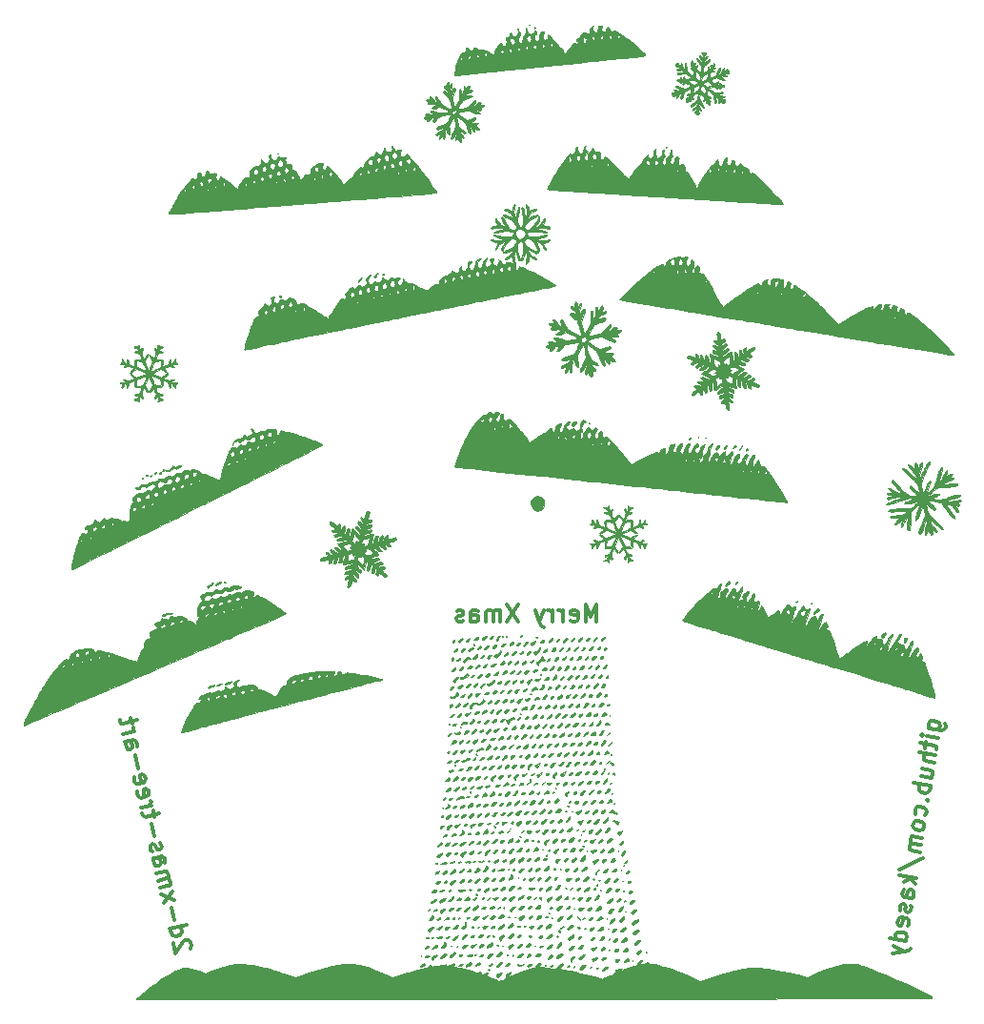
<source format=gbr>
G04 #@! TF.GenerationSoftware,KiCad,Pcbnew,(5.1.4)-1*
G04 #@! TF.CreationDate,2019-11-17T13:45:42-08:00*
G04 #@! TF.ProjectId,2D_xmas_tree01,32445f78-6d61-4735-9f74-72656530312e,rev?*
G04 #@! TF.SameCoordinates,Original*
G04 #@! TF.FileFunction,Legend,Bot*
G04 #@! TF.FilePolarity,Positive*
%FSLAX46Y46*%
G04 Gerber Fmt 4.6, Leading zero omitted, Abs format (unit mm)*
G04 Created by KiCad (PCBNEW (5.1.4)-1) date 2019-11-17 13:45:42*
%MOMM*%
%LPD*%
G04 APERTURE LIST*
%ADD10C,0.300000*%
%ADD11C,0.010000*%
G04 APERTURE END LIST*
D10*
X154169285Y-111168571D02*
X154169285Y-109668571D01*
X153669285Y-110740000D01*
X153169285Y-109668571D01*
X153169285Y-111168571D01*
X151883571Y-111097142D02*
X152026428Y-111168571D01*
X152312142Y-111168571D01*
X152455000Y-111097142D01*
X152526428Y-110954285D01*
X152526428Y-110382857D01*
X152455000Y-110240000D01*
X152312142Y-110168571D01*
X152026428Y-110168571D01*
X151883571Y-110240000D01*
X151812142Y-110382857D01*
X151812142Y-110525714D01*
X152526428Y-110668571D01*
X151169285Y-111168571D02*
X151169285Y-110168571D01*
X151169285Y-110454285D02*
X151097857Y-110311428D01*
X151026428Y-110240000D01*
X150883571Y-110168571D01*
X150740714Y-110168571D01*
X150240714Y-111168571D02*
X150240714Y-110168571D01*
X150240714Y-110454285D02*
X150169285Y-110311428D01*
X150097857Y-110240000D01*
X149955000Y-110168571D01*
X149812142Y-110168571D01*
X149455000Y-110168571D02*
X149097857Y-111168571D01*
X148740714Y-110168571D02*
X149097857Y-111168571D01*
X149240714Y-111525714D01*
X149312142Y-111597142D01*
X149455000Y-111668571D01*
X147169285Y-109668571D02*
X146169285Y-111168571D01*
X146169285Y-109668571D02*
X147169285Y-111168571D01*
X145597857Y-111168571D02*
X145597857Y-110168571D01*
X145597857Y-110311428D02*
X145526428Y-110240000D01*
X145383571Y-110168571D01*
X145169285Y-110168571D01*
X145026428Y-110240000D01*
X144955000Y-110382857D01*
X144955000Y-111168571D01*
X144955000Y-110382857D02*
X144883571Y-110240000D01*
X144740714Y-110168571D01*
X144526428Y-110168571D01*
X144383571Y-110240000D01*
X144312142Y-110382857D01*
X144312142Y-111168571D01*
X142955000Y-111168571D02*
X142955000Y-110382857D01*
X143026428Y-110240000D01*
X143169285Y-110168571D01*
X143455000Y-110168571D01*
X143597857Y-110240000D01*
X142955000Y-111097142D02*
X143097857Y-111168571D01*
X143455000Y-111168571D01*
X143597857Y-111097142D01*
X143669285Y-110954285D01*
X143669285Y-110811428D01*
X143597857Y-110668571D01*
X143455000Y-110597142D01*
X143097857Y-110597142D01*
X142955000Y-110525714D01*
X142312142Y-111097142D02*
X142169285Y-111168571D01*
X141883571Y-111168571D01*
X141740714Y-111097142D01*
X141669285Y-110954285D01*
X141669285Y-110882857D01*
X141740714Y-110740000D01*
X141883571Y-110668571D01*
X142097857Y-110668571D01*
X142240714Y-110597142D01*
X142312142Y-110454285D01*
X142312142Y-110382857D01*
X142240714Y-110240000D01*
X142097857Y-110168571D01*
X141883571Y-110168571D01*
X141740714Y-110240000D01*
X183647764Y-120649756D02*
X184847100Y-120839712D01*
X184999372Y-120791510D01*
X185081095Y-120732135D01*
X185173992Y-120602211D01*
X185207514Y-120390563D01*
X185159313Y-120238291D01*
X184564903Y-120795016D02*
X184657800Y-120665092D01*
X184702496Y-120382895D01*
X184654295Y-120230623D01*
X184594919Y-120148900D01*
X184464995Y-120056003D01*
X184041700Y-119988960D01*
X183889428Y-120037161D01*
X183807705Y-120096536D01*
X183714808Y-120226461D01*
X183670112Y-120508657D01*
X183718313Y-120660930D01*
X184523714Y-121511682D02*
X183536025Y-121355247D01*
X183042181Y-121277030D02*
X183123904Y-121217655D01*
X183183280Y-121299378D01*
X183101556Y-121358753D01*
X183042181Y-121277030D01*
X183183280Y-121299378D01*
X183457808Y-121849092D02*
X183368417Y-122413485D01*
X182930442Y-121982522D02*
X184200327Y-122183652D01*
X184330252Y-122276549D01*
X184378453Y-122428821D01*
X184356105Y-122569919D01*
X184277888Y-123063763D02*
X182796356Y-122829112D01*
X184177323Y-123698706D02*
X183401282Y-123575793D01*
X183271358Y-123482896D01*
X183223156Y-123330624D01*
X183256678Y-123118977D01*
X183349575Y-122989052D01*
X183431298Y-122929677D01*
X182977331Y-124882706D02*
X183965019Y-125039140D01*
X183077896Y-124247763D02*
X183853937Y-124370676D01*
X183983861Y-124463573D01*
X184032063Y-124615845D01*
X183998541Y-124827493D01*
X183905644Y-124957417D01*
X183823921Y-125016792D01*
X183853280Y-125744632D02*
X182371748Y-125509980D01*
X182936141Y-125599371D02*
X182843244Y-125729296D01*
X182798549Y-126011492D01*
X182846750Y-126163765D01*
X182906125Y-126245488D01*
X183036050Y-126338385D01*
X183459345Y-126405428D01*
X183611617Y-126357227D01*
X183693340Y-126297851D01*
X183786237Y-126167927D01*
X183830933Y-125885730D01*
X183782731Y-125733458D01*
X183499878Y-127062718D02*
X183559253Y-127144441D01*
X183640976Y-127085066D01*
X183581601Y-127003343D01*
X183499878Y-127062718D01*
X183640976Y-127085066D01*
X183358123Y-128414326D02*
X183451020Y-128284402D01*
X183495716Y-128002205D01*
X183447514Y-127849933D01*
X183388139Y-127768210D01*
X183258215Y-127675313D01*
X182834920Y-127608270D01*
X182682647Y-127656471D01*
X182600924Y-127715846D01*
X182508027Y-127845771D01*
X182463332Y-128127967D01*
X182511533Y-128280240D01*
X183294586Y-129272090D02*
X183246384Y-129119818D01*
X183187009Y-129038095D01*
X183057085Y-128945198D01*
X182633790Y-128878155D01*
X182481517Y-128926356D01*
X182399794Y-128985731D01*
X182306897Y-129115656D01*
X182273376Y-129327303D01*
X182321577Y-129479575D01*
X182380952Y-129561299D01*
X182510877Y-129654195D01*
X182934172Y-129721239D01*
X183086444Y-129673037D01*
X183168167Y-129613662D01*
X183261064Y-129483738D01*
X183294586Y-129272090D01*
X183115804Y-130400877D02*
X182128115Y-130244442D01*
X182269214Y-130266790D02*
X182187490Y-130326165D01*
X182094594Y-130456090D01*
X182061072Y-130667737D01*
X182109273Y-130820010D01*
X182239198Y-130912907D01*
X183015239Y-131035819D01*
X182239198Y-130912907D02*
X182086925Y-130961108D01*
X181994029Y-131091032D01*
X181960507Y-131302680D01*
X182008708Y-131454952D01*
X182138633Y-131547849D01*
X182914674Y-131670762D01*
X181083245Y-133188665D02*
X183189202Y-132220476D01*
X182557109Y-133928335D02*
X181075577Y-133693684D01*
X181970368Y-133980042D02*
X182467718Y-134492729D01*
X181480030Y-134336294D02*
X182133814Y-133861292D01*
X182266588Y-135762614D02*
X181490547Y-135639701D01*
X181360623Y-135546804D01*
X181312421Y-135394532D01*
X181357117Y-135112335D01*
X181450014Y-134982411D01*
X182196039Y-135751440D02*
X182288936Y-135621515D01*
X182344805Y-135268769D01*
X182296604Y-135116497D01*
X182166679Y-135023600D01*
X182025581Y-135001252D01*
X181873309Y-135049454D01*
X181780412Y-135179378D01*
X181724542Y-135532124D01*
X181631645Y-135662049D01*
X182095474Y-136386382D02*
X182143675Y-136538654D01*
X182098980Y-136820851D01*
X182006083Y-136950776D01*
X181853810Y-136998977D01*
X181783261Y-136987803D01*
X181653337Y-136894906D01*
X181605135Y-136742634D01*
X181638657Y-136530986D01*
X181590456Y-136378714D01*
X181460531Y-136285817D01*
X181389982Y-136274643D01*
X181237710Y-136322845D01*
X181144813Y-136452769D01*
X181111291Y-136664417D01*
X181159493Y-136816689D01*
X181804953Y-138220661D02*
X181897849Y-138090736D01*
X181942545Y-137808539D01*
X181894344Y-137656267D01*
X181764419Y-137563370D01*
X181200026Y-137473979D01*
X181047754Y-137522181D01*
X180954857Y-137652105D01*
X180910161Y-137934302D01*
X180958363Y-138086574D01*
X181088287Y-138179471D01*
X181229385Y-138201819D01*
X181482223Y-137518675D01*
X181663198Y-139572269D02*
X180181665Y-139337617D01*
X181592649Y-139561095D02*
X181685546Y-139431170D01*
X181730241Y-139148974D01*
X181682040Y-138996701D01*
X181622664Y-138914978D01*
X181492740Y-138822081D01*
X181069445Y-138755038D01*
X180917173Y-138803239D01*
X180835450Y-138862615D01*
X180742553Y-138992539D01*
X180697857Y-139274736D01*
X180746059Y-139427008D01*
X180586118Y-139980227D02*
X181517937Y-140489408D01*
X180474379Y-140685719D02*
X181517937Y-140489408D01*
X181893031Y-140404179D01*
X181974754Y-140344804D01*
X182067651Y-140214879D01*
X118054336Y-140261202D02*
X118107116Y-140175072D01*
X118143222Y-140019487D01*
X118059848Y-139672213D01*
X117957044Y-139549977D01*
X117870914Y-139497197D01*
X117715330Y-139461091D01*
X117576420Y-139494441D01*
X117384729Y-139613920D01*
X116751365Y-140647476D01*
X116534595Y-139744561D01*
X116234451Y-138494371D02*
X117693006Y-138144203D01*
X116303906Y-138477696D02*
X116267800Y-138633281D01*
X116334499Y-138911101D01*
X116437303Y-139033336D01*
X116523433Y-139086116D01*
X116679017Y-139122222D01*
X117095747Y-139022174D01*
X117217983Y-138919370D01*
X117270763Y-138833240D01*
X117306869Y-138677655D01*
X117240170Y-138399835D01*
X117137366Y-138277600D01*
X116623344Y-137666423D02*
X116356549Y-136555143D01*
X115667512Y-136132901D02*
X116456460Y-135135451D01*
X116639882Y-135899456D02*
X115484091Y-135368896D01*
X115350693Y-134813256D02*
X116323063Y-134579811D01*
X116184153Y-134613160D02*
X116236933Y-134527030D01*
X116273039Y-134371446D01*
X116223015Y-134163081D01*
X116120211Y-134040845D01*
X115964626Y-134004740D01*
X115200621Y-134188161D01*
X115964626Y-134004740D02*
X116086861Y-133901935D01*
X116122967Y-133746351D01*
X116072943Y-133537986D01*
X115970139Y-133415750D01*
X115814554Y-133379645D01*
X115050549Y-133563066D01*
X114733730Y-132243421D02*
X115497735Y-132060000D01*
X115653320Y-132096105D01*
X115756124Y-132218341D01*
X115822823Y-132496161D01*
X115786717Y-132651745D01*
X114803185Y-132226747D02*
X114767080Y-132382331D01*
X114850453Y-132729606D01*
X114953257Y-132851841D01*
X115108842Y-132887947D01*
X115247752Y-132854598D01*
X115369987Y-132751793D01*
X115406093Y-132596209D01*
X115322720Y-132248934D01*
X115358825Y-132093349D01*
X114653113Y-131601652D02*
X114550309Y-131479416D01*
X114483610Y-131201596D01*
X114519716Y-131046012D01*
X114641951Y-130943207D01*
X114711406Y-130926533D01*
X114866991Y-130962638D01*
X114969795Y-131084874D01*
X115019819Y-131293239D01*
X115122624Y-131415474D01*
X115278208Y-131451580D01*
X115347663Y-131434905D01*
X115469899Y-131332101D01*
X115506004Y-131176516D01*
X115455980Y-130968151D01*
X115353176Y-130845916D01*
X114839154Y-130234739D02*
X114572360Y-129123459D01*
X114872367Y-128537226D02*
X114738970Y-127981586D01*
X115308528Y-128212138D02*
X114058338Y-128512282D01*
X113902753Y-128476177D01*
X113799949Y-128353942D01*
X113766600Y-128215032D01*
X113649877Y-127728847D02*
X114622247Y-127495401D01*
X114344427Y-127562100D02*
X114466662Y-127459296D01*
X114519443Y-127373166D01*
X114555548Y-127217581D01*
X114522199Y-127078671D01*
X113369164Y-126253617D02*
X113333058Y-126409202D01*
X113399757Y-126687022D01*
X113502561Y-126809257D01*
X113658146Y-126845363D01*
X114213786Y-126711965D01*
X114336021Y-126609161D01*
X114372127Y-126453576D01*
X114305428Y-126175756D01*
X114202624Y-126053521D01*
X114047039Y-126017415D01*
X113908129Y-126050765D01*
X113935966Y-126778664D01*
X113069020Y-125003427D02*
X113032914Y-125159012D01*
X113099613Y-125436832D01*
X113202417Y-125559067D01*
X113358002Y-125595173D01*
X113913642Y-125461775D01*
X114035877Y-125358971D01*
X114071983Y-125203386D01*
X114005284Y-124925566D01*
X113902480Y-124803331D01*
X113746895Y-124767225D01*
X113607985Y-124800575D01*
X113635822Y-125528474D01*
X113388458Y-124192154D02*
X113121663Y-123080875D01*
X112249205Y-121894627D02*
X113013210Y-121711206D01*
X113168794Y-121747311D01*
X113271599Y-121869547D01*
X113338297Y-122147367D01*
X113302192Y-122302951D01*
X112318660Y-121877952D02*
X112282554Y-122033537D01*
X112365927Y-122380812D01*
X112468732Y-122503047D01*
X112624316Y-122539153D01*
X112763226Y-122505804D01*
X112885462Y-122402999D01*
X112921567Y-122247415D01*
X112838194Y-121900140D01*
X112874300Y-121744555D01*
X112082458Y-121200077D02*
X113054828Y-120966632D01*
X112777008Y-121033330D02*
X112899243Y-120930526D01*
X112952024Y-120844396D01*
X112988129Y-120688812D01*
X112954780Y-120549902D01*
X112888081Y-120272082D02*
X112754684Y-119716442D01*
X113324242Y-119946994D02*
X112074052Y-120247138D01*
X111918468Y-120211033D01*
X111815663Y-120088797D01*
X111782314Y-119949887D01*
D11*
G36*
X158649360Y-141458762D02*
G01*
X158540157Y-141507848D01*
X158348606Y-141560496D01*
X158141626Y-141600866D01*
X157832521Y-141666319D01*
X157451336Y-141771025D01*
X157041493Y-141901430D01*
X156646415Y-142043985D01*
X156401250Y-142144025D01*
X156147250Y-142254404D01*
X156399482Y-141974620D01*
X156146366Y-142020400D01*
X155942929Y-142062641D01*
X155840393Y-142105902D01*
X155813682Y-142167286D01*
X155828791Y-142236977D01*
X155805834Y-142354862D01*
X155681647Y-142469829D01*
X155481054Y-142563479D01*
X155337354Y-142601199D01*
X155147452Y-142662675D01*
X154938570Y-142763589D01*
X154896797Y-142788536D01*
X154737021Y-142878089D01*
X154615330Y-142901247D01*
X154467155Y-142866390D01*
X154420547Y-142850347D01*
X154217486Y-142787317D01*
X153916152Y-142704615D01*
X153542606Y-142608461D01*
X153122906Y-142505070D01*
X152683115Y-142400661D01*
X152249292Y-142301451D01*
X151847498Y-142213658D01*
X151503793Y-142143498D01*
X151305375Y-142107130D01*
X151083005Y-142063706D01*
X150919627Y-142020817D01*
X150846311Y-141986832D01*
X150845000Y-141983133D01*
X150892513Y-141919242D01*
X151003750Y-141833089D01*
X151116528Y-141727341D01*
X151161199Y-141621959D01*
X151128610Y-141552111D01*
X151079659Y-141541500D01*
X150987906Y-141581713D01*
X150846050Y-141684240D01*
X150759422Y-141758946D01*
X150522025Y-141976393D01*
X149683388Y-141898761D01*
X149333080Y-141863042D01*
X149105673Y-141831868D01*
X148997177Y-141804498D01*
X149003604Y-141780191D01*
X149019375Y-141775355D01*
X149141001Y-141706968D01*
X149197204Y-141607980D01*
X149180097Y-141518349D01*
X149081793Y-141478030D01*
X149078069Y-141478000D01*
X148956777Y-141523323D01*
X148820551Y-141630676D01*
X148715869Y-141757126D01*
X148686000Y-141840150D01*
X148630237Y-141894477D01*
X148491976Y-141943650D01*
X148449394Y-141952753D01*
X147982114Y-142068900D01*
X147438668Y-142253346D01*
X146843619Y-142497043D01*
X146358129Y-142723089D01*
X146032636Y-142881586D01*
X145799312Y-142990331D01*
X145636494Y-143055886D01*
X145522522Y-143084813D01*
X145435732Y-143083675D01*
X145354461Y-143059033D01*
X145310379Y-143040492D01*
X145142793Y-142969590D01*
X144908456Y-142872562D01*
X144661581Y-142771831D01*
X144443084Y-142680012D01*
X144328110Y-142619294D01*
X144300870Y-142577270D01*
X144345573Y-142541535D01*
X144359956Y-142534851D01*
X144465398Y-142467519D01*
X144495000Y-142420796D01*
X144451960Y-142369680D01*
X144348674Y-142391090D01*
X144234676Y-142467973D01*
X144097181Y-142532685D01*
X143960707Y-142513952D01*
X143871951Y-142424892D01*
X143860000Y-142362720D01*
X143818216Y-142260360D01*
X143718607Y-142249194D01*
X143624403Y-142310497D01*
X143537065Y-142344161D01*
X143378120Y-142323174D01*
X143246578Y-142286515D01*
X143018612Y-142219112D01*
X142725937Y-142136321D01*
X142403255Y-142047534D01*
X142085269Y-141962141D01*
X141806684Y-141889534D01*
X141602201Y-141839103D01*
X141550998Y-141827676D01*
X141428141Y-141794619D01*
X141414574Y-141747873D01*
X141481464Y-141665501D01*
X141555946Y-141575299D01*
X141540770Y-141545544D01*
X141472717Y-141543750D01*
X141327660Y-141576430D01*
X141193000Y-141636750D01*
X141045484Y-141697494D01*
X140892222Y-141727257D01*
X140769937Y-141724401D01*
X140715350Y-141687285D01*
X140723420Y-141657708D01*
X140727547Y-141611984D01*
X140647792Y-141632568D01*
X140528676Y-141663063D01*
X140323389Y-141699287D01*
X140072129Y-141734325D01*
X140019377Y-141740642D01*
X139771425Y-141772283D01*
X139530637Y-141810258D01*
X139277842Y-141859097D01*
X138993866Y-141923331D01*
X138659537Y-142007489D01*
X138255683Y-142116102D01*
X137763130Y-142253701D01*
X137346359Y-142372248D01*
X136007967Y-142754772D01*
X135409609Y-142493014D01*
X134551766Y-142141068D01*
X133776866Y-141872915D01*
X133075135Y-141685554D01*
X132436797Y-141575988D01*
X132410181Y-141572926D01*
X132100554Y-141566853D01*
X131692799Y-141602783D01*
X131206962Y-141676193D01*
X130663085Y-141782560D01*
X130081212Y-141917361D01*
X129481388Y-142076072D01*
X128883655Y-142254169D01*
X128308058Y-142447130D01*
X127955978Y-142578113D01*
X127387205Y-142799282D01*
X127066978Y-142670109D01*
X126885841Y-142603654D01*
X126609920Y-142510537D01*
X126266461Y-142399266D01*
X125882713Y-142278350D01*
X125485921Y-142156301D01*
X125103335Y-142041626D01*
X124762200Y-141942836D01*
X124556000Y-141885907D01*
X124290928Y-141824330D01*
X123950675Y-141758706D01*
X123569857Y-141694299D01*
X123183090Y-141636371D01*
X122824991Y-141590188D01*
X122530176Y-141561011D01*
X122369535Y-141553450D01*
X122037123Y-141583795D01*
X121600333Y-141675195D01*
X121065221Y-141825990D01*
X120437846Y-142034525D01*
X119927695Y-142221276D01*
X119458639Y-142398750D01*
X118816445Y-142185030D01*
X118426190Y-142070043D01*
X118048791Y-141985416D01*
X117734965Y-141942485D01*
X117729750Y-141942134D01*
X117511266Y-141931964D01*
X117342563Y-141941828D01*
X117181929Y-141981626D01*
X116987653Y-142061258D01*
X116751171Y-142174379D01*
X116168542Y-142488863D01*
X115542921Y-142879462D01*
X114910635Y-143323106D01*
X114740067Y-143451608D01*
X114292829Y-143796833D01*
X113914341Y-144095076D01*
X113611324Y-144340774D01*
X113390503Y-144528362D01*
X113258600Y-144652275D01*
X113222340Y-144706951D01*
X113222714Y-144707379D01*
X113287653Y-144710299D01*
X113470790Y-144713235D01*
X113763319Y-144716170D01*
X114156439Y-144719089D01*
X114641344Y-144721974D01*
X115209233Y-144724811D01*
X115851302Y-144727582D01*
X116558747Y-144730272D01*
X117322765Y-144732865D01*
X118134552Y-144735344D01*
X118985305Y-144737693D01*
X119866222Y-144739897D01*
X120768497Y-144741938D01*
X121683329Y-144743802D01*
X122601913Y-144745471D01*
X123515447Y-144746930D01*
X124415126Y-144748162D01*
X125292148Y-144749151D01*
X126137709Y-144749881D01*
X126943005Y-144750337D01*
X127699234Y-144750501D01*
X128397592Y-144750358D01*
X129029275Y-144749892D01*
X129585481Y-144749086D01*
X130057405Y-144747924D01*
X130436245Y-144746391D01*
X130713196Y-144744469D01*
X130879457Y-144742143D01*
X130927160Y-144739846D01*
X130990702Y-144739180D01*
X131177079Y-144738354D01*
X131482125Y-144737377D01*
X131901674Y-144736255D01*
X132431562Y-144734995D01*
X133067623Y-144733604D01*
X133805692Y-144732089D01*
X134641602Y-144730458D01*
X135571190Y-144728717D01*
X136590289Y-144726874D01*
X137694733Y-144724935D01*
X138880359Y-144722907D01*
X140143000Y-144720799D01*
X141478490Y-144718616D01*
X142882665Y-144716365D01*
X144351360Y-144714055D01*
X145880408Y-144711691D01*
X147465644Y-144709282D01*
X149102903Y-144706833D01*
X150788020Y-144704352D01*
X152516828Y-144701847D01*
X154285164Y-144699324D01*
X156088861Y-144696789D01*
X157417250Y-144694948D01*
X159244048Y-144692424D01*
X161038530Y-144689932D01*
X162796528Y-144687478D01*
X164513878Y-144685068D01*
X166186411Y-144682709D01*
X167809963Y-144680406D01*
X169380365Y-144678167D01*
X170893452Y-144675996D01*
X172345058Y-144673901D01*
X173731015Y-144671886D01*
X175047158Y-144669960D01*
X176289319Y-144668127D01*
X177453332Y-144666393D01*
X178535032Y-144664766D01*
X179530250Y-144663251D01*
X180434822Y-144661854D01*
X181244579Y-144660582D01*
X181955356Y-144659441D01*
X182562987Y-144658436D01*
X183063305Y-144657574D01*
X183452142Y-144656862D01*
X183725334Y-144656305D01*
X183878713Y-144655909D01*
X183912625Y-144655727D01*
X183925563Y-144599803D01*
X183928501Y-144525814D01*
X183901470Y-144453450D01*
X183809150Y-144371125D01*
X183634703Y-144267429D01*
X183361288Y-144130952D01*
X183309376Y-144106323D01*
X182746917Y-143843819D01*
X182149815Y-143570599D01*
X181536243Y-143294570D01*
X180924379Y-143023635D01*
X180332397Y-142765699D01*
X179778473Y-142528666D01*
X179280782Y-142320440D01*
X178857500Y-142148927D01*
X178526801Y-142022030D01*
X178467500Y-142000609D01*
X178055825Y-141855682D01*
X177739253Y-141748708D01*
X177493995Y-141672995D01*
X177296262Y-141621848D01*
X177122264Y-141588572D01*
X176948211Y-141566475D01*
X176911750Y-141562851D01*
X176537413Y-141563845D01*
X176077011Y-141624957D01*
X175552820Y-141740031D01*
X174987111Y-141902913D01*
X174402159Y-142107447D01*
X173820236Y-142347479D01*
X173459910Y-142516772D01*
X173231182Y-142624631D01*
X173038959Y-142705637D01*
X172916842Y-142745910D01*
X172900227Y-142748000D01*
X172808031Y-142733523D01*
X172617236Y-142693726D01*
X172352460Y-142634058D01*
X172038322Y-142559968D01*
X171907068Y-142528175D01*
X171246583Y-142369754D01*
X170687439Y-142242786D01*
X170208814Y-142144004D01*
X169789885Y-142070140D01*
X169409831Y-142017929D01*
X169047831Y-141984103D01*
X168683062Y-141965395D01*
X168294702Y-141958540D01*
X168275750Y-141958455D01*
X167884579Y-141958319D01*
X167582945Y-141964534D01*
X167333398Y-141981695D01*
X167098488Y-142014401D01*
X166840764Y-142067246D01*
X166522777Y-142144828D01*
X166307250Y-142200063D01*
X165885837Y-142314808D01*
X165399156Y-142456936D01*
X164901195Y-142610153D01*
X164445939Y-142758167D01*
X164349561Y-142790923D01*
X163911858Y-142935944D01*
X163585042Y-143032378D01*
X163371020Y-143079721D01*
X163271701Y-143077468D01*
X163270061Y-143076274D01*
X163173348Y-143021061D01*
X162981268Y-142928736D01*
X162716497Y-142809039D01*
X162401712Y-142671710D01*
X162059587Y-142526488D01*
X161712800Y-142383111D01*
X161384026Y-142251319D01*
X161095940Y-142140852D01*
X161068500Y-142130712D01*
X160534298Y-141941790D01*
X160080827Y-141799796D01*
X159674899Y-141695519D01*
X159283326Y-141619749D01*
X159156993Y-141600217D01*
X158883894Y-141552174D01*
X158732786Y-141505175D01*
X158698691Y-141457637D01*
X158700143Y-141454922D01*
X158706039Y-141420174D01*
X158649360Y-141458762D01*
X158649360Y-141458762D01*
G37*
X158649360Y-141458762D02*
X158540157Y-141507848D01*
X158348606Y-141560496D01*
X158141626Y-141600866D01*
X157832521Y-141666319D01*
X157451336Y-141771025D01*
X157041493Y-141901430D01*
X156646415Y-142043985D01*
X156401250Y-142144025D01*
X156147250Y-142254404D01*
X156399482Y-141974620D01*
X156146366Y-142020400D01*
X155942929Y-142062641D01*
X155840393Y-142105902D01*
X155813682Y-142167286D01*
X155828791Y-142236977D01*
X155805834Y-142354862D01*
X155681647Y-142469829D01*
X155481054Y-142563479D01*
X155337354Y-142601199D01*
X155147452Y-142662675D01*
X154938570Y-142763589D01*
X154896797Y-142788536D01*
X154737021Y-142878089D01*
X154615330Y-142901247D01*
X154467155Y-142866390D01*
X154420547Y-142850347D01*
X154217486Y-142787317D01*
X153916152Y-142704615D01*
X153542606Y-142608461D01*
X153122906Y-142505070D01*
X152683115Y-142400661D01*
X152249292Y-142301451D01*
X151847498Y-142213658D01*
X151503793Y-142143498D01*
X151305375Y-142107130D01*
X151083005Y-142063706D01*
X150919627Y-142020817D01*
X150846311Y-141986832D01*
X150845000Y-141983133D01*
X150892513Y-141919242D01*
X151003750Y-141833089D01*
X151116528Y-141727341D01*
X151161199Y-141621959D01*
X151128610Y-141552111D01*
X151079659Y-141541500D01*
X150987906Y-141581713D01*
X150846050Y-141684240D01*
X150759422Y-141758946D01*
X150522025Y-141976393D01*
X149683388Y-141898761D01*
X149333080Y-141863042D01*
X149105673Y-141831868D01*
X148997177Y-141804498D01*
X149003604Y-141780191D01*
X149019375Y-141775355D01*
X149141001Y-141706968D01*
X149197204Y-141607980D01*
X149180097Y-141518349D01*
X149081793Y-141478030D01*
X149078069Y-141478000D01*
X148956777Y-141523323D01*
X148820551Y-141630676D01*
X148715869Y-141757126D01*
X148686000Y-141840150D01*
X148630237Y-141894477D01*
X148491976Y-141943650D01*
X148449394Y-141952753D01*
X147982114Y-142068900D01*
X147438668Y-142253346D01*
X146843619Y-142497043D01*
X146358129Y-142723089D01*
X146032636Y-142881586D01*
X145799312Y-142990331D01*
X145636494Y-143055886D01*
X145522522Y-143084813D01*
X145435732Y-143083675D01*
X145354461Y-143059033D01*
X145310379Y-143040492D01*
X145142793Y-142969590D01*
X144908456Y-142872562D01*
X144661581Y-142771831D01*
X144443084Y-142680012D01*
X144328110Y-142619294D01*
X144300870Y-142577270D01*
X144345573Y-142541535D01*
X144359956Y-142534851D01*
X144465398Y-142467519D01*
X144495000Y-142420796D01*
X144451960Y-142369680D01*
X144348674Y-142391090D01*
X144234676Y-142467973D01*
X144097181Y-142532685D01*
X143960707Y-142513952D01*
X143871951Y-142424892D01*
X143860000Y-142362720D01*
X143818216Y-142260360D01*
X143718607Y-142249194D01*
X143624403Y-142310497D01*
X143537065Y-142344161D01*
X143378120Y-142323174D01*
X143246578Y-142286515D01*
X143018612Y-142219112D01*
X142725937Y-142136321D01*
X142403255Y-142047534D01*
X142085269Y-141962141D01*
X141806684Y-141889534D01*
X141602201Y-141839103D01*
X141550998Y-141827676D01*
X141428141Y-141794619D01*
X141414574Y-141747873D01*
X141481464Y-141665501D01*
X141555946Y-141575299D01*
X141540770Y-141545544D01*
X141472717Y-141543750D01*
X141327660Y-141576430D01*
X141193000Y-141636750D01*
X141045484Y-141697494D01*
X140892222Y-141727257D01*
X140769937Y-141724401D01*
X140715350Y-141687285D01*
X140723420Y-141657708D01*
X140727547Y-141611984D01*
X140647792Y-141632568D01*
X140528676Y-141663063D01*
X140323389Y-141699287D01*
X140072129Y-141734325D01*
X140019377Y-141740642D01*
X139771425Y-141772283D01*
X139530637Y-141810258D01*
X139277842Y-141859097D01*
X138993866Y-141923331D01*
X138659537Y-142007489D01*
X138255683Y-142116102D01*
X137763130Y-142253701D01*
X137346359Y-142372248D01*
X136007967Y-142754772D01*
X135409609Y-142493014D01*
X134551766Y-142141068D01*
X133776866Y-141872915D01*
X133075135Y-141685554D01*
X132436797Y-141575988D01*
X132410181Y-141572926D01*
X132100554Y-141566853D01*
X131692799Y-141602783D01*
X131206962Y-141676193D01*
X130663085Y-141782560D01*
X130081212Y-141917361D01*
X129481388Y-142076072D01*
X128883655Y-142254169D01*
X128308058Y-142447130D01*
X127955978Y-142578113D01*
X127387205Y-142799282D01*
X127066978Y-142670109D01*
X126885841Y-142603654D01*
X126609920Y-142510537D01*
X126266461Y-142399266D01*
X125882713Y-142278350D01*
X125485921Y-142156301D01*
X125103335Y-142041626D01*
X124762200Y-141942836D01*
X124556000Y-141885907D01*
X124290928Y-141824330D01*
X123950675Y-141758706D01*
X123569857Y-141694299D01*
X123183090Y-141636371D01*
X122824991Y-141590188D01*
X122530176Y-141561011D01*
X122369535Y-141553450D01*
X122037123Y-141583795D01*
X121600333Y-141675195D01*
X121065221Y-141825990D01*
X120437846Y-142034525D01*
X119927695Y-142221276D01*
X119458639Y-142398750D01*
X118816445Y-142185030D01*
X118426190Y-142070043D01*
X118048791Y-141985416D01*
X117734965Y-141942485D01*
X117729750Y-141942134D01*
X117511266Y-141931964D01*
X117342563Y-141941828D01*
X117181929Y-141981626D01*
X116987653Y-142061258D01*
X116751171Y-142174379D01*
X116168542Y-142488863D01*
X115542921Y-142879462D01*
X114910635Y-143323106D01*
X114740067Y-143451608D01*
X114292829Y-143796833D01*
X113914341Y-144095076D01*
X113611324Y-144340774D01*
X113390503Y-144528362D01*
X113258600Y-144652275D01*
X113222340Y-144706951D01*
X113222714Y-144707379D01*
X113287653Y-144710299D01*
X113470790Y-144713235D01*
X113763319Y-144716170D01*
X114156439Y-144719089D01*
X114641344Y-144721974D01*
X115209233Y-144724811D01*
X115851302Y-144727582D01*
X116558747Y-144730272D01*
X117322765Y-144732865D01*
X118134552Y-144735344D01*
X118985305Y-144737693D01*
X119866222Y-144739897D01*
X120768497Y-144741938D01*
X121683329Y-144743802D01*
X122601913Y-144745471D01*
X123515447Y-144746930D01*
X124415126Y-144748162D01*
X125292148Y-144749151D01*
X126137709Y-144749881D01*
X126943005Y-144750337D01*
X127699234Y-144750501D01*
X128397592Y-144750358D01*
X129029275Y-144749892D01*
X129585481Y-144749086D01*
X130057405Y-144747924D01*
X130436245Y-144746391D01*
X130713196Y-144744469D01*
X130879457Y-144742143D01*
X130927160Y-144739846D01*
X130990702Y-144739180D01*
X131177079Y-144738354D01*
X131482125Y-144737377D01*
X131901674Y-144736255D01*
X132431562Y-144734995D01*
X133067623Y-144733604D01*
X133805692Y-144732089D01*
X134641602Y-144730458D01*
X135571190Y-144728717D01*
X136590289Y-144726874D01*
X137694733Y-144724935D01*
X138880359Y-144722907D01*
X140143000Y-144720799D01*
X141478490Y-144718616D01*
X142882665Y-144716365D01*
X144351360Y-144714055D01*
X145880408Y-144711691D01*
X147465644Y-144709282D01*
X149102903Y-144706833D01*
X150788020Y-144704352D01*
X152516828Y-144701847D01*
X154285164Y-144699324D01*
X156088861Y-144696789D01*
X157417250Y-144694948D01*
X159244048Y-144692424D01*
X161038530Y-144689932D01*
X162796528Y-144687478D01*
X164513878Y-144685068D01*
X166186411Y-144682709D01*
X167809963Y-144680406D01*
X169380365Y-144678167D01*
X170893452Y-144675996D01*
X172345058Y-144673901D01*
X173731015Y-144671886D01*
X175047158Y-144669960D01*
X176289319Y-144668127D01*
X177453332Y-144666393D01*
X178535032Y-144664766D01*
X179530250Y-144663251D01*
X180434822Y-144661854D01*
X181244579Y-144660582D01*
X181955356Y-144659441D01*
X182562987Y-144658436D01*
X183063305Y-144657574D01*
X183452142Y-144656862D01*
X183725334Y-144656305D01*
X183878713Y-144655909D01*
X183912625Y-144655727D01*
X183925563Y-144599803D01*
X183928501Y-144525814D01*
X183901470Y-144453450D01*
X183809150Y-144371125D01*
X183634703Y-144267429D01*
X183361288Y-144130952D01*
X183309376Y-144106323D01*
X182746917Y-143843819D01*
X182149815Y-143570599D01*
X181536243Y-143294570D01*
X180924379Y-143023635D01*
X180332397Y-142765699D01*
X179778473Y-142528666D01*
X179280782Y-142320440D01*
X178857500Y-142148927D01*
X178526801Y-142022030D01*
X178467500Y-142000609D01*
X178055825Y-141855682D01*
X177739253Y-141748708D01*
X177493995Y-141672995D01*
X177296262Y-141621848D01*
X177122264Y-141588572D01*
X176948211Y-141566475D01*
X176911750Y-141562851D01*
X176537413Y-141563845D01*
X176077011Y-141624957D01*
X175552820Y-141740031D01*
X174987111Y-141902913D01*
X174402159Y-142107447D01*
X173820236Y-142347479D01*
X173459910Y-142516772D01*
X173231182Y-142624631D01*
X173038959Y-142705637D01*
X172916842Y-142745910D01*
X172900227Y-142748000D01*
X172808031Y-142733523D01*
X172617236Y-142693726D01*
X172352460Y-142634058D01*
X172038322Y-142559968D01*
X171907068Y-142528175D01*
X171246583Y-142369754D01*
X170687439Y-142242786D01*
X170208814Y-142144004D01*
X169789885Y-142070140D01*
X169409831Y-142017929D01*
X169047831Y-141984103D01*
X168683062Y-141965395D01*
X168294702Y-141958540D01*
X168275750Y-141958455D01*
X167884579Y-141958319D01*
X167582945Y-141964534D01*
X167333398Y-141981695D01*
X167098488Y-142014401D01*
X166840764Y-142067246D01*
X166522777Y-142144828D01*
X166307250Y-142200063D01*
X165885837Y-142314808D01*
X165399156Y-142456936D01*
X164901195Y-142610153D01*
X164445939Y-142758167D01*
X164349561Y-142790923D01*
X163911858Y-142935944D01*
X163585042Y-143032378D01*
X163371020Y-143079721D01*
X163271701Y-143077468D01*
X163270061Y-143076274D01*
X163173348Y-143021061D01*
X162981268Y-142928736D01*
X162716497Y-142809039D01*
X162401712Y-142671710D01*
X162059587Y-142526488D01*
X161712800Y-142383111D01*
X161384026Y-142251319D01*
X161095940Y-142140852D01*
X161068500Y-142130712D01*
X160534298Y-141941790D01*
X160080827Y-141799796D01*
X159674899Y-141695519D01*
X159283326Y-141619749D01*
X159156993Y-141600217D01*
X158883894Y-141552174D01*
X158732786Y-141505175D01*
X158698691Y-141457637D01*
X158700143Y-141454922D01*
X158706039Y-141420174D01*
X158649360Y-141458762D01*
G36*
X145642802Y-142382829D02*
G01*
X145457415Y-142449096D01*
X145422052Y-142463709D01*
X145276432Y-142534618D01*
X145229367Y-142598656D01*
X145257782Y-142685959D01*
X145315717Y-142783706D01*
X145338610Y-142809483D01*
X145387071Y-142767547D01*
X145495443Y-142662883D01*
X145571444Y-142587233D01*
X145696381Y-142449056D01*
X145721312Y-142381868D01*
X145642802Y-142382829D01*
X145642802Y-142382829D01*
G37*
X145642802Y-142382829D02*
X145457415Y-142449096D01*
X145422052Y-142463709D01*
X145276432Y-142534618D01*
X145229367Y-142598656D01*
X145257782Y-142685959D01*
X145315717Y-142783706D01*
X145338610Y-142809483D01*
X145387071Y-142767547D01*
X145495443Y-142662883D01*
X145571444Y-142587233D01*
X145696381Y-142449056D01*
X145721312Y-142381868D01*
X145642802Y-142382829D01*
G36*
X146398611Y-142336804D02*
G01*
X146246168Y-142416863D01*
X146125362Y-142513900D01*
X146082500Y-142590880D01*
X146119150Y-142674396D01*
X146218128Y-142662868D01*
X146362977Y-142560861D01*
X146431750Y-142494000D01*
X146526089Y-142378700D01*
X146550317Y-142310986D01*
X146535727Y-142303500D01*
X146398611Y-142336804D01*
X146398611Y-142336804D01*
G37*
X146398611Y-142336804D02*
X146246168Y-142416863D01*
X146125362Y-142513900D01*
X146082500Y-142590880D01*
X146119150Y-142674396D01*
X146218128Y-142662868D01*
X146362977Y-142560861D01*
X146431750Y-142494000D01*
X146526089Y-142378700D01*
X146550317Y-142310986D01*
X146535727Y-142303500D01*
X146398611Y-142336804D01*
G36*
X154969764Y-141829341D02*
G01*
X154888951Y-141868506D01*
X154736296Y-141974527D01*
X154664473Y-142076711D01*
X154681935Y-142151657D01*
X154777677Y-142176500D01*
X154893860Y-142127936D01*
X155018915Y-142008762D01*
X155036000Y-141986000D01*
X155110480Y-141852296D01*
X155087782Y-141799582D01*
X154969764Y-141829341D01*
X154969764Y-141829341D01*
G37*
X154969764Y-141829341D02*
X154888951Y-141868506D01*
X154736296Y-141974527D01*
X154664473Y-142076711D01*
X154681935Y-142151657D01*
X154777677Y-142176500D01*
X154893860Y-142127936D01*
X155018915Y-142008762D01*
X155036000Y-141986000D01*
X155110480Y-141852296D01*
X155087782Y-141799582D01*
X154969764Y-141829341D01*
G36*
X144488132Y-142063727D02*
G01*
X144485475Y-142081250D01*
X144534912Y-142155705D01*
X144553738Y-142164329D01*
X144611640Y-142133676D01*
X144622000Y-142081250D01*
X144589781Y-142002219D01*
X144553738Y-141998170D01*
X144488132Y-142063727D01*
X144488132Y-142063727D01*
G37*
X144488132Y-142063727D02*
X144485475Y-142081250D01*
X144534912Y-142155705D01*
X144553738Y-142164329D01*
X144611640Y-142133676D01*
X144622000Y-142081250D01*
X144589781Y-142002219D01*
X144553738Y-141998170D01*
X144488132Y-142063727D01*
G36*
X152918741Y-141701989D02*
G01*
X152772729Y-141796764D01*
X152661333Y-141909320D01*
X152623787Y-142001875D01*
X152658758Y-142096699D01*
X152765654Y-142086984D01*
X152944327Y-141972761D01*
X153004000Y-141924719D01*
X153139537Y-141795869D01*
X153176721Y-141709584D01*
X153154194Y-141667046D01*
X153059264Y-141650311D01*
X152918741Y-141701989D01*
X152918741Y-141701989D01*
G37*
X152918741Y-141701989D02*
X152772729Y-141796764D01*
X152661333Y-141909320D01*
X152623787Y-142001875D01*
X152658758Y-142096699D01*
X152765654Y-142086984D01*
X152944327Y-141972761D01*
X153004000Y-141924719D01*
X153139537Y-141795869D01*
X153176721Y-141709584D01*
X153154194Y-141667046D01*
X153059264Y-141650311D01*
X152918741Y-141701989D01*
G36*
X154148274Y-141952715D02*
G01*
X154107324Y-142032559D01*
X154135478Y-142049500D01*
X154228548Y-142002767D01*
X154244862Y-141981775D01*
X154268632Y-141899110D01*
X154219354Y-141892327D01*
X154148274Y-141952715D01*
X154148274Y-141952715D01*
G37*
X154148274Y-141952715D02*
X154107324Y-142032559D01*
X154135478Y-142049500D01*
X154228548Y-142002767D01*
X154244862Y-141981775D01*
X154268632Y-141899110D01*
X154219354Y-141892327D01*
X154148274Y-141952715D01*
G36*
X153639000Y-141827250D02*
G01*
X153578423Y-141884311D01*
X153575500Y-141894497D01*
X153624630Y-141921771D01*
X153639000Y-141922500D01*
X153700060Y-141873684D01*
X153702500Y-141855252D01*
X153663598Y-141817327D01*
X153639000Y-141827250D01*
X153639000Y-141827250D01*
G37*
X153639000Y-141827250D02*
X153578423Y-141884311D01*
X153575500Y-141894497D01*
X153624630Y-141921771D01*
X153639000Y-141922500D01*
X153700060Y-141873684D01*
X153702500Y-141855252D01*
X153663598Y-141817327D01*
X153639000Y-141827250D01*
G36*
X152117585Y-141841595D02*
G01*
X152115000Y-141859000D01*
X152136666Y-141920849D01*
X152143003Y-141922500D01*
X152197217Y-141878003D01*
X152210250Y-141859000D01*
X152205216Y-141800485D01*
X152182248Y-141795500D01*
X152117585Y-141841595D01*
X152117585Y-141841595D01*
G37*
X152117585Y-141841595D02*
X152115000Y-141859000D01*
X152136666Y-141920849D01*
X152143003Y-141922500D01*
X152197217Y-141878003D01*
X152210250Y-141859000D01*
X152205216Y-141800485D01*
X152182248Y-141795500D01*
X152117585Y-141841595D01*
G36*
X151638750Y-141709036D02*
G01*
X151554722Y-141771366D01*
X151543500Y-141802293D01*
X151586059Y-141855832D01*
X151672368Y-141833099D01*
X151691667Y-141816666D01*
X151733998Y-141732256D01*
X151682105Y-141698726D01*
X151638750Y-141709036D01*
X151638750Y-141709036D01*
G37*
X151638750Y-141709036D02*
X151554722Y-141771366D01*
X151543500Y-141802293D01*
X151586059Y-141855832D01*
X151672368Y-141833099D01*
X151691667Y-141816666D01*
X151733998Y-141732256D01*
X151682105Y-141698726D01*
X151638750Y-141709036D01*
G36*
X150065085Y-141722935D02*
G01*
X150019500Y-141793507D01*
X150065461Y-141850357D01*
X150161203Y-141849853D01*
X150243515Y-141792623D01*
X150244362Y-141791275D01*
X150260536Y-141704772D01*
X150250848Y-141688180D01*
X150165956Y-141675739D01*
X150065085Y-141722935D01*
X150065085Y-141722935D01*
G37*
X150065085Y-141722935D02*
X150019500Y-141793507D01*
X150065461Y-141850357D01*
X150161203Y-141849853D01*
X150243515Y-141792623D01*
X150244362Y-141791275D01*
X150260536Y-141704772D01*
X150250848Y-141688180D01*
X150165956Y-141675739D01*
X150065085Y-141722935D01*
G36*
X148143719Y-141608964D02*
G01*
X148031826Y-141686878D01*
X147987500Y-141762178D01*
X148026917Y-141846187D01*
X148124861Y-141842838D01*
X148250877Y-141755382D01*
X148273603Y-141731610D01*
X148347324Y-141627841D01*
X148355751Y-141571084D01*
X148269629Y-141561060D01*
X148143719Y-141608964D01*
X148143719Y-141608964D01*
G37*
X148143719Y-141608964D02*
X148031826Y-141686878D01*
X147987500Y-141762178D01*
X148026917Y-141846187D01*
X148124861Y-141842838D01*
X148250877Y-141755382D01*
X148273603Y-141731610D01*
X148347324Y-141627841D01*
X148355751Y-141571084D01*
X148269629Y-141561060D01*
X148143719Y-141608964D01*
G36*
X145611405Y-141452547D02*
G01*
X145466158Y-141544174D01*
X145321577Y-141655606D01*
X145224088Y-141753069D01*
X145208979Y-141779625D01*
X145225307Y-141845824D01*
X145317654Y-141851068D01*
X145453958Y-141801088D01*
X145590375Y-141711456D01*
X145711236Y-141587332D01*
X145765201Y-141480455D01*
X145740592Y-141419601D01*
X145710891Y-141414500D01*
X145611405Y-141452547D01*
X145611405Y-141452547D01*
G37*
X145611405Y-141452547D02*
X145466158Y-141544174D01*
X145321577Y-141655606D01*
X145224088Y-141753069D01*
X145208979Y-141779625D01*
X145225307Y-141845824D01*
X145317654Y-141851068D01*
X145453958Y-141801088D01*
X145590375Y-141711456D01*
X145711236Y-141587332D01*
X145765201Y-141480455D01*
X145740592Y-141419601D01*
X145710891Y-141414500D01*
X145611405Y-141452547D01*
G36*
X142883331Y-141458275D02*
G01*
X142753091Y-141547273D01*
X142663593Y-141628774D01*
X142532004Y-141769780D01*
X142497946Y-141838316D01*
X142566230Y-141838910D01*
X142741669Y-141776087D01*
X142796375Y-141753686D01*
X142968507Y-141653982D01*
X143033502Y-141549659D01*
X142983504Y-141455309D01*
X142964159Y-141442021D01*
X142883331Y-141458275D01*
X142883331Y-141458275D01*
G37*
X142883331Y-141458275D02*
X142753091Y-141547273D01*
X142663593Y-141628774D01*
X142532004Y-141769780D01*
X142497946Y-141838316D01*
X142566230Y-141838910D01*
X142741669Y-141776087D01*
X142796375Y-141753686D01*
X142968507Y-141653982D01*
X143033502Y-141549659D01*
X142983504Y-141455309D01*
X142964159Y-141442021D01*
X142883331Y-141458275D01*
G36*
X138698660Y-141568191D02*
G01*
X138581862Y-141666130D01*
X138461192Y-141783749D01*
X138431216Y-141840581D01*
X138483484Y-141855207D01*
X138495974Y-141854974D01*
X138659408Y-141827490D01*
X138757628Y-141795924D01*
X138906618Y-141706464D01*
X138931832Y-141610361D01*
X138881065Y-141546325D01*
X138803007Y-141518633D01*
X138698660Y-141568191D01*
X138698660Y-141568191D01*
G37*
X138698660Y-141568191D02*
X138581862Y-141666130D01*
X138461192Y-141783749D01*
X138431216Y-141840581D01*
X138483484Y-141855207D01*
X138495974Y-141854974D01*
X138659408Y-141827490D01*
X138757628Y-141795924D01*
X138906618Y-141706464D01*
X138931832Y-141610361D01*
X138881065Y-141546325D01*
X138803007Y-141518633D01*
X138698660Y-141568191D01*
G36*
X147103610Y-141614917D02*
G01*
X147107781Y-141638042D01*
X147176608Y-141752943D01*
X147320661Y-141767556D01*
X147511250Y-141697566D01*
X147701750Y-141603780D01*
X147486285Y-141636370D01*
X147302402Y-141637177D01*
X147177336Y-141591376D01*
X147108758Y-141550704D01*
X147103610Y-141614917D01*
X147103610Y-141614917D01*
G37*
X147103610Y-141614917D02*
X147107781Y-141638042D01*
X147176608Y-141752943D01*
X147320661Y-141767556D01*
X147511250Y-141697566D01*
X147701750Y-141603780D01*
X147486285Y-141636370D01*
X147302402Y-141637177D01*
X147177336Y-141591376D01*
X147108758Y-141550704D01*
X147103610Y-141614917D01*
G36*
X144758120Y-141570412D02*
G01*
X144645216Y-141636440D01*
X144566102Y-141708518D01*
X144558600Y-141751156D01*
X144635348Y-141754641D01*
X144726628Y-141729048D01*
X144849318Y-141662325D01*
X144911917Y-141591831D01*
X144893975Y-141546293D01*
X144860135Y-141541500D01*
X144758120Y-141570412D01*
X144758120Y-141570412D01*
G37*
X144758120Y-141570412D02*
X144645216Y-141636440D01*
X144566102Y-141708518D01*
X144558600Y-141751156D01*
X144635348Y-141754641D01*
X144726628Y-141729048D01*
X144849318Y-141662325D01*
X144911917Y-141591831D01*
X144893975Y-141546293D01*
X144860135Y-141541500D01*
X144758120Y-141570412D01*
G36*
X142054529Y-141571216D02*
G01*
X141937056Y-141648972D01*
X141891500Y-141739775D01*
X141935694Y-141792435D01*
X142039779Y-141778387D01*
X142161016Y-141705723D01*
X142184055Y-141684375D01*
X142258629Y-141600353D01*
X142240615Y-141565284D01*
X142185541Y-141552131D01*
X142054529Y-141571216D01*
X142054529Y-141571216D01*
G37*
X142054529Y-141571216D02*
X141937056Y-141648972D01*
X141891500Y-141739775D01*
X141935694Y-141792435D01*
X142039779Y-141778387D01*
X142161016Y-141705723D01*
X142184055Y-141684375D01*
X142258629Y-141600353D01*
X142240615Y-141565284D01*
X142185541Y-141552131D01*
X142054529Y-141571216D01*
G36*
X139281034Y-141705758D02*
G01*
X139256250Y-141732000D01*
X139269934Y-141786940D01*
X139312255Y-141795500D01*
X139421967Y-141758241D01*
X139446750Y-141732000D01*
X139433067Y-141677059D01*
X139390746Y-141668500D01*
X139281034Y-141705758D01*
X139281034Y-141705758D01*
G37*
X139281034Y-141705758D02*
X139256250Y-141732000D01*
X139269934Y-141786940D01*
X139312255Y-141795500D01*
X139421967Y-141758241D01*
X139446750Y-141732000D01*
X139433067Y-141677059D01*
X139390746Y-141668500D01*
X139281034Y-141705758D01*
G36*
X149596167Y-141689666D02*
G01*
X149604884Y-141727417D01*
X149638500Y-141732000D01*
X149690768Y-141708766D01*
X149680834Y-141689666D01*
X149605474Y-141682066D01*
X149596167Y-141689666D01*
X149596167Y-141689666D01*
G37*
X149596167Y-141689666D02*
X149604884Y-141727417D01*
X149638500Y-141732000D01*
X149690768Y-141708766D01*
X149680834Y-141689666D01*
X149605474Y-141682066D01*
X149596167Y-141689666D01*
G36*
X146250325Y-141522111D02*
G01*
X146137160Y-141602887D01*
X145987250Y-141727774D01*
X146159641Y-141729887D01*
X146330310Y-141682571D01*
X146400000Y-141605000D01*
X146425270Y-141504039D01*
X146368205Y-141476351D01*
X146250325Y-141522111D01*
X146250325Y-141522111D01*
G37*
X146250325Y-141522111D02*
X146137160Y-141602887D01*
X145987250Y-141727774D01*
X146159641Y-141729887D01*
X146330310Y-141682571D01*
X146400000Y-141605000D01*
X146425270Y-141504039D01*
X146368205Y-141476351D01*
X146250325Y-141522111D01*
G36*
X143656354Y-141466483D02*
G01*
X143549066Y-141536824D01*
X143422352Y-141633516D01*
X143355223Y-141697340D01*
X143352000Y-141704573D01*
X143403496Y-141729563D01*
X143535128Y-141705100D01*
X143684165Y-141649760D01*
X143802336Y-141574217D01*
X143807022Y-141493714D01*
X143801856Y-141484875D01*
X143746109Y-141439200D01*
X143656354Y-141466483D01*
X143656354Y-141466483D01*
G37*
X143656354Y-141466483D02*
X143549066Y-141536824D01*
X143422352Y-141633516D01*
X143355223Y-141697340D01*
X143352000Y-141704573D01*
X143403496Y-141729563D01*
X143535128Y-141705100D01*
X143684165Y-141649760D01*
X143802336Y-141574217D01*
X143807022Y-141493714D01*
X143801856Y-141484875D01*
X143746109Y-141439200D01*
X143656354Y-141466483D01*
G36*
X158012062Y-141276810D02*
G01*
X157878754Y-141413427D01*
X157804162Y-141525625D01*
X157792210Y-141594512D01*
X157879430Y-141585629D01*
X158019938Y-141523093D01*
X158135951Y-141433662D01*
X158197768Y-141329980D01*
X158191922Y-141248564D01*
X158130248Y-141224000D01*
X158012062Y-141276810D01*
X158012062Y-141276810D01*
G37*
X158012062Y-141276810D02*
X157878754Y-141413427D01*
X157804162Y-141525625D01*
X157792210Y-141594512D01*
X157879430Y-141585629D01*
X158019938Y-141523093D01*
X158135951Y-141433662D01*
X158197768Y-141329980D01*
X158191922Y-141248564D01*
X158130248Y-141224000D01*
X158012062Y-141276810D01*
G36*
X156022772Y-141132784D02*
G01*
X155969263Y-141142402D01*
X155839137Y-141192094D01*
X155808270Y-141286968D01*
X155810513Y-141306446D01*
X155864065Y-141434119D01*
X155957029Y-141448362D01*
X156069658Y-141348126D01*
X156088305Y-141321210D01*
X156164273Y-141185072D01*
X156146343Y-141128143D01*
X156022772Y-141132784D01*
X156022772Y-141132784D01*
G37*
X156022772Y-141132784D02*
X155969263Y-141142402D01*
X155839137Y-141192094D01*
X155808270Y-141286968D01*
X155810513Y-141306446D01*
X155864065Y-141434119D01*
X155957029Y-141448362D01*
X156069658Y-141348126D01*
X156088305Y-141321210D01*
X156164273Y-141185072D01*
X156146343Y-141128143D01*
X156022772Y-141132784D01*
G36*
X156728696Y-141169257D02*
G01*
X156689216Y-141220888D01*
X156612040Y-141340344D01*
X156614352Y-141394155D01*
X156712077Y-141395727D01*
X156865398Y-141369191D01*
X156977602Y-141312536D01*
X156992398Y-141208187D01*
X156941277Y-141079156D01*
X156849999Y-141066320D01*
X156728696Y-141169257D01*
X156728696Y-141169257D01*
G37*
X156728696Y-141169257D02*
X156689216Y-141220888D01*
X156612040Y-141340344D01*
X156614352Y-141394155D01*
X156712077Y-141395727D01*
X156865398Y-141369191D01*
X156977602Y-141312536D01*
X156992398Y-141208187D01*
X156941277Y-141079156D01*
X156849999Y-141066320D01*
X156728696Y-141169257D01*
G36*
X152026548Y-140927956D02*
G01*
X151886929Y-141061788D01*
X151818040Y-141214219D01*
X151835337Y-141345487D01*
X151854693Y-141370092D01*
X151910290Y-141395002D01*
X151924500Y-141318460D01*
X151971287Y-141198553D01*
X152085312Y-141068871D01*
X152099125Y-141057452D01*
X152210971Y-140940366D01*
X152220816Y-140870343D01*
X152140811Y-140869062D01*
X152026548Y-140927956D01*
X152026548Y-140927956D01*
G37*
X152026548Y-140927956D02*
X151886929Y-141061788D01*
X151818040Y-141214219D01*
X151835337Y-141345487D01*
X151854693Y-141370092D01*
X151910290Y-141395002D01*
X151924500Y-141318460D01*
X151971287Y-141198553D01*
X152085312Y-141068871D01*
X152099125Y-141057452D01*
X152210971Y-140940366D01*
X152220816Y-140870343D01*
X152140811Y-140869062D01*
X152026548Y-140927956D01*
G36*
X157322000Y-141319250D02*
G01*
X157353750Y-141351000D01*
X157385500Y-141319250D01*
X157353750Y-141287500D01*
X157322000Y-141319250D01*
X157322000Y-141319250D01*
G37*
X157322000Y-141319250D02*
X157353750Y-141351000D01*
X157385500Y-141319250D01*
X157353750Y-141287500D01*
X157322000Y-141319250D01*
G36*
X154151598Y-140988365D02*
G01*
X153954915Y-141049899D01*
X153946490Y-141052828D01*
X153799081Y-141115658D01*
X153753464Y-141177337D01*
X153775020Y-141242372D01*
X153833716Y-141322512D01*
X153901043Y-141329322D01*
X154005761Y-141255280D01*
X154114304Y-141153650D01*
X154224466Y-141036139D01*
X154239173Y-140982411D01*
X154151598Y-140988365D01*
X154151598Y-140988365D01*
G37*
X154151598Y-140988365D02*
X153954915Y-141049899D01*
X153946490Y-141052828D01*
X153799081Y-141115658D01*
X153753464Y-141177337D01*
X153775020Y-141242372D01*
X153833716Y-141322512D01*
X153901043Y-141329322D01*
X154005761Y-141255280D01*
X154114304Y-141153650D01*
X154224466Y-141036139D01*
X154239173Y-140982411D01*
X154151598Y-140988365D01*
G36*
X154739501Y-141029826D02*
G01*
X154631572Y-141112737D01*
X154591500Y-141190888D01*
X154630932Y-141274746D01*
X154728891Y-141271316D01*
X154854878Y-141183880D01*
X154877603Y-141160110D01*
X154948588Y-141053624D01*
X154951213Y-140991045D01*
X154863516Y-140979558D01*
X154739501Y-141029826D01*
X154739501Y-141029826D01*
G37*
X154739501Y-141029826D02*
X154631572Y-141112737D01*
X154591500Y-141190888D01*
X154630932Y-141274746D01*
X154728891Y-141271316D01*
X154854878Y-141183880D01*
X154877603Y-141160110D01*
X154948588Y-141053624D01*
X154951213Y-140991045D01*
X154863516Y-140979558D01*
X154739501Y-141029826D01*
G36*
X139833871Y-140790734D02*
G01*
X139699933Y-140856675D01*
X139610460Y-140932971D01*
X139516083Y-141059627D01*
X139514045Y-141161999D01*
X139533960Y-141202846D01*
X139586175Y-141280998D01*
X139602225Y-141248960D01*
X139603570Y-141209755D01*
X139656799Y-141107982D01*
X139783607Y-141008387D01*
X139796000Y-141001750D01*
X139925257Y-140918387D01*
X139985864Y-140846760D01*
X139986500Y-140841369D01*
X139942027Y-140782555D01*
X139833871Y-140790734D01*
X139833871Y-140790734D01*
G37*
X139833871Y-140790734D02*
X139699933Y-140856675D01*
X139610460Y-140932971D01*
X139516083Y-141059627D01*
X139514045Y-141161999D01*
X139533960Y-141202846D01*
X139586175Y-141280998D01*
X139602225Y-141248960D01*
X139603570Y-141209755D01*
X139656799Y-141107982D01*
X139783607Y-141008387D01*
X139796000Y-141001750D01*
X139925257Y-140918387D01*
X139985864Y-140846760D01*
X139986500Y-140841369D01*
X139942027Y-140782555D01*
X139833871Y-140790734D01*
G36*
X150010562Y-140835463D02*
G01*
X149876152Y-140978932D01*
X149808895Y-141112875D01*
X149794344Y-141203459D01*
X149850532Y-141203635D01*
X149983325Y-141111794D01*
X150067125Y-141042169D01*
X150217503Y-140901364D01*
X150265415Y-140818798D01*
X150214690Y-140783206D01*
X150156342Y-140779500D01*
X150010562Y-140835463D01*
X150010562Y-140835463D01*
G37*
X150010562Y-140835463D02*
X149876152Y-140978932D01*
X149808895Y-141112875D01*
X149794344Y-141203459D01*
X149850532Y-141203635D01*
X149983325Y-141111794D01*
X150067125Y-141042169D01*
X150217503Y-140901364D01*
X150265415Y-140818798D01*
X150214690Y-140783206D01*
X150156342Y-140779500D01*
X150010562Y-140835463D01*
G36*
X152854891Y-140819048D02*
G01*
X152779006Y-140872537D01*
X152644512Y-140987843D01*
X152566984Y-141078944D01*
X152559500Y-141100231D01*
X152602836Y-141159686D01*
X152710896Y-141147927D01*
X152850762Y-141074944D01*
X152965577Y-140976965D01*
X153072160Y-140836174D01*
X153078886Y-140757129D01*
X153001286Y-140748522D01*
X152854891Y-140819048D01*
X152854891Y-140819048D01*
G37*
X152854891Y-140819048D02*
X152779006Y-140872537D01*
X152644512Y-140987843D01*
X152566984Y-141078944D01*
X152559500Y-141100231D01*
X152602836Y-141159686D01*
X152710896Y-141147927D01*
X152850762Y-141074944D01*
X152965577Y-140976965D01*
X153072160Y-140836174D01*
X153078886Y-140757129D01*
X153001286Y-140748522D01*
X152854891Y-140819048D01*
G36*
X150984550Y-140657222D02*
G01*
X150844638Y-140740864D01*
X150705697Y-140854525D01*
X150610033Y-140965427D01*
X150591002Y-141017625D01*
X150608331Y-141080761D01*
X150674923Y-141082568D01*
X150812677Y-141019000D01*
X150924375Y-140956060D01*
X151094318Y-140832907D01*
X151160134Y-140726820D01*
X151115535Y-140650460D01*
X151083125Y-140636372D01*
X150984550Y-140657222D01*
X150984550Y-140657222D01*
G37*
X150984550Y-140657222D02*
X150844638Y-140740864D01*
X150705697Y-140854525D01*
X150610033Y-140965427D01*
X150591002Y-141017625D01*
X150608331Y-141080761D01*
X150674923Y-141082568D01*
X150812677Y-141019000D01*
X150924375Y-140956060D01*
X151094318Y-140832907D01*
X151160134Y-140726820D01*
X151115535Y-140650460D01*
X151083125Y-140636372D01*
X150984550Y-140657222D01*
G36*
X144702712Y-140689345D02*
G01*
X144563285Y-140777717D01*
X144446436Y-140887015D01*
X144388507Y-140986319D01*
X144393255Y-141022990D01*
X144447468Y-141081987D01*
X144519563Y-141075481D01*
X144638215Y-140994374D01*
X144733125Y-140915169D01*
X144883802Y-140773913D01*
X144931829Y-140691071D01*
X144881098Y-140655927D01*
X144828375Y-140652815D01*
X144702712Y-140689345D01*
X144702712Y-140689345D01*
G37*
X144702712Y-140689345D02*
X144563285Y-140777717D01*
X144446436Y-140887015D01*
X144388507Y-140986319D01*
X144393255Y-141022990D01*
X144447468Y-141081987D01*
X144519563Y-141075481D01*
X144638215Y-140994374D01*
X144733125Y-140915169D01*
X144883802Y-140773913D01*
X144931829Y-140691071D01*
X144881098Y-140655927D01*
X144828375Y-140652815D01*
X144702712Y-140689345D01*
G36*
X140637226Y-140688393D02*
G01*
X140504064Y-140775805D01*
X140375746Y-140884334D01*
X140288884Y-140983579D01*
X140274809Y-141037638D01*
X140367705Y-141092141D01*
X140513252Y-141035630D01*
X140637375Y-140939289D01*
X140767842Y-140800370D01*
X140809736Y-140699277D01*
X140756878Y-140653517D01*
X140738619Y-140652500D01*
X140637226Y-140688393D01*
X140637226Y-140688393D01*
G37*
X140637226Y-140688393D02*
X140504064Y-140775805D01*
X140375746Y-140884334D01*
X140288884Y-140983579D01*
X140274809Y-141037638D01*
X140367705Y-141092141D01*
X140513252Y-141035630D01*
X140637375Y-140939289D01*
X140767842Y-140800370D01*
X140809736Y-140699277D01*
X140756878Y-140653517D01*
X140738619Y-140652500D01*
X140637226Y-140688393D01*
G36*
X147515593Y-140671687D02*
G01*
X147373802Y-140719972D01*
X147202354Y-140813158D01*
X147126775Y-140917276D01*
X147138188Y-140982843D01*
X147230130Y-141031830D01*
X147371031Y-140968794D01*
X147511250Y-140843000D01*
X147616104Y-140716943D01*
X147618540Y-140660724D01*
X147515593Y-140671687D01*
X147515593Y-140671687D01*
G37*
X147515593Y-140671687D02*
X147373802Y-140719972D01*
X147202354Y-140813158D01*
X147126775Y-140917276D01*
X147138188Y-140982843D01*
X147230130Y-141031830D01*
X147371031Y-140968794D01*
X147511250Y-140843000D01*
X147616104Y-140716943D01*
X147618540Y-140660724D01*
X147515593Y-140671687D01*
G36*
X139010872Y-140862397D02*
G01*
X138898310Y-140910349D01*
X138877969Y-140974270D01*
X138879363Y-140976653D01*
X138977723Y-141030686D01*
X139126819Y-140986182D01*
X139196489Y-140940269D01*
X139280482Y-140870525D01*
X139257985Y-140847892D01*
X139182069Y-140845019D01*
X139010872Y-140862397D01*
X139010872Y-140862397D01*
G37*
X139010872Y-140862397D02*
X138898310Y-140910349D01*
X138877969Y-140974270D01*
X138879363Y-140976653D01*
X138977723Y-141030686D01*
X139126819Y-140986182D01*
X139196489Y-140940269D01*
X139280482Y-140870525D01*
X139257985Y-140847892D01*
X139182069Y-140845019D01*
X139010872Y-140862397D01*
G36*
X148841282Y-140742602D02*
G01*
X148826878Y-140752437D01*
X148694361Y-140859590D01*
X148677830Y-140916366D01*
X148776236Y-140921701D01*
X148955875Y-140883314D01*
X149130047Y-140824678D01*
X149187455Y-140764249D01*
X149137830Y-140688946D01*
X149114625Y-140669944D01*
X149008784Y-140656828D01*
X148841282Y-140742602D01*
X148841282Y-140742602D01*
G37*
X148841282Y-140742602D02*
X148826878Y-140752437D01*
X148694361Y-140859590D01*
X148677830Y-140916366D01*
X148776236Y-140921701D01*
X148955875Y-140883314D01*
X149130047Y-140824678D01*
X149187455Y-140764249D01*
X149137830Y-140688946D01*
X149114625Y-140669944D01*
X149008784Y-140656828D01*
X148841282Y-140742602D01*
G36*
X148118981Y-140696082D02*
G01*
X148005212Y-140794190D01*
X147930934Y-140897863D01*
X147924000Y-140927375D01*
X147972560Y-140965879D01*
X148088525Y-140948747D01*
X148193875Y-140901413D01*
X148281869Y-140811321D01*
X148300548Y-140713537D01*
X148245030Y-140655330D01*
X148219592Y-140652500D01*
X148118981Y-140696082D01*
X148118981Y-140696082D01*
G37*
X148118981Y-140696082D02*
X148005212Y-140794190D01*
X147930934Y-140897863D01*
X147924000Y-140927375D01*
X147972560Y-140965879D01*
X148088525Y-140948747D01*
X148193875Y-140901413D01*
X148281869Y-140811321D01*
X148300548Y-140713537D01*
X148245030Y-140655330D01*
X148219592Y-140652500D01*
X148118981Y-140696082D01*
G36*
X141445917Y-140535523D02*
G01*
X141424448Y-140580738D01*
X141330133Y-140702721D01*
X141253286Y-140748770D01*
X141138639Y-140825836D01*
X141105610Y-140877167D01*
X141109328Y-140955540D01*
X141188689Y-140967019D01*
X141315099Y-140917258D01*
X141459963Y-140811916D01*
X141466713Y-140805723D01*
X141577709Y-140687493D01*
X141598982Y-140605600D01*
X141563717Y-140544859D01*
X141496188Y-140486714D01*
X141445917Y-140535523D01*
X141445917Y-140535523D01*
G37*
X141445917Y-140535523D02*
X141424448Y-140580738D01*
X141330133Y-140702721D01*
X141253286Y-140748770D01*
X141138639Y-140825836D01*
X141105610Y-140877167D01*
X141109328Y-140955540D01*
X141188689Y-140967019D01*
X141315099Y-140917258D01*
X141459963Y-140811916D01*
X141466713Y-140805723D01*
X141577709Y-140687493D01*
X141598982Y-140605600D01*
X141563717Y-140544859D01*
X141496188Y-140486714D01*
X141445917Y-140535523D01*
G36*
X146656585Y-140825595D02*
G01*
X146654000Y-140843000D01*
X146675666Y-140904849D01*
X146682003Y-140906500D01*
X146736217Y-140862003D01*
X146749250Y-140843000D01*
X146744216Y-140784485D01*
X146721248Y-140779500D01*
X146656585Y-140825595D01*
X146656585Y-140825595D01*
G37*
X146656585Y-140825595D02*
X146654000Y-140843000D01*
X146675666Y-140904849D01*
X146682003Y-140906500D01*
X146736217Y-140862003D01*
X146749250Y-140843000D01*
X146744216Y-140784485D01*
X146721248Y-140779500D01*
X146656585Y-140825595D01*
G36*
X145613831Y-140505775D02*
G01*
X145483591Y-140594773D01*
X145394093Y-140676274D01*
X145266455Y-140810954D01*
X145225029Y-140880450D01*
X145261073Y-140903918D01*
X145289809Y-140904810D01*
X145432767Y-140870814D01*
X145590375Y-140794852D01*
X145731100Y-140673620D01*
X145757961Y-140562201D01*
X145694659Y-140489521D01*
X145613831Y-140505775D01*
X145613831Y-140505775D01*
G37*
X145613831Y-140505775D02*
X145483591Y-140594773D01*
X145394093Y-140676274D01*
X145266455Y-140810954D01*
X145225029Y-140880450D01*
X145261073Y-140903918D01*
X145289809Y-140904810D01*
X145432767Y-140870814D01*
X145590375Y-140794852D01*
X145731100Y-140673620D01*
X145757961Y-140562201D01*
X145694659Y-140489521D01*
X145613831Y-140505775D01*
G36*
X143854315Y-140762038D02*
G01*
X143796500Y-140811250D01*
X143757488Y-140881060D01*
X143818649Y-140904949D01*
X143877181Y-140906500D01*
X144012013Y-140872666D01*
X144073464Y-140811250D01*
X144062762Y-140731819D01*
X143992783Y-140716000D01*
X143854315Y-140762038D01*
X143854315Y-140762038D01*
G37*
X143854315Y-140762038D02*
X143796500Y-140811250D01*
X143757488Y-140881060D01*
X143818649Y-140904949D01*
X143877181Y-140906500D01*
X144012013Y-140872666D01*
X144073464Y-140811250D01*
X144062762Y-140731819D01*
X143992783Y-140716000D01*
X143854315Y-140762038D01*
G36*
X142871749Y-140729327D02*
G01*
X142700337Y-140783734D01*
X142673550Y-140797625D01*
X142602015Y-140844324D01*
X142619024Y-140867122D01*
X142740587Y-140874351D01*
X142821717Y-140874750D01*
X142998971Y-140869761D01*
X143113906Y-140857160D01*
X143133316Y-140850018D01*
X143131011Y-140783083D01*
X143124277Y-140770643D01*
X143029928Y-140723954D01*
X142871749Y-140729327D01*
X142871749Y-140729327D01*
G37*
X142871749Y-140729327D02*
X142700337Y-140783734D01*
X142673550Y-140797625D01*
X142602015Y-140844324D01*
X142619024Y-140867122D01*
X142740587Y-140874351D01*
X142821717Y-140874750D01*
X142998971Y-140869761D01*
X143113906Y-140857160D01*
X143133316Y-140850018D01*
X143131011Y-140783083D01*
X143124277Y-140770643D01*
X143029928Y-140723954D01*
X142871749Y-140729327D01*
G36*
X142071099Y-140727458D02*
G01*
X141954271Y-140772780D01*
X141905834Y-140841131D01*
X141939870Y-140895688D01*
X142002625Y-140906500D01*
X142125497Y-140886641D01*
X142166667Y-140864166D01*
X142209150Y-140774086D01*
X142144168Y-140726331D01*
X142071099Y-140727458D01*
X142071099Y-140727458D01*
G37*
X142071099Y-140727458D02*
X141954271Y-140772780D01*
X141905834Y-140841131D01*
X141939870Y-140895688D01*
X142002625Y-140906500D01*
X142125497Y-140886641D01*
X142166667Y-140864166D01*
X142209150Y-140774086D01*
X142144168Y-140726331D01*
X142071099Y-140727458D01*
G36*
X138526000Y-140874750D02*
G01*
X138557750Y-140906500D01*
X138589500Y-140874750D01*
X138557750Y-140843000D01*
X138526000Y-140874750D01*
X138526000Y-140874750D01*
G37*
X138526000Y-140874750D02*
X138557750Y-140906500D01*
X138589500Y-140874750D01*
X138557750Y-140843000D01*
X138526000Y-140874750D01*
G36*
X146147846Y-140764321D02*
G01*
X146146000Y-140779500D01*
X146194322Y-140841154D01*
X146209500Y-140843000D01*
X146271155Y-140794678D01*
X146273000Y-140779500D01*
X146224679Y-140717845D01*
X146209500Y-140716000D01*
X146147846Y-140764321D01*
X146147846Y-140764321D01*
G37*
X146147846Y-140764321D02*
X146146000Y-140779500D01*
X146194322Y-140841154D01*
X146209500Y-140843000D01*
X146271155Y-140794678D01*
X146273000Y-140779500D01*
X146224679Y-140717845D01*
X146209500Y-140716000D01*
X146147846Y-140764321D01*
G36*
X143288500Y-140811250D02*
G01*
X143320250Y-140843000D01*
X143352000Y-140811250D01*
X143320250Y-140779500D01*
X143288500Y-140811250D01*
X143288500Y-140811250D01*
G37*
X143288500Y-140811250D02*
X143320250Y-140843000D01*
X143352000Y-140811250D01*
X143320250Y-140779500D01*
X143288500Y-140811250D01*
G36*
X143415500Y-140747750D02*
G01*
X143447250Y-140779500D01*
X143479000Y-140747750D01*
X143447250Y-140716000D01*
X143415500Y-140747750D01*
X143415500Y-140747750D01*
G37*
X143415500Y-140747750D02*
X143447250Y-140779500D01*
X143479000Y-140747750D01*
X143447250Y-140716000D01*
X143415500Y-140747750D01*
G36*
X157918445Y-140368775D02*
G01*
X157779610Y-140478921D01*
X157697299Y-140599652D01*
X157676918Y-140692850D01*
X157753555Y-140708937D01*
X157922746Y-140647160D01*
X157937421Y-140640151D01*
X158068178Y-140544702D01*
X158115638Y-140442235D01*
X158067000Y-140364811D01*
X158050371Y-140357242D01*
X157918445Y-140368775D01*
X157918445Y-140368775D01*
G37*
X157918445Y-140368775D02*
X157779610Y-140478921D01*
X157697299Y-140599652D01*
X157676918Y-140692850D01*
X157753555Y-140708937D01*
X157922746Y-140647160D01*
X157937421Y-140640151D01*
X158068178Y-140544702D01*
X158115638Y-140442235D01*
X158067000Y-140364811D01*
X158050371Y-140357242D01*
X157918445Y-140368775D01*
G36*
X158528500Y-140557250D02*
G01*
X158560250Y-140589000D01*
X158592000Y-140557250D01*
X158560250Y-140525500D01*
X158528500Y-140557250D01*
X158528500Y-140557250D01*
G37*
X158528500Y-140557250D02*
X158560250Y-140589000D01*
X158592000Y-140557250D01*
X158560250Y-140525500D01*
X158528500Y-140557250D01*
G36*
X156637396Y-140255715D02*
G01*
X156571566Y-140332937D01*
X156492364Y-140450613D01*
X156488032Y-140508848D01*
X156574183Y-140517623D01*
X156766429Y-140486919D01*
X156801898Y-140480191D01*
X156913793Y-140424166D01*
X156928898Y-140314862D01*
X156872537Y-140189677D01*
X156768420Y-140170313D01*
X156637396Y-140255715D01*
X156637396Y-140255715D01*
G37*
X156637396Y-140255715D02*
X156571566Y-140332937D01*
X156492364Y-140450613D01*
X156488032Y-140508848D01*
X156574183Y-140517623D01*
X156766429Y-140486919D01*
X156801898Y-140480191D01*
X156913793Y-140424166D01*
X156928898Y-140314862D01*
X156872537Y-140189677D01*
X156768420Y-140170313D01*
X156637396Y-140255715D01*
G36*
X155951557Y-140232956D02*
G01*
X155830580Y-140267220D01*
X155792807Y-140271500D01*
X155745419Y-140324730D01*
X155734500Y-140398500D01*
X155775269Y-140504034D01*
X155874292Y-140515921D01*
X155975800Y-140449300D01*
X156043923Y-140341067D01*
X156042458Y-140252838D01*
X155976036Y-140225933D01*
X155951557Y-140232956D01*
X155951557Y-140232956D01*
G37*
X155951557Y-140232956D02*
X155830580Y-140267220D01*
X155792807Y-140271500D01*
X155745419Y-140324730D01*
X155734500Y-140398500D01*
X155775269Y-140504034D01*
X155874292Y-140515921D01*
X155975800Y-140449300D01*
X156043923Y-140341067D01*
X156042458Y-140252838D01*
X155976036Y-140225933D01*
X155951557Y-140232956D01*
G36*
X153913553Y-140117419D02*
G01*
X153727157Y-140156473D01*
X153644650Y-140197215D01*
X153644065Y-140258348D01*
X153677533Y-140318391D01*
X153772587Y-140424042D01*
X153869572Y-140418471D01*
X153989428Y-140298570D01*
X154011958Y-140268797D01*
X154156355Y-140073490D01*
X153913553Y-140117419D01*
X153913553Y-140117419D01*
G37*
X153913553Y-140117419D02*
X153727157Y-140156473D01*
X153644650Y-140197215D01*
X153644065Y-140258348D01*
X153677533Y-140318391D01*
X153772587Y-140424042D01*
X153869572Y-140418471D01*
X153989428Y-140298570D01*
X154011958Y-140268797D01*
X154156355Y-140073490D01*
X153913553Y-140117419D01*
G36*
X155299812Y-140297186D02*
G01*
X155232177Y-140356214D01*
X155226500Y-140370497D01*
X155256636Y-140396596D01*
X155319378Y-140338115D01*
X155327814Y-140325188D01*
X155335299Y-140281735D01*
X155299812Y-140297186D01*
X155299812Y-140297186D01*
G37*
X155299812Y-140297186D02*
X155232177Y-140356214D01*
X155226500Y-140370497D01*
X155256636Y-140396596D01*
X155319378Y-140338115D01*
X155327814Y-140325188D01*
X155335299Y-140281735D01*
X155299812Y-140297186D01*
G36*
X154643409Y-140129541D02*
G01*
X154543203Y-140245572D01*
X154528000Y-140315950D01*
X154557459Y-140389912D01*
X154653118Y-140370709D01*
X154767871Y-140299649D01*
X154884470Y-140191047D01*
X154895944Y-140112532D01*
X154800215Y-140081042D01*
X154794700Y-140081000D01*
X154643409Y-140129541D01*
X154643409Y-140129541D01*
G37*
X154643409Y-140129541D02*
X154543203Y-140245572D01*
X154528000Y-140315950D01*
X154557459Y-140389912D01*
X154653118Y-140370709D01*
X154767871Y-140299649D01*
X154884470Y-140191047D01*
X154895944Y-140112532D01*
X154800215Y-140081042D01*
X154794700Y-140081000D01*
X154643409Y-140129541D01*
G36*
X151887507Y-140038961D02*
G01*
X151725400Y-140145318D01*
X151681715Y-140250302D01*
X151681930Y-140251455D01*
X151737997Y-140360525D01*
X151842474Y-140353928D01*
X151996851Y-140231479D01*
X152018149Y-140209671D01*
X152136525Y-140061134D01*
X152148600Y-139980567D01*
X152058827Y-139973788D01*
X151887507Y-140038961D01*
X151887507Y-140038961D01*
G37*
X151887507Y-140038961D02*
X151725400Y-140145318D01*
X151681715Y-140250302D01*
X151681930Y-140251455D01*
X151737997Y-140360525D01*
X151842474Y-140353928D01*
X151996851Y-140231479D01*
X152018149Y-140209671D01*
X152136525Y-140061134D01*
X152148600Y-139980567D01*
X152058827Y-139973788D01*
X151887507Y-140038961D01*
G36*
X152853437Y-139919627D02*
G01*
X152726704Y-139990712D01*
X152606580Y-140085714D01*
X152533861Y-140174182D01*
X152530751Y-140212855D01*
X152625142Y-140270101D01*
X152754644Y-140220157D01*
X152876948Y-140098393D01*
X152951982Y-139976254D01*
X152953277Y-139906816D01*
X152945983Y-139902910D01*
X152853437Y-139919627D01*
X152853437Y-139919627D01*
G37*
X152853437Y-139919627D02*
X152726704Y-139990712D01*
X152606580Y-140085714D01*
X152533861Y-140174182D01*
X152530751Y-140212855D01*
X152625142Y-140270101D01*
X152754644Y-140220157D01*
X152876948Y-140098393D01*
X152951982Y-139976254D01*
X152953277Y-139906816D01*
X152945983Y-139902910D01*
X152853437Y-139919627D01*
G36*
X150037034Y-139869457D02*
G01*
X149910630Y-139971099D01*
X149788355Y-140093328D01*
X149711149Y-140197548D01*
X149702000Y-140227349D01*
X149746912Y-140269730D01*
X149862379Y-140240951D01*
X150019500Y-140148829D01*
X150035375Y-140137191D01*
X150158215Y-140016279D01*
X150208156Y-139906510D01*
X150176557Y-139837257D01*
X150126631Y-139827000D01*
X150037034Y-139869457D01*
X150037034Y-139869457D01*
G37*
X150037034Y-139869457D02*
X149910630Y-139971099D01*
X149788355Y-140093328D01*
X149711149Y-140197548D01*
X149702000Y-140227349D01*
X149746912Y-140269730D01*
X149862379Y-140240951D01*
X150019500Y-140148829D01*
X150035375Y-140137191D01*
X150158215Y-140016279D01*
X150208156Y-139906510D01*
X150176557Y-139837257D01*
X150126631Y-139827000D01*
X150037034Y-139869457D01*
G36*
X146527674Y-139890220D02*
G01*
X146359705Y-139973926D01*
X146293957Y-140056111D01*
X146309056Y-140164469D01*
X146311338Y-140170519D01*
X146360473Y-140252859D01*
X146429978Y-140251923D01*
X146543165Y-140161035D01*
X146621616Y-140081662D01*
X146739654Y-139934475D01*
X146752783Y-139853973D01*
X146663508Y-139845260D01*
X146527674Y-139890220D01*
X146527674Y-139890220D01*
G37*
X146527674Y-139890220D02*
X146359705Y-139973926D01*
X146293957Y-140056111D01*
X146309056Y-140164469D01*
X146311338Y-140170519D01*
X146360473Y-140252859D01*
X146429978Y-140251923D01*
X146543165Y-140161035D01*
X146621616Y-140081662D01*
X146739654Y-139934475D01*
X146752783Y-139853973D01*
X146663508Y-139845260D01*
X146527674Y-139890220D01*
G36*
X142464985Y-139916063D02*
G01*
X142253652Y-139975877D01*
X142162720Y-140054444D01*
X142194939Y-140149055D01*
X142211722Y-140165515D01*
X142285798Y-140205068D01*
X142372232Y-140171199D01*
X142494750Y-140062434D01*
X142685250Y-139875745D01*
X142464985Y-139916063D01*
X142464985Y-139916063D01*
G37*
X142464985Y-139916063D02*
X142253652Y-139975877D01*
X142162720Y-140054444D01*
X142194939Y-140149055D01*
X142211722Y-140165515D01*
X142285798Y-140205068D01*
X142372232Y-140171199D01*
X142494750Y-140062434D01*
X142685250Y-139875745D01*
X142464985Y-139916063D01*
G36*
X139877195Y-139892564D02*
G01*
X139734367Y-139975861D01*
X139670476Y-140025230D01*
X139545613Y-140137176D01*
X139515169Y-140192127D01*
X139570332Y-140207068D01*
X139576149Y-140207063D01*
X139728476Y-140177668D01*
X139854486Y-140127688D01*
X139992689Y-140029618D01*
X140033763Y-139937202D01*
X139972386Y-139874304D01*
X139877195Y-139892564D01*
X139877195Y-139892564D01*
G37*
X139877195Y-139892564D02*
X139734367Y-139975861D01*
X139670476Y-140025230D01*
X139545613Y-140137176D01*
X139515169Y-140192127D01*
X139570332Y-140207068D01*
X139576149Y-140207063D01*
X139728476Y-140177668D01*
X139854486Y-140127688D01*
X139992689Y-140029618D01*
X140033763Y-139937202D01*
X139972386Y-139874304D01*
X139877195Y-139892564D01*
G36*
X139043309Y-139998922D02*
G01*
X138938750Y-140081000D01*
X138862467Y-140172956D01*
X138876169Y-140204542D01*
X138950817Y-140208000D01*
X139088192Y-140163077D01*
X139192750Y-140081000D01*
X139269034Y-139989043D01*
X139255332Y-139957457D01*
X139180684Y-139954000D01*
X139043309Y-139998922D01*
X139043309Y-139998922D01*
G37*
X139043309Y-139998922D02*
X138938750Y-140081000D01*
X138862467Y-140172956D01*
X138876169Y-140204542D01*
X138950817Y-140208000D01*
X139088192Y-140163077D01*
X139192750Y-140081000D01*
X139269034Y-139989043D01*
X139255332Y-139957457D01*
X139180684Y-139954000D01*
X139043309Y-139998922D01*
G36*
X150856456Y-139747222D02*
G01*
X150765625Y-139855359D01*
X150634131Y-140035943D01*
X150596438Y-140131129D01*
X150652832Y-140141452D01*
X150803598Y-140067443D01*
X150860875Y-140032852D01*
X150998532Y-139899460D01*
X151035500Y-139780542D01*
X151018687Y-139665444D01*
X150962086Y-139653483D01*
X150856456Y-139747222D01*
X150856456Y-139747222D01*
G37*
X150856456Y-139747222D02*
X150765625Y-139855359D01*
X150634131Y-140035943D01*
X150596438Y-140131129D01*
X150652832Y-140141452D01*
X150803598Y-140067443D01*
X150860875Y-140032852D01*
X150998532Y-139899460D01*
X151035500Y-139780542D01*
X151018687Y-139665444D01*
X150962086Y-139653483D01*
X150856456Y-139747222D01*
G36*
X149105206Y-139977162D02*
G01*
X149081553Y-140029406D01*
X149158004Y-140119395D01*
X149267128Y-140099535D01*
X149319245Y-140051364D01*
X149359554Y-139981484D01*
X149303039Y-139956302D01*
X149228234Y-139954000D01*
X149105206Y-139977162D01*
X149105206Y-139977162D01*
G37*
X149105206Y-139977162D02*
X149081553Y-140029406D01*
X149158004Y-140119395D01*
X149267128Y-140099535D01*
X149319245Y-140051364D01*
X149359554Y-139981484D01*
X149303039Y-139956302D01*
X149228234Y-139954000D01*
X149105206Y-139977162D01*
G36*
X147521932Y-139785453D02*
G01*
X147398086Y-139820653D01*
X147351843Y-139827000D01*
X147260492Y-139872546D01*
X147158644Y-139972488D01*
X147100238Y-140071782D01*
X147098500Y-140085535D01*
X147137263Y-140144543D01*
X147237918Y-140118878D01*
X147377020Y-140017922D01*
X147451745Y-139944203D01*
X147554453Y-139822919D01*
X147563763Y-139777621D01*
X147521932Y-139785453D01*
X147521932Y-139785453D01*
G37*
X147521932Y-139785453D02*
X147398086Y-139820653D01*
X147351843Y-139827000D01*
X147260492Y-139872546D01*
X147158644Y-139972488D01*
X147100238Y-140071782D01*
X147098500Y-140085535D01*
X147137263Y-140144543D01*
X147237918Y-140118878D01*
X147377020Y-140017922D01*
X147451745Y-139944203D01*
X147554453Y-139822919D01*
X147563763Y-139777621D01*
X147521932Y-139785453D01*
G36*
X144735967Y-139701123D02*
G01*
X144615127Y-139803224D01*
X144580212Y-139836729D01*
X144419455Y-140006883D01*
X144363136Y-140105008D01*
X144411481Y-140131659D01*
X144564712Y-140087388D01*
X144664765Y-140045871D01*
X144850745Y-139942695D01*
X144918485Y-139842049D01*
X144875884Y-139731715D01*
X144871429Y-139726241D01*
X144810870Y-139679457D01*
X144735967Y-139701123D01*
X144735967Y-139701123D01*
G37*
X144735967Y-139701123D02*
X144615127Y-139803224D01*
X144580212Y-139836729D01*
X144419455Y-140006883D01*
X144363136Y-140105008D01*
X144411481Y-140131659D01*
X144564712Y-140087388D01*
X144664765Y-140045871D01*
X144850745Y-139942695D01*
X144918485Y-139842049D01*
X144875884Y-139731715D01*
X144871429Y-139726241D01*
X144810870Y-139679457D01*
X144735967Y-139701123D01*
G36*
X143966832Y-139844123D02*
G01*
X143845278Y-139905567D01*
X143748407Y-140001625D01*
X143695135Y-140107936D01*
X143731739Y-140135190D01*
X143863057Y-140084478D01*
X143939375Y-140044679D01*
X144061715Y-139959325D01*
X144113975Y-139885195D01*
X144114000Y-139884055D01*
X144070275Y-139832493D01*
X143966832Y-139844123D01*
X143966832Y-139844123D01*
G37*
X143966832Y-139844123D02*
X143845278Y-139905567D01*
X143748407Y-140001625D01*
X143695135Y-140107936D01*
X143731739Y-140135190D01*
X143863057Y-140084478D01*
X143939375Y-140044679D01*
X144061715Y-139959325D01*
X144113975Y-139885195D01*
X144114000Y-139884055D01*
X144070275Y-139832493D01*
X143966832Y-139844123D01*
G36*
X143256750Y-139862361D02*
G01*
X143080290Y-139911035D01*
X142996171Y-139959571D01*
X142971654Y-140029814D01*
X142971000Y-140052997D01*
X143008825Y-140134364D01*
X143107444Y-140124680D01*
X143244573Y-140028951D01*
X143293307Y-139980581D01*
X143447250Y-139816663D01*
X143256750Y-139862361D01*
X143256750Y-139862361D01*
G37*
X143256750Y-139862361D02*
X143080290Y-139911035D01*
X142996171Y-139959571D01*
X142971654Y-140029814D01*
X142971000Y-140052997D01*
X143008825Y-140134364D01*
X143107444Y-140124680D01*
X143244573Y-140028951D01*
X143293307Y-139980581D01*
X143447250Y-139816663D01*
X143256750Y-139862361D01*
G36*
X140626373Y-139659287D02*
G01*
X140623520Y-139729364D01*
X140575594Y-139851977D01*
X140461406Y-139984634D01*
X140446875Y-139996956D01*
X140352046Y-140093848D01*
X140367454Y-140135108D01*
X140488277Y-140118869D01*
X140637375Y-140070695D01*
X140777989Y-139987882D01*
X140800456Y-139874981D01*
X140718770Y-139728011D01*
X140648877Y-139642583D01*
X140626373Y-139659287D01*
X140626373Y-139659287D01*
G37*
X140626373Y-139659287D02*
X140623520Y-139729364D01*
X140575594Y-139851977D01*
X140461406Y-139984634D01*
X140446875Y-139996956D01*
X140352046Y-140093848D01*
X140367454Y-140135108D01*
X140488277Y-140118869D01*
X140637375Y-140070695D01*
X140777989Y-139987882D01*
X140800456Y-139874981D01*
X140718770Y-139728011D01*
X140648877Y-139642583D01*
X140626373Y-139659287D01*
G36*
X148070327Y-139813896D02*
G01*
X147968661Y-139924245D01*
X147894665Y-140033565D01*
X147898030Y-140074751D01*
X147972399Y-140081000D01*
X148118937Y-140044390D01*
X148207315Y-139995383D01*
X148278542Y-139894276D01*
X148256141Y-139801404D01*
X148158378Y-139765495D01*
X148070327Y-139813896D01*
X148070327Y-139813896D01*
G37*
X148070327Y-139813896D02*
X147968661Y-139924245D01*
X147894665Y-140033565D01*
X147898030Y-140074751D01*
X147972399Y-140081000D01*
X148118937Y-140044390D01*
X148207315Y-139995383D01*
X148278542Y-139894276D01*
X148256141Y-139801404D01*
X148158378Y-139765495D01*
X148070327Y-139813896D01*
G36*
X141701000Y-140049250D02*
G01*
X141732750Y-140081000D01*
X141764500Y-140049250D01*
X141732750Y-140017500D01*
X141701000Y-140049250D01*
X141701000Y-140049250D01*
G37*
X141701000Y-140049250D02*
X141732750Y-140081000D01*
X141764500Y-140049250D01*
X141732750Y-140017500D01*
X141701000Y-140049250D01*
G36*
X148643667Y-139975166D02*
G01*
X148652384Y-140012917D01*
X148686000Y-140017500D01*
X148738268Y-139994266D01*
X148728334Y-139975166D01*
X148652974Y-139967566D01*
X148643667Y-139975166D01*
X148643667Y-139975166D01*
G37*
X148643667Y-139975166D02*
X148652384Y-140012917D01*
X148686000Y-140017500D01*
X148738268Y-139994266D01*
X148728334Y-139975166D01*
X148652974Y-139967566D01*
X148643667Y-139975166D01*
G36*
X145786167Y-139975166D02*
G01*
X145794884Y-140012917D01*
X145828500Y-140017500D01*
X145880768Y-139994266D01*
X145870834Y-139975166D01*
X145795474Y-139967566D01*
X145786167Y-139975166D01*
X145786167Y-139975166D01*
G37*
X145786167Y-139975166D02*
X145794884Y-140012917D01*
X145828500Y-140017500D01*
X145880768Y-139994266D01*
X145870834Y-139975166D01*
X145795474Y-139967566D01*
X145786167Y-139975166D01*
G36*
X145283665Y-139920368D02*
G01*
X145288750Y-139954000D01*
X145343066Y-140014511D01*
X145352250Y-140017500D01*
X145402736Y-139973211D01*
X145415750Y-139954000D01*
X145400671Y-139900203D01*
X145352250Y-139890500D01*
X145283665Y-139920368D01*
X145283665Y-139920368D01*
G37*
X145283665Y-139920368D02*
X145288750Y-139954000D01*
X145343066Y-140014511D01*
X145352250Y-140017500D01*
X145402736Y-139973211D01*
X145415750Y-139954000D01*
X145400671Y-139900203D01*
X145352250Y-139890500D01*
X145283665Y-139920368D01*
G36*
X141214167Y-139975166D02*
G01*
X141222884Y-140012917D01*
X141256500Y-140017500D01*
X141308768Y-139994266D01*
X141298834Y-139975166D01*
X141223474Y-139967566D01*
X141214167Y-139975166D01*
X141214167Y-139975166D01*
G37*
X141214167Y-139975166D02*
X141222884Y-140012917D01*
X141256500Y-140017500D01*
X141308768Y-139994266D01*
X141298834Y-139975166D01*
X141223474Y-139967566D01*
X141214167Y-139975166D01*
G36*
X157812460Y-139487658D02*
G01*
X157671328Y-139587015D01*
X157556175Y-139705639D01*
X157512500Y-139799858D01*
X157530990Y-139873223D01*
X157600240Y-139874934D01*
X157740922Y-139801998D01*
X157814125Y-139756194D01*
X157952019Y-139641789D01*
X158016877Y-139535148D01*
X157998565Y-139462536D01*
X157933814Y-139446000D01*
X157812460Y-139487658D01*
X157812460Y-139487658D01*
G37*
X157812460Y-139487658D02*
X157671328Y-139587015D01*
X157556175Y-139705639D01*
X157512500Y-139799858D01*
X157530990Y-139873223D01*
X157600240Y-139874934D01*
X157740922Y-139801998D01*
X157814125Y-139756194D01*
X157952019Y-139641789D01*
X158016877Y-139535148D01*
X157998565Y-139462536D01*
X157933814Y-139446000D01*
X157812460Y-139487658D01*
G36*
X156664095Y-139226268D02*
G01*
X156519213Y-139364126D01*
X156477918Y-139414251D01*
X156376141Y-139550625D01*
X156353051Y-139615591D01*
X156402022Y-139631820D01*
X156414418Y-139631486D01*
X156558393Y-139606226D01*
X156702875Y-139562695D01*
X156838815Y-139495705D01*
X156871894Y-139407764D01*
X156838957Y-139292443D01*
X156768522Y-139203100D01*
X156664095Y-139226268D01*
X156664095Y-139226268D01*
G37*
X156664095Y-139226268D02*
X156519213Y-139364126D01*
X156477918Y-139414251D01*
X156376141Y-139550625D01*
X156353051Y-139615591D01*
X156402022Y-139631820D01*
X156414418Y-139631486D01*
X156558393Y-139606226D01*
X156702875Y-139562695D01*
X156838815Y-139495705D01*
X156871894Y-139407764D01*
X156838957Y-139292443D01*
X156768522Y-139203100D01*
X156664095Y-139226268D01*
G36*
X155781628Y-139363111D02*
G01*
X155666637Y-139462608D01*
X155608118Y-139568237D01*
X155607500Y-139577535D01*
X155652217Y-139631921D01*
X155756095Y-139620826D01*
X155873725Y-139550844D01*
X155888715Y-139536714D01*
X155977122Y-139414543D01*
X155965738Y-139336797D01*
X155897786Y-139319000D01*
X155781628Y-139363111D01*
X155781628Y-139363111D01*
G37*
X155781628Y-139363111D02*
X155666637Y-139462608D01*
X155608118Y-139568237D01*
X155607500Y-139577535D01*
X155652217Y-139631921D01*
X155756095Y-139620826D01*
X155873725Y-139550844D01*
X155888715Y-139536714D01*
X155977122Y-139414543D01*
X155965738Y-139336797D01*
X155897786Y-139319000D01*
X155781628Y-139363111D01*
G36*
X145725688Y-139047030D02*
G01*
X145590483Y-139156720D01*
X145502919Y-139290217D01*
X145492846Y-139383433D01*
X145546022Y-139508039D01*
X145602474Y-139545940D01*
X145636176Y-139484983D01*
X145638000Y-139451211D01*
X145687679Y-139324938D01*
X145796750Y-139217910D01*
X145921334Y-139113138D01*
X145950181Y-139034711D01*
X145876966Y-139001628D01*
X145868814Y-139001500D01*
X145725688Y-139047030D01*
X145725688Y-139047030D01*
G37*
X145725688Y-139047030D02*
X145590483Y-139156720D01*
X145502919Y-139290217D01*
X145492846Y-139383433D01*
X145546022Y-139508039D01*
X145602474Y-139545940D01*
X145636176Y-139484983D01*
X145638000Y-139451211D01*
X145687679Y-139324938D01*
X145796750Y-139217910D01*
X145921334Y-139113138D01*
X145950181Y-139034711D01*
X145876966Y-139001628D01*
X145868814Y-139001500D01*
X145725688Y-139047030D01*
G36*
X154631825Y-139172884D02*
G01*
X154524887Y-139274817D01*
X154433551Y-139387470D01*
X154401000Y-139457973D01*
X154429473Y-139501394D01*
X154530929Y-139484350D01*
X154630293Y-139447288D01*
X154751945Y-139363392D01*
X154811928Y-139257349D01*
X154800839Y-139166578D01*
X154710391Y-139128500D01*
X154631825Y-139172884D01*
X154631825Y-139172884D01*
G37*
X154631825Y-139172884D02*
X154524887Y-139274817D01*
X154433551Y-139387470D01*
X154401000Y-139457973D01*
X154429473Y-139501394D01*
X154530929Y-139484350D01*
X154630293Y-139447288D01*
X154751945Y-139363392D01*
X154811928Y-139257349D01*
X154800839Y-139166578D01*
X154710391Y-139128500D01*
X154631825Y-139172884D01*
G36*
X153869387Y-139216329D02*
G01*
X153846012Y-139221900D01*
X153681486Y-139292402D01*
X153604141Y-139387748D01*
X153615188Y-139458843D01*
X153707428Y-139508057D01*
X153836225Y-139462368D01*
X153914909Y-139393374D01*
X154006981Y-139267281D01*
X153992059Y-139208893D01*
X153869387Y-139216329D01*
X153869387Y-139216329D01*
G37*
X153869387Y-139216329D02*
X153846012Y-139221900D01*
X153681486Y-139292402D01*
X153604141Y-139387748D01*
X153615188Y-139458843D01*
X153707428Y-139508057D01*
X153836225Y-139462368D01*
X153914909Y-139393374D01*
X154006981Y-139267281D01*
X153992059Y-139208893D01*
X153869387Y-139216329D01*
G36*
X151973731Y-139037633D02*
G01*
X151834798Y-139124515D01*
X151701510Y-139229870D01*
X151617307Y-139321422D01*
X151607000Y-139349135D01*
X151647783Y-139446236D01*
X151751053Y-139456742D01*
X151888190Y-139382537D01*
X151948960Y-139326609D01*
X152063611Y-139182361D01*
X152115742Y-139065538D01*
X152094310Y-139004651D01*
X152074871Y-139001500D01*
X151973731Y-139037633D01*
X151973731Y-139037633D01*
G37*
X151973731Y-139037633D02*
X151834798Y-139124515D01*
X151701510Y-139229870D01*
X151617307Y-139321422D01*
X151607000Y-139349135D01*
X151647783Y-139446236D01*
X151751053Y-139456742D01*
X151888190Y-139382537D01*
X151948960Y-139326609D01*
X152063611Y-139182361D01*
X152115742Y-139065538D01*
X152094310Y-139004651D01*
X152074871Y-139001500D01*
X151973731Y-139037633D01*
G36*
X141660166Y-139101331D02*
G01*
X141518031Y-139188714D01*
X141399372Y-139297342D01*
X141340350Y-139397091D01*
X141345255Y-139435490D01*
X141398181Y-139493331D01*
X141466119Y-139485550D01*
X141574140Y-139401222D01*
X141694366Y-139283374D01*
X141815686Y-139152538D01*
X141850268Y-139086433D01*
X141806560Y-139065715D01*
X141789616Y-139065315D01*
X141660166Y-139101331D01*
X141660166Y-139101331D01*
G37*
X141660166Y-139101331D02*
X141518031Y-139188714D01*
X141399372Y-139297342D01*
X141340350Y-139397091D01*
X141345255Y-139435490D01*
X141398181Y-139493331D01*
X141466119Y-139485550D01*
X141574140Y-139401222D01*
X141694366Y-139283374D01*
X141815686Y-139152538D01*
X141850268Y-139086433D01*
X141806560Y-139065715D01*
X141789616Y-139065315D01*
X141660166Y-139101331D01*
G36*
X155207727Y-139365339D02*
G01*
X155194750Y-139382500D01*
X155197653Y-139441107D01*
X155219005Y-139446000D01*
X155308774Y-139399660D01*
X155321750Y-139382500D01*
X155318848Y-139323892D01*
X155297496Y-139319000D01*
X155207727Y-139365339D01*
X155207727Y-139365339D01*
G37*
X155207727Y-139365339D02*
X155194750Y-139382500D01*
X155197653Y-139441107D01*
X155219005Y-139446000D01*
X155308774Y-139399660D01*
X155321750Y-139382500D01*
X155318848Y-139323892D01*
X155297496Y-139319000D01*
X155207727Y-139365339D01*
G36*
X152600170Y-139143613D02*
G01*
X152516068Y-139227300D01*
X152496000Y-139289484D01*
X152530898Y-139373148D01*
X152623578Y-139355522D01*
X152714298Y-139282130D01*
X152779469Y-139180261D01*
X152778480Y-139123208D01*
X152704396Y-139099054D01*
X152600170Y-139143613D01*
X152600170Y-139143613D01*
G37*
X152600170Y-139143613D02*
X152516068Y-139227300D01*
X152496000Y-139289484D01*
X152530898Y-139373148D01*
X152623578Y-139355522D01*
X152714298Y-139282130D01*
X152779469Y-139180261D01*
X152778480Y-139123208D01*
X152704396Y-139099054D01*
X152600170Y-139143613D01*
G36*
X150039819Y-138937432D02*
G01*
X149921604Y-139017371D01*
X149799450Y-139127733D01*
X149705029Y-139238452D01*
X149670013Y-139319464D01*
X149680607Y-139337377D01*
X149765146Y-139331140D01*
X149913045Y-139276219D01*
X149971875Y-139247768D01*
X150140164Y-139134040D01*
X150207274Y-139026083D01*
X150165699Y-138940341D01*
X150122422Y-138917980D01*
X150039819Y-138937432D01*
X150039819Y-138937432D01*
G37*
X150039819Y-138937432D02*
X149921604Y-139017371D01*
X149799450Y-139127733D01*
X149705029Y-139238452D01*
X149670013Y-139319464D01*
X149680607Y-139337377D01*
X149765146Y-139331140D01*
X149913045Y-139276219D01*
X149971875Y-139247768D01*
X150140164Y-139134040D01*
X150207274Y-139026083D01*
X150165699Y-138940341D01*
X150122422Y-138917980D01*
X150039819Y-138937432D01*
G36*
X142461684Y-138976663D02*
G01*
X142331773Y-139068474D01*
X142221182Y-139179986D01*
X142166699Y-139277439D01*
X142170755Y-139308490D01*
X142234918Y-139372615D01*
X142317595Y-139353923D01*
X142444444Y-139243858D01*
X142482870Y-139204400D01*
X142613594Y-139052800D01*
X142647149Y-138967748D01*
X142587197Y-138938569D01*
X142574125Y-138938315D01*
X142461684Y-138976663D01*
X142461684Y-138976663D01*
G37*
X142461684Y-138976663D02*
X142331773Y-139068474D01*
X142221182Y-139179986D01*
X142166699Y-139277439D01*
X142170755Y-139308490D01*
X142234918Y-139372615D01*
X142317595Y-139353923D01*
X142444444Y-139243858D01*
X142482870Y-139204400D01*
X142613594Y-139052800D01*
X142647149Y-138967748D01*
X142587197Y-138938569D01*
X142574125Y-138938315D01*
X142461684Y-138976663D01*
G36*
X140256375Y-139156814D02*
G01*
X140097367Y-139174919D01*
X140002375Y-139184759D01*
X139928379Y-139227748D01*
X139923000Y-139248706D01*
X139972549Y-139323841D01*
X140097837Y-139333796D01*
X140258912Y-139278110D01*
X140396526Y-139196327D01*
X140415020Y-139155139D01*
X140314318Y-139150900D01*
X140256375Y-139156814D01*
X140256375Y-139156814D01*
G37*
X140256375Y-139156814D02*
X140097367Y-139174919D01*
X140002375Y-139184759D01*
X139928379Y-139227748D01*
X139923000Y-139248706D01*
X139972549Y-139323841D01*
X140097837Y-139333796D01*
X140258912Y-139278110D01*
X140396526Y-139196327D01*
X140415020Y-139155139D01*
X140314318Y-139150900D01*
X140256375Y-139156814D01*
G36*
X149213679Y-139027276D02*
G01*
X149084838Y-139100118D01*
X149007869Y-139199404D01*
X149003500Y-139225984D01*
X149037828Y-139309490D01*
X149133093Y-139290731D01*
X149269407Y-139180093D01*
X149350220Y-139073447D01*
X149337552Y-139017617D01*
X149336427Y-139017225D01*
X149213679Y-139027276D01*
X149213679Y-139027276D01*
G37*
X149213679Y-139027276D02*
X149084838Y-139100118D01*
X149007869Y-139199404D01*
X149003500Y-139225984D01*
X149037828Y-139309490D01*
X149133093Y-139290731D01*
X149269407Y-139180093D01*
X149350220Y-139073447D01*
X149337552Y-139017617D01*
X149336427Y-139017225D01*
X149213679Y-139027276D01*
G36*
X146596713Y-138914152D02*
G01*
X146455637Y-139009005D01*
X146333033Y-139122904D01*
X146273735Y-139219693D01*
X146273000Y-139228073D01*
X146312341Y-139307210D01*
X146421882Y-139292313D01*
X146588903Y-139185543D01*
X146606375Y-139171456D01*
X146731236Y-139043175D01*
X146780093Y-138937130D01*
X146743904Y-138878878D01*
X146711428Y-138874500D01*
X146596713Y-138914152D01*
X146596713Y-138914152D01*
G37*
X146596713Y-138914152D02*
X146455637Y-139009005D01*
X146333033Y-139122904D01*
X146273735Y-139219693D01*
X146273000Y-139228073D01*
X146312341Y-139307210D01*
X146421882Y-139292313D01*
X146588903Y-139185543D01*
X146606375Y-139171456D01*
X146731236Y-139043175D01*
X146780093Y-138937130D01*
X146743904Y-138878878D01*
X146711428Y-138874500D01*
X146596713Y-138914152D01*
G36*
X140975648Y-139142937D02*
G01*
X140834289Y-139179692D01*
X140763981Y-139239625D01*
X140779677Y-139306697D01*
X140868993Y-139309966D01*
X140997049Y-139251636D01*
X141037989Y-139222312D01*
X141114671Y-139155384D01*
X141090587Y-139135397D01*
X140975648Y-139142937D01*
X140975648Y-139142937D01*
G37*
X140975648Y-139142937D02*
X140834289Y-139179692D01*
X140763981Y-139239625D01*
X140779677Y-139306697D01*
X140868993Y-139309966D01*
X140997049Y-139251636D01*
X141037989Y-139222312D01*
X141114671Y-139155384D01*
X141090587Y-139135397D01*
X140975648Y-139142937D01*
G36*
X139471534Y-139229258D02*
G01*
X139446750Y-139255500D01*
X139460434Y-139310440D01*
X139502755Y-139319000D01*
X139612467Y-139281741D01*
X139637250Y-139255500D01*
X139623567Y-139200559D01*
X139581246Y-139192000D01*
X139471534Y-139229258D01*
X139471534Y-139229258D01*
G37*
X139471534Y-139229258D02*
X139446750Y-139255500D01*
X139460434Y-139310440D01*
X139502755Y-139319000D01*
X139612467Y-139281741D01*
X139637250Y-139255500D01*
X139623567Y-139200559D01*
X139581246Y-139192000D01*
X139471534Y-139229258D01*
G36*
X139024886Y-139230700D02*
G01*
X139002250Y-139255500D01*
X139021693Y-139305480D01*
X139093753Y-139319000D01*
X139198956Y-139293092D01*
X139224500Y-139255500D01*
X139173340Y-139198545D01*
X139132998Y-139192000D01*
X139024886Y-139230700D01*
X139024886Y-139230700D01*
G37*
X139024886Y-139230700D02*
X139002250Y-139255500D01*
X139021693Y-139305480D01*
X139093753Y-139319000D01*
X139198956Y-139293092D01*
X139224500Y-139255500D01*
X139173340Y-139198545D01*
X139132998Y-139192000D01*
X139024886Y-139230700D01*
G36*
X147288914Y-138964388D02*
G01*
X147197150Y-139022912D01*
X147108012Y-139124758D01*
X147124893Y-139194052D01*
X147233030Y-139199043D01*
X147273125Y-139186323D01*
X147383862Y-139108687D01*
X147416000Y-139035296D01*
X147385268Y-138948531D01*
X147288914Y-138964388D01*
X147288914Y-138964388D01*
G37*
X147288914Y-138964388D02*
X147197150Y-139022912D01*
X147108012Y-139124758D01*
X147124893Y-139194052D01*
X147233030Y-139199043D01*
X147273125Y-139186323D01*
X147383862Y-139108687D01*
X147416000Y-139035296D01*
X147385268Y-138948531D01*
X147288914Y-138964388D01*
G36*
X143895361Y-138975573D02*
G01*
X143747880Y-139084773D01*
X143744799Y-139087838D01*
X143652862Y-139191687D01*
X143629947Y-139244280D01*
X143639194Y-139245985D01*
X143744717Y-139229812D01*
X143870501Y-139210536D01*
X144009088Y-139157971D01*
X144079423Y-139073515D01*
X144062776Y-138990499D01*
X144012160Y-138958434D01*
X143895361Y-138975573D01*
X143895361Y-138975573D01*
G37*
X143895361Y-138975573D02*
X143747880Y-139084773D01*
X143744799Y-139087838D01*
X143652862Y-139191687D01*
X143629947Y-139244280D01*
X143639194Y-139245985D01*
X143744717Y-139229812D01*
X143870501Y-139210536D01*
X144009088Y-139157971D01*
X144079423Y-139073515D01*
X144062776Y-138990499D01*
X144012160Y-138958434D01*
X143895361Y-138975573D01*
G36*
X143072927Y-139070573D02*
G01*
X142992541Y-139163239D01*
X142985363Y-139180661D01*
X143001563Y-139244157D01*
X143083186Y-139248673D01*
X143185419Y-139198291D01*
X143226274Y-139158715D01*
X143273277Y-139060856D01*
X143262754Y-139018086D01*
X143181189Y-139011526D01*
X143072927Y-139070573D01*
X143072927Y-139070573D01*
G37*
X143072927Y-139070573D02*
X142992541Y-139163239D01*
X142985363Y-139180661D01*
X143001563Y-139244157D01*
X143083186Y-139248673D01*
X143185419Y-139198291D01*
X143226274Y-139158715D01*
X143273277Y-139060856D01*
X143262754Y-139018086D01*
X143181189Y-139011526D01*
X143072927Y-139070573D01*
G36*
X150654500Y-139096750D02*
G01*
X150593923Y-139153811D01*
X150591000Y-139163997D01*
X150640130Y-139191271D01*
X150654500Y-139192000D01*
X150715560Y-139143184D01*
X150718000Y-139124752D01*
X150679098Y-139086827D01*
X150654500Y-139096750D01*
X150654500Y-139096750D01*
G37*
X150654500Y-139096750D02*
X150593923Y-139153811D01*
X150591000Y-139163997D01*
X150640130Y-139191271D01*
X150654500Y-139192000D01*
X150715560Y-139143184D01*
X150718000Y-139124752D01*
X150679098Y-139086827D01*
X150654500Y-139096750D01*
G36*
X148135408Y-139051678D02*
G01*
X148114500Y-139102694D01*
X148167400Y-139175109D01*
X148241500Y-139192000D01*
X148344732Y-139168480D01*
X148368500Y-139135906D01*
X148315654Y-139076618D01*
X148241500Y-139046600D01*
X148135408Y-139051678D01*
X148135408Y-139051678D01*
G37*
X148135408Y-139051678D02*
X148114500Y-139102694D01*
X148167400Y-139175109D01*
X148241500Y-139192000D01*
X148344732Y-139168480D01*
X148368500Y-139135906D01*
X148315654Y-139076618D01*
X148241500Y-139046600D01*
X148135408Y-139051678D01*
G36*
X144897578Y-139104124D02*
G01*
X144907750Y-139128500D01*
X144991870Y-139189629D01*
X145010496Y-139192000D01*
X145044923Y-139152875D01*
X145034750Y-139128500D01*
X144950631Y-139067370D01*
X144932005Y-139065000D01*
X144897578Y-139104124D01*
X144897578Y-139104124D01*
G37*
X144897578Y-139104124D02*
X144907750Y-139128500D01*
X144991870Y-139189629D01*
X145010496Y-139192000D01*
X145044923Y-139152875D01*
X145034750Y-139128500D01*
X144950631Y-139067370D01*
X144932005Y-139065000D01*
X144897578Y-139104124D01*
G36*
X144431558Y-139098329D02*
G01*
X144399750Y-139128500D01*
X144394626Y-139184594D01*
X144470345Y-139175271D01*
X144558500Y-139128500D01*
X144618007Y-139079184D01*
X144560813Y-139066187D01*
X144546373Y-139065972D01*
X144431558Y-139098329D01*
X144431558Y-139098329D01*
G37*
X144431558Y-139098329D02*
X144399750Y-139128500D01*
X144394626Y-139184594D01*
X144470345Y-139175271D01*
X144558500Y-139128500D01*
X144618007Y-139079184D01*
X144560813Y-139066187D01*
X144546373Y-139065972D01*
X144431558Y-139098329D01*
G36*
X157770358Y-138577428D02*
G01*
X157611447Y-138646968D01*
X157469012Y-138750054D01*
X157389917Y-138857989D01*
X157385500Y-138884499D01*
X157421455Y-138983948D01*
X157523479Y-138982652D01*
X157682819Y-138882480D01*
X157775660Y-138801171D01*
X157900995Y-138668189D01*
X157927911Y-138593099D01*
X157898883Y-138570132D01*
X157770358Y-138577428D01*
X157770358Y-138577428D01*
G37*
X157770358Y-138577428D02*
X157611447Y-138646968D01*
X157469012Y-138750054D01*
X157389917Y-138857989D01*
X157385500Y-138884499D01*
X157421455Y-138983948D01*
X157523479Y-138982652D01*
X157682819Y-138882480D01*
X157775660Y-138801171D01*
X157900995Y-138668189D01*
X157927911Y-138593099D01*
X157898883Y-138570132D01*
X157770358Y-138577428D01*
G36*
X150788046Y-138608160D02*
G01*
X150781500Y-138648502D01*
X150820201Y-138756614D01*
X150845000Y-138779250D01*
X150894981Y-138759807D01*
X150908500Y-138687747D01*
X150882593Y-138582544D01*
X150845000Y-138557000D01*
X150788046Y-138608160D01*
X150788046Y-138608160D01*
G37*
X150788046Y-138608160D02*
X150781500Y-138648502D01*
X150820201Y-138756614D01*
X150845000Y-138779250D01*
X150894981Y-138759807D01*
X150908500Y-138687747D01*
X150882593Y-138582544D01*
X150845000Y-138557000D01*
X150788046Y-138608160D01*
G36*
X156577534Y-138345457D02*
G01*
X156451130Y-138447099D01*
X156328855Y-138569328D01*
X156251649Y-138673548D01*
X156242500Y-138703349D01*
X156291282Y-138743479D01*
X156420321Y-138718324D01*
X156575875Y-138647679D01*
X156688107Y-138551552D01*
X156746603Y-138436233D01*
X156741098Y-138340496D01*
X156667131Y-138303000D01*
X156577534Y-138345457D01*
X156577534Y-138345457D01*
G37*
X156577534Y-138345457D02*
X156451130Y-138447099D01*
X156328855Y-138569328D01*
X156251649Y-138673548D01*
X156242500Y-138703349D01*
X156291282Y-138743479D01*
X156420321Y-138718324D01*
X156575875Y-138647679D01*
X156688107Y-138551552D01*
X156746603Y-138436233D01*
X156741098Y-138340496D01*
X156667131Y-138303000D01*
X156577534Y-138345457D01*
G36*
X155713187Y-138451719D02*
G01*
X155575307Y-138569084D01*
X155545920Y-138616913D01*
X155519879Y-138719538D01*
X155573005Y-138750987D01*
X155679832Y-138712062D01*
X155809907Y-138608593D01*
X155895274Y-138496348D01*
X155871312Y-138443853D01*
X155713187Y-138451719D01*
X155713187Y-138451719D01*
G37*
X155713187Y-138451719D02*
X155575307Y-138569084D01*
X155545920Y-138616913D01*
X155519879Y-138719538D01*
X155573005Y-138750987D01*
X155679832Y-138712062D01*
X155809907Y-138608593D01*
X155895274Y-138496348D01*
X155871312Y-138443853D01*
X155713187Y-138451719D01*
G36*
X139561612Y-138267006D02*
G01*
X139410281Y-138343371D01*
X139267051Y-138449502D01*
X139179806Y-138554336D01*
X139172427Y-138576313D01*
X139190130Y-138664833D01*
X139276292Y-138674724D01*
X139405340Y-138612718D01*
X139551697Y-138485546D01*
X139562641Y-138473589D01*
X139657226Y-138348078D01*
X139685147Y-138265424D01*
X139673163Y-138251470D01*
X139561612Y-138267006D01*
X139561612Y-138267006D01*
G37*
X139561612Y-138267006D02*
X139410281Y-138343371D01*
X139267051Y-138449502D01*
X139179806Y-138554336D01*
X139172427Y-138576313D01*
X139190130Y-138664833D01*
X139276292Y-138674724D01*
X139405340Y-138612718D01*
X139551697Y-138485546D01*
X139562641Y-138473589D01*
X139657226Y-138348078D01*
X139685147Y-138265424D01*
X139673163Y-138251470D01*
X139561612Y-138267006D01*
G36*
X154454540Y-138347647D02*
G01*
X154369250Y-138430000D01*
X154269057Y-138544983D01*
X154255812Y-138603433D01*
X154341013Y-138613466D01*
X154536158Y-138583200D01*
X154575625Y-138575685D01*
X154691464Y-138509639D01*
X154718500Y-138393833D01*
X154687473Y-138269304D01*
X154597787Y-138254084D01*
X154454540Y-138347647D01*
X154454540Y-138347647D01*
G37*
X154454540Y-138347647D02*
X154369250Y-138430000D01*
X154269057Y-138544983D01*
X154255812Y-138603433D01*
X154341013Y-138613466D01*
X154536158Y-138583200D01*
X154575625Y-138575685D01*
X154691464Y-138509639D01*
X154718500Y-138393833D01*
X154687473Y-138269304D01*
X154597787Y-138254084D01*
X154454540Y-138347647D01*
G36*
X153757672Y-138330701D02*
G01*
X153644409Y-138388967D01*
X153550432Y-138477882D01*
X153512973Y-138572875D01*
X153560593Y-138615675D01*
X153669120Y-138613194D01*
X153782937Y-138570663D01*
X153816800Y-138544300D01*
X153884640Y-138429055D01*
X153893000Y-138381270D01*
X153852958Y-138321873D01*
X153757672Y-138330701D01*
X153757672Y-138330701D01*
G37*
X153757672Y-138330701D02*
X153644409Y-138388967D01*
X153550432Y-138477882D01*
X153512973Y-138572875D01*
X153560593Y-138615675D01*
X153669120Y-138613194D01*
X153782937Y-138570663D01*
X153816800Y-138544300D01*
X153884640Y-138429055D01*
X153893000Y-138381270D01*
X153852958Y-138321873D01*
X153757672Y-138330701D01*
G36*
X151914697Y-138150387D02*
G01*
X151760149Y-138223714D01*
X151621687Y-138331539D01*
X151546759Y-138442816D01*
X151543500Y-138466073D01*
X151581727Y-138546189D01*
X151692864Y-138527606D01*
X151871602Y-138411676D01*
X151924500Y-138369076D01*
X152054067Y-138252945D01*
X152091759Y-138186821D01*
X152049311Y-138147265D01*
X152037879Y-138142605D01*
X151914697Y-138150387D01*
X151914697Y-138150387D01*
G37*
X151914697Y-138150387D02*
X151760149Y-138223714D01*
X151621687Y-138331539D01*
X151546759Y-138442816D01*
X151543500Y-138466073D01*
X151581727Y-138546189D01*
X151692864Y-138527606D01*
X151871602Y-138411676D01*
X151924500Y-138369076D01*
X152054067Y-138252945D01*
X152091759Y-138186821D01*
X152049311Y-138147265D01*
X152037879Y-138142605D01*
X151914697Y-138150387D01*
G36*
X145790949Y-138086884D02*
G01*
X145660814Y-138178941D01*
X145523480Y-138292777D01*
X145418427Y-138395999D01*
X145384000Y-138451376D01*
X145428851Y-138507391D01*
X145541546Y-138493217D01*
X145689298Y-138416142D01*
X145750049Y-138370019D01*
X145894854Y-138225805D01*
X145952826Y-138115126D01*
X145917355Y-138055046D01*
X145874402Y-138049000D01*
X145790949Y-138086884D01*
X145790949Y-138086884D01*
G37*
X145790949Y-138086884D02*
X145660814Y-138178941D01*
X145523480Y-138292777D01*
X145418427Y-138395999D01*
X145384000Y-138451376D01*
X145428851Y-138507391D01*
X145541546Y-138493217D01*
X145689298Y-138416142D01*
X145750049Y-138370019D01*
X145894854Y-138225805D01*
X145952826Y-138115126D01*
X145917355Y-138055046D01*
X145874402Y-138049000D01*
X145790949Y-138086884D01*
G36*
X141660671Y-138153878D02*
G01*
X141531972Y-138252715D01*
X141428664Y-138371064D01*
X141389941Y-138470979D01*
X141392571Y-138483321D01*
X141456869Y-138496272D01*
X141592840Y-138451832D01*
X141653375Y-138422843D01*
X141807889Y-138317979D01*
X141883861Y-138215778D01*
X141872100Y-138139578D01*
X141775569Y-138112500D01*
X141660671Y-138153878D01*
X141660671Y-138153878D01*
G37*
X141660671Y-138153878D02*
X141531972Y-138252715D01*
X141428664Y-138371064D01*
X141389941Y-138470979D01*
X141392571Y-138483321D01*
X141456869Y-138496272D01*
X141592840Y-138451832D01*
X141653375Y-138422843D01*
X141807889Y-138317979D01*
X141883861Y-138215778D01*
X141872100Y-138139578D01*
X141775569Y-138112500D01*
X141660671Y-138153878D01*
G36*
X140918832Y-138256623D02*
G01*
X140797278Y-138318067D01*
X140700407Y-138414125D01*
X140647135Y-138520436D01*
X140683739Y-138547690D01*
X140815057Y-138496978D01*
X140891375Y-138457179D01*
X141013715Y-138371825D01*
X141065975Y-138297695D01*
X141066000Y-138296555D01*
X141022275Y-138244993D01*
X140918832Y-138256623D01*
X140918832Y-138256623D01*
G37*
X140918832Y-138256623D02*
X140797278Y-138318067D01*
X140700407Y-138414125D01*
X140647135Y-138520436D01*
X140683739Y-138547690D01*
X140815057Y-138496978D01*
X140891375Y-138457179D01*
X141013715Y-138371825D01*
X141065975Y-138297695D01*
X141066000Y-138296555D01*
X141022275Y-138244993D01*
X140918832Y-138256623D01*
G36*
X140253579Y-138267726D02*
G01*
X140114520Y-138335200D01*
X140000359Y-138416116D01*
X139953216Y-138484669D01*
X139956422Y-138496204D01*
X140052309Y-138554389D01*
X140189868Y-138500258D01*
X140304000Y-138398250D01*
X140382365Y-138294670D01*
X140385638Y-138241406D01*
X140375416Y-138239500D01*
X140253579Y-138267726D01*
X140253579Y-138267726D01*
G37*
X140253579Y-138267726D02*
X140114520Y-138335200D01*
X140000359Y-138416116D01*
X139953216Y-138484669D01*
X139956422Y-138496204D01*
X140052309Y-138554389D01*
X140189868Y-138500258D01*
X140304000Y-138398250D01*
X140382365Y-138294670D01*
X140385638Y-138241406D01*
X140375416Y-138239500D01*
X140253579Y-138267726D01*
G36*
X155163000Y-138461750D02*
G01*
X155194750Y-138493500D01*
X155226500Y-138461750D01*
X155194750Y-138430000D01*
X155163000Y-138461750D01*
X155163000Y-138461750D01*
G37*
X155163000Y-138461750D02*
X155194750Y-138493500D01*
X155226500Y-138461750D01*
X155194750Y-138430000D01*
X155163000Y-138461750D01*
G36*
X153070085Y-138412595D02*
G01*
X153067500Y-138430000D01*
X153089166Y-138491849D01*
X153095503Y-138493500D01*
X153149717Y-138449003D01*
X153162750Y-138430000D01*
X153157716Y-138371485D01*
X153134748Y-138366500D01*
X153070085Y-138412595D01*
X153070085Y-138412595D01*
G37*
X153070085Y-138412595D02*
X153067500Y-138430000D01*
X153089166Y-138491849D01*
X153095503Y-138493500D01*
X153149717Y-138449003D01*
X153162750Y-138430000D01*
X153157716Y-138371485D01*
X153134748Y-138366500D01*
X153070085Y-138412595D01*
G36*
X151083438Y-138260902D02*
G01*
X150968300Y-138338261D01*
X150940250Y-138366500D01*
X150883571Y-138460587D01*
X150917683Y-138495729D01*
X151018226Y-138466539D01*
X151114875Y-138405105D01*
X151203661Y-138321440D01*
X151226000Y-138280124D01*
X151183353Y-138237287D01*
X151083438Y-138260902D01*
X151083438Y-138260902D01*
G37*
X151083438Y-138260902D02*
X150968300Y-138338261D01*
X150940250Y-138366500D01*
X150883571Y-138460587D01*
X150917683Y-138495729D01*
X151018226Y-138466539D01*
X151114875Y-138405105D01*
X151203661Y-138321440D01*
X151226000Y-138280124D01*
X151183353Y-138237287D01*
X151083438Y-138260902D01*
G36*
X149112637Y-138156525D02*
G01*
X148985635Y-138258743D01*
X148894014Y-138374362D01*
X148876500Y-138430000D01*
X148881083Y-138478280D01*
X148914779Y-138481604D01*
X149007508Y-138432081D01*
X149114625Y-138367195D01*
X149262664Y-138255847D01*
X149318193Y-138166987D01*
X149273848Y-138117494D01*
X149225750Y-138112500D01*
X149112637Y-138156525D01*
X149112637Y-138156525D01*
G37*
X149112637Y-138156525D02*
X148985635Y-138258743D01*
X148894014Y-138374362D01*
X148876500Y-138430000D01*
X148881083Y-138478280D01*
X148914779Y-138481604D01*
X149007508Y-138432081D01*
X149114625Y-138367195D01*
X149262664Y-138255847D01*
X149318193Y-138166987D01*
X149273848Y-138117494D01*
X149225750Y-138112500D01*
X149112637Y-138156525D01*
G36*
X148324120Y-138205154D02*
G01*
X148233226Y-138243928D01*
X148148160Y-138312943D01*
X148173304Y-138392257D01*
X148181676Y-138402678D01*
X148264993Y-138478835D01*
X148339964Y-138463061D01*
X148440801Y-138346470D01*
X148450840Y-138332754D01*
X148522373Y-138223577D01*
X148515620Y-138181736D01*
X148462540Y-138176000D01*
X148324120Y-138205154D01*
X148324120Y-138205154D01*
G37*
X148324120Y-138205154D02*
X148233226Y-138243928D01*
X148148160Y-138312943D01*
X148173304Y-138392257D01*
X148181676Y-138402678D01*
X148264993Y-138478835D01*
X148339964Y-138463061D01*
X148440801Y-138346470D01*
X148450840Y-138332754D01*
X148522373Y-138223577D01*
X148515620Y-138181736D01*
X148462540Y-138176000D01*
X148324120Y-138205154D01*
G36*
X144239993Y-138228712D02*
G01*
X144056201Y-138260750D01*
X143992487Y-138314325D01*
X144042816Y-138395961D01*
X144066375Y-138416510D01*
X144160937Y-138436600D01*
X144299357Y-138358986D01*
X144319368Y-138343328D01*
X144492985Y-138204586D01*
X144239993Y-138228712D01*
X144239993Y-138228712D01*
G37*
X144239993Y-138228712D02*
X144056201Y-138260750D01*
X143992487Y-138314325D01*
X144042816Y-138395961D01*
X144066375Y-138416510D01*
X144160937Y-138436600D01*
X144299357Y-138358986D01*
X144319368Y-138343328D01*
X144492985Y-138204586D01*
X144239993Y-138228712D01*
G36*
X152474790Y-138303746D02*
G01*
X152451139Y-138377117D01*
X152516223Y-138426494D01*
X152554209Y-138430000D01*
X152663370Y-138389661D01*
X152686500Y-138330093D01*
X152638891Y-138253799D01*
X152580638Y-138250718D01*
X152474790Y-138303746D01*
X152474790Y-138303746D01*
G37*
X152474790Y-138303746D02*
X152451139Y-138377117D01*
X152516223Y-138426494D01*
X152554209Y-138430000D01*
X152663370Y-138389661D01*
X152686500Y-138330093D01*
X152638891Y-138253799D01*
X152580638Y-138250718D01*
X152474790Y-138303746D01*
G36*
X149963400Y-138031783D02*
G01*
X149838943Y-138120553D01*
X149720255Y-138239183D01*
X149647609Y-138351278D01*
X149640507Y-138382375D01*
X149686094Y-138425358D01*
X149813000Y-138402087D01*
X149971875Y-138330179D01*
X150104801Y-138221592D01*
X150142929Y-138108598D01*
X150078700Y-138020963D01*
X150053354Y-138009270D01*
X149963400Y-138031783D01*
X149963400Y-138031783D01*
G37*
X149963400Y-138031783D02*
X149838943Y-138120553D01*
X149720255Y-138239183D01*
X149647609Y-138351278D01*
X149640507Y-138382375D01*
X149686094Y-138425358D01*
X149813000Y-138402087D01*
X149971875Y-138330179D01*
X150104801Y-138221592D01*
X150142929Y-138108598D01*
X150078700Y-138020963D01*
X150053354Y-138009270D01*
X149963400Y-138031783D01*
G36*
X146580498Y-137933453D02*
G01*
X146480212Y-138033920D01*
X146415586Y-138110164D01*
X146292617Y-138280657D01*
X146264984Y-138375979D01*
X146330036Y-138390584D01*
X146485119Y-138318925D01*
X146508683Y-138304855D01*
X146678562Y-138187871D01*
X146745625Y-138094953D01*
X146724072Y-138000802D01*
X146699591Y-137964695D01*
X146644610Y-137914996D01*
X146580498Y-137933453D01*
X146580498Y-137933453D01*
G37*
X146580498Y-137933453D02*
X146480212Y-138033920D01*
X146415586Y-138110164D01*
X146292617Y-138280657D01*
X146264984Y-138375979D01*
X146330036Y-138390584D01*
X146485119Y-138318925D01*
X146508683Y-138304855D01*
X146678562Y-138187871D01*
X146745625Y-138094953D01*
X146724072Y-138000802D01*
X146699591Y-137964695D01*
X146644610Y-137914996D01*
X146580498Y-137933453D01*
G36*
X144899478Y-138233319D02*
G01*
X144787796Y-138303136D01*
X144749000Y-138365138D01*
X144794477Y-138423885D01*
X144907126Y-138411226D01*
X145038389Y-138339941D01*
X145115256Y-138255098D01*
X145114294Y-138202626D01*
X145027595Y-138191236D01*
X144899478Y-138233319D01*
X144899478Y-138233319D01*
G37*
X144899478Y-138233319D02*
X144787796Y-138303136D01*
X144749000Y-138365138D01*
X144794477Y-138423885D01*
X144907126Y-138411226D01*
X145038389Y-138339941D01*
X145115256Y-138255098D01*
X145114294Y-138202626D01*
X145027595Y-138191236D01*
X144899478Y-138233319D01*
G36*
X142479528Y-137978326D02*
G01*
X142480250Y-137981105D01*
X142479829Y-138099198D01*
X142388096Y-138194750D01*
X142331904Y-138229159D01*
X142205845Y-138313537D01*
X142146550Y-138378142D01*
X142145902Y-138382375D01*
X142192042Y-138427015D01*
X142300405Y-138412402D01*
X142415638Y-138350625D01*
X142511690Y-138230380D01*
X142563992Y-138077594D01*
X142560992Y-137942777D01*
X142521643Y-137887247D01*
X142469669Y-137881911D01*
X142479528Y-137978326D01*
X142479528Y-137978326D01*
G37*
X142479528Y-137978326D02*
X142480250Y-137981105D01*
X142479829Y-138099198D01*
X142388096Y-138194750D01*
X142331904Y-138229159D01*
X142205845Y-138313537D01*
X142146550Y-138378142D01*
X142145902Y-138382375D01*
X142192042Y-138427015D01*
X142300405Y-138412402D01*
X142415638Y-138350625D01*
X142511690Y-138230380D01*
X142563992Y-138077594D01*
X142560992Y-137942777D01*
X142521643Y-137887247D01*
X142469669Y-137881911D01*
X142479528Y-137978326D01*
G36*
X143641049Y-138278771D02*
G01*
X143551668Y-138330012D01*
X143566641Y-138363147D01*
X143602253Y-138366500D01*
X143688360Y-138320381D01*
X143700801Y-138303727D01*
X143690580Y-138267643D01*
X143641049Y-138278771D01*
X143641049Y-138278771D01*
G37*
X143641049Y-138278771D02*
X143551668Y-138330012D01*
X143566641Y-138363147D01*
X143602253Y-138366500D01*
X143688360Y-138320381D01*
X143700801Y-138303727D01*
X143690580Y-138267643D01*
X143641049Y-138278771D01*
G36*
X143025386Y-138278200D02*
G01*
X143002750Y-138303000D01*
X143022193Y-138352980D01*
X143094253Y-138366500D01*
X143199456Y-138340592D01*
X143225000Y-138303000D01*
X143173840Y-138246045D01*
X143133498Y-138239500D01*
X143025386Y-138278200D01*
X143025386Y-138278200D01*
G37*
X143025386Y-138278200D02*
X143002750Y-138303000D01*
X143022193Y-138352980D01*
X143094253Y-138366500D01*
X143199456Y-138340592D01*
X143225000Y-138303000D01*
X143173840Y-138246045D01*
X143133498Y-138239500D01*
X143025386Y-138278200D01*
G36*
X147714727Y-138222339D02*
G01*
X147701750Y-138239500D01*
X147704653Y-138298107D01*
X147726005Y-138303000D01*
X147815774Y-138256660D01*
X147828750Y-138239500D01*
X147825848Y-138180892D01*
X147804496Y-138176000D01*
X147714727Y-138222339D01*
X147714727Y-138222339D01*
G37*
X147714727Y-138222339D02*
X147701750Y-138239500D01*
X147704653Y-138298107D01*
X147726005Y-138303000D01*
X147815774Y-138256660D01*
X147828750Y-138239500D01*
X147825848Y-138180892D01*
X147804496Y-138176000D01*
X147714727Y-138222339D01*
G36*
X147152886Y-138214700D02*
G01*
X147130250Y-138239500D01*
X147149693Y-138289480D01*
X147221753Y-138303000D01*
X147326956Y-138277092D01*
X147352500Y-138239500D01*
X147301340Y-138182545D01*
X147260998Y-138176000D01*
X147152886Y-138214700D01*
X147152886Y-138214700D01*
G37*
X147152886Y-138214700D02*
X147130250Y-138239500D01*
X147149693Y-138289480D01*
X147221753Y-138303000D01*
X147326956Y-138277092D01*
X147352500Y-138239500D01*
X147301340Y-138182545D01*
X147260998Y-138176000D01*
X147152886Y-138214700D01*
G36*
X157674519Y-137651599D02*
G01*
X157549196Y-137710179D01*
X157359275Y-137831958D01*
X157276465Y-137959121D01*
X157293792Y-138054730D01*
X157346067Y-138103767D01*
X157424981Y-138088099D01*
X157558919Y-137998580D01*
X157623625Y-137948443D01*
X157753616Y-137825620D01*
X157825182Y-137718402D01*
X157830000Y-137695147D01*
X157822553Y-137627941D01*
X157780554Y-137612899D01*
X157674519Y-137651599D01*
X157674519Y-137651599D01*
G37*
X157674519Y-137651599D02*
X157549196Y-137710179D01*
X157359275Y-137831958D01*
X157276465Y-137959121D01*
X157293792Y-138054730D01*
X157346067Y-138103767D01*
X157424981Y-138088099D01*
X157558919Y-137998580D01*
X157623625Y-137948443D01*
X157753616Y-137825620D01*
X157825182Y-137718402D01*
X157830000Y-137695147D01*
X157822553Y-137627941D01*
X157780554Y-137612899D01*
X157674519Y-137651599D01*
G36*
X155610594Y-137571768D02*
G01*
X155482202Y-137649112D01*
X155375010Y-137771633D01*
X155316139Y-137898799D01*
X155331485Y-137988884D01*
X155412638Y-137985759D01*
X155549422Y-137883833D01*
X155606459Y-137827824D01*
X155742051Y-137667412D01*
X155775359Y-137573613D01*
X155706329Y-137549654D01*
X155610594Y-137571768D01*
X155610594Y-137571768D01*
G37*
X155610594Y-137571768D02*
X155482202Y-137649112D01*
X155375010Y-137771633D01*
X155316139Y-137898799D01*
X155331485Y-137988884D01*
X155412638Y-137985759D01*
X155549422Y-137883833D01*
X155606459Y-137827824D01*
X155742051Y-137667412D01*
X155775359Y-137573613D01*
X155706329Y-137549654D01*
X155610594Y-137571768D01*
G36*
X156494428Y-137392019D02*
G01*
X156382478Y-137493440D01*
X156267670Y-137620052D01*
X156181065Y-137737147D01*
X156153725Y-137810017D01*
X156156717Y-137815050D01*
X156227105Y-137854083D01*
X156320956Y-137823619D01*
X156456187Y-137726891D01*
X156558335Y-137613401D01*
X156618219Y-137486718D01*
X156623693Y-137386163D01*
X156572457Y-137350500D01*
X156494428Y-137392019D01*
X156494428Y-137392019D01*
G37*
X156494428Y-137392019D02*
X156382478Y-137493440D01*
X156267670Y-137620052D01*
X156181065Y-137737147D01*
X156153725Y-137810017D01*
X156156717Y-137815050D01*
X156227105Y-137854083D01*
X156320956Y-137823619D01*
X156456187Y-137726891D01*
X156558335Y-137613401D01*
X156618219Y-137486718D01*
X156623693Y-137386163D01*
X156572457Y-137350500D01*
X156494428Y-137392019D01*
G36*
X150912752Y-137392664D02*
G01*
X150764807Y-137494199D01*
X150668502Y-137617661D01*
X150654500Y-137675303D01*
X150689255Y-137776776D01*
X150784900Y-137777144D01*
X150928504Y-137678647D01*
X150991870Y-137616900D01*
X151121405Y-137467462D01*
X151154904Y-137383509D01*
X151096000Y-137351814D01*
X151065016Y-137350500D01*
X150912752Y-137392664D01*
X150912752Y-137392664D01*
G37*
X150912752Y-137392664D02*
X150764807Y-137494199D01*
X150668502Y-137617661D01*
X150654500Y-137675303D01*
X150689255Y-137776776D01*
X150784900Y-137777144D01*
X150928504Y-137678647D01*
X150991870Y-137616900D01*
X151121405Y-137467462D01*
X151154904Y-137383509D01*
X151096000Y-137351814D01*
X151065016Y-137350500D01*
X150912752Y-137392664D01*
G36*
X143446581Y-137377978D02*
G01*
X143287965Y-137444957D01*
X143181298Y-137528255D01*
X143161500Y-137575167D01*
X143206421Y-137680023D01*
X143240875Y-137714793D01*
X143325888Y-137723885D01*
X143453158Y-137636651D01*
X143528421Y-137563818D01*
X143647127Y-137435304D01*
X143680781Y-137371589D01*
X143637634Y-137351308D01*
X143610784Y-137350500D01*
X143446581Y-137377978D01*
X143446581Y-137377978D01*
G37*
X143446581Y-137377978D02*
X143287965Y-137444957D01*
X143181298Y-137528255D01*
X143161500Y-137575167D01*
X143206421Y-137680023D01*
X143240875Y-137714793D01*
X143325888Y-137723885D01*
X143453158Y-137636651D01*
X143528421Y-137563818D01*
X143647127Y-137435304D01*
X143680781Y-137371589D01*
X143637634Y-137351308D01*
X143610784Y-137350500D01*
X143446581Y-137377978D01*
G36*
X154435276Y-137392271D02*
G01*
X154321230Y-137490187D01*
X154212001Y-137603151D01*
X154150100Y-137690063D01*
X154147000Y-137703021D01*
X154199124Y-137729370D01*
X154338893Y-137701514D01*
X154519775Y-137633613D01*
X154655231Y-137563727D01*
X154688416Y-137503764D01*
X154654875Y-137445598D01*
X154558867Y-137365618D01*
X154511632Y-137350500D01*
X154435276Y-137392271D01*
X154435276Y-137392271D01*
G37*
X154435276Y-137392271D02*
X154321230Y-137490187D01*
X154212001Y-137603151D01*
X154150100Y-137690063D01*
X154147000Y-137703021D01*
X154199124Y-137729370D01*
X154338893Y-137701514D01*
X154519775Y-137633613D01*
X154655231Y-137563727D01*
X154688416Y-137503764D01*
X154654875Y-137445598D01*
X154558867Y-137365618D01*
X154511632Y-137350500D01*
X154435276Y-137392271D01*
G36*
X153535794Y-137506543D02*
G01*
X153455241Y-137603836D01*
X153448500Y-137638484D01*
X153488627Y-137719512D01*
X153587020Y-137715463D01*
X153710699Y-137629599D01*
X153728545Y-137610804D01*
X153794241Y-137500363D01*
X153771449Y-137449117D01*
X153660894Y-137443420D01*
X153535794Y-137506543D01*
X153535794Y-137506543D01*
G37*
X153535794Y-137506543D02*
X153455241Y-137603836D01*
X153448500Y-137638484D01*
X153488627Y-137719512D01*
X153587020Y-137715463D01*
X153710699Y-137629599D01*
X153728545Y-137610804D01*
X153794241Y-137500363D01*
X153771449Y-137449117D01*
X153660894Y-137443420D01*
X153535794Y-137506543D01*
G36*
X147645782Y-137305375D02*
G01*
X147448720Y-137377754D01*
X147445711Y-137379009D01*
X147281931Y-137463554D01*
X147232073Y-137543308D01*
X147285561Y-137638563D01*
X147301700Y-137655300D01*
X147371047Y-137712243D01*
X147434120Y-137708579D01*
X147521245Y-137630335D01*
X147628630Y-137504665D01*
X147730617Y-137365313D01*
X147738041Y-137300055D01*
X147645782Y-137305375D01*
X147645782Y-137305375D01*
G37*
X147645782Y-137305375D02*
X147448720Y-137377754D01*
X147445711Y-137379009D01*
X147281931Y-137463554D01*
X147232073Y-137543308D01*
X147285561Y-137638563D01*
X147301700Y-137655300D01*
X147371047Y-137712243D01*
X147434120Y-137708579D01*
X147521245Y-137630335D01*
X147628630Y-137504665D01*
X147730617Y-137365313D01*
X147738041Y-137300055D01*
X147645782Y-137305375D01*
G36*
X139478501Y-137332130D02*
G01*
X139478500Y-137332239D01*
X139432423Y-137443371D01*
X139319885Y-137570391D01*
X139303875Y-137583956D01*
X139208280Y-137681473D01*
X139211706Y-137726057D01*
X139297044Y-137716182D01*
X139447186Y-137650325D01*
X139528188Y-137603941D01*
X139660570Y-137510387D01*
X139697835Y-137432917D01*
X139668829Y-137350179D01*
X139582562Y-137243740D01*
X139509401Y-137236808D01*
X139478501Y-137332130D01*
X139478501Y-137332130D01*
G37*
X139478501Y-137332130D02*
X139478500Y-137332239D01*
X139432423Y-137443371D01*
X139319885Y-137570391D01*
X139303875Y-137583956D01*
X139208280Y-137681473D01*
X139211706Y-137726057D01*
X139297044Y-137716182D01*
X139447186Y-137650325D01*
X139528188Y-137603941D01*
X139660570Y-137510387D01*
X139697835Y-137432917D01*
X139668829Y-137350179D01*
X139582562Y-137243740D01*
X139509401Y-137236808D01*
X139478501Y-137332130D01*
G36*
X152484918Y-137389099D02*
G01*
X152475315Y-137457275D01*
X152533456Y-137547304D01*
X152647012Y-137648800D01*
X152704662Y-137657245D01*
X152688889Y-137578314D01*
X152649268Y-137509795D01*
X152558523Y-137409296D01*
X152485247Y-137388899D01*
X152484918Y-137389099D01*
X152484918Y-137389099D01*
G37*
X152484918Y-137389099D02*
X152475315Y-137457275D01*
X152533456Y-137547304D01*
X152647012Y-137648800D01*
X152704662Y-137657245D01*
X152688889Y-137578314D01*
X152649268Y-137509795D01*
X152558523Y-137409296D01*
X152485247Y-137388899D01*
X152484918Y-137389099D01*
G36*
X140853532Y-137470433D02*
G01*
X140748500Y-137541091D01*
X140649226Y-137622983D01*
X140619450Y-137656728D01*
X140621500Y-137656425D01*
X140700346Y-137643404D01*
X140849297Y-137623535D01*
X140863480Y-137621776D01*
X141000232Y-137585715D01*
X141051367Y-137531542D01*
X141050011Y-137524782D01*
X140978953Y-137442676D01*
X140853532Y-137470433D01*
X140853532Y-137470433D01*
G37*
X140853532Y-137470433D02*
X140748500Y-137541091D01*
X140649226Y-137622983D01*
X140619450Y-137656728D01*
X140621500Y-137656425D01*
X140700346Y-137643404D01*
X140849297Y-137623535D01*
X140863480Y-137621776D01*
X141000232Y-137585715D01*
X141051367Y-137531542D01*
X141050011Y-137524782D01*
X140978953Y-137442676D01*
X140853532Y-137470433D01*
G36*
X140047237Y-137522625D02*
G01*
X139986500Y-137572750D01*
X139944958Y-137646804D01*
X140012321Y-137667710D01*
X140034450Y-137668000D01*
X140179764Y-137622874D01*
X140240500Y-137572750D01*
X140282043Y-137498695D01*
X140214680Y-137477789D01*
X140192551Y-137477500D01*
X140047237Y-137522625D01*
X140047237Y-137522625D01*
G37*
X140047237Y-137522625D02*
X139986500Y-137572750D01*
X139944958Y-137646804D01*
X140012321Y-137667710D01*
X140034450Y-137668000D01*
X140179764Y-137622874D01*
X140240500Y-137572750D01*
X140282043Y-137498695D01*
X140214680Y-137477789D01*
X140192551Y-137477500D01*
X140047237Y-137522625D01*
G36*
X155036000Y-137572750D02*
G01*
X155067750Y-137604500D01*
X155099500Y-137572750D01*
X155067750Y-137541000D01*
X155036000Y-137572750D01*
X155036000Y-137572750D01*
G37*
X155036000Y-137572750D02*
X155067750Y-137604500D01*
X155099500Y-137572750D01*
X155067750Y-137541000D01*
X155036000Y-137572750D01*
G36*
X152940558Y-137510829D02*
G01*
X152908750Y-137541000D01*
X152903626Y-137597094D01*
X152979345Y-137587771D01*
X153067500Y-137541000D01*
X153127007Y-137491684D01*
X153069813Y-137478687D01*
X153055373Y-137478472D01*
X152940558Y-137510829D01*
X152940558Y-137510829D01*
G37*
X152940558Y-137510829D02*
X152908750Y-137541000D01*
X152903626Y-137597094D01*
X152979345Y-137587771D01*
X153067500Y-137541000D01*
X153127007Y-137491684D01*
X153069813Y-137478687D01*
X153055373Y-137478472D01*
X152940558Y-137510829D01*
G36*
X151817173Y-137259256D02*
G01*
X151680836Y-137344397D01*
X151554633Y-137445735D01*
X151483778Y-137530078D01*
X151480000Y-137545323D01*
X151524864Y-137601933D01*
X151633196Y-137593392D01*
X151765614Y-137529045D01*
X151849932Y-137457532D01*
X151964510Y-137315455D01*
X151976319Y-137239920D01*
X151918428Y-137223500D01*
X151817173Y-137259256D01*
X151817173Y-137259256D01*
G37*
X151817173Y-137259256D02*
X151680836Y-137344397D01*
X151554633Y-137445735D01*
X151483778Y-137530078D01*
X151480000Y-137545323D01*
X151524864Y-137601933D01*
X151633196Y-137593392D01*
X151765614Y-137529045D01*
X151849932Y-137457532D01*
X151964510Y-137315455D01*
X151976319Y-137239920D01*
X151918428Y-137223500D01*
X151817173Y-137259256D01*
G36*
X148989563Y-137296420D02*
G01*
X148876500Y-137414000D01*
X148795999Y-137540697D01*
X148798301Y-137592007D01*
X148893866Y-137573669D01*
X149051125Y-137509829D01*
X149188892Y-137424680D01*
X149256184Y-137333487D01*
X149257500Y-137321815D01*
X149216779Y-137236814D01*
X149116516Y-137230998D01*
X148989563Y-137296420D01*
X148989563Y-137296420D01*
G37*
X148989563Y-137296420D02*
X148876500Y-137414000D01*
X148795999Y-137540697D01*
X148798301Y-137592007D01*
X148893866Y-137573669D01*
X149051125Y-137509829D01*
X149188892Y-137424680D01*
X149256184Y-137333487D01*
X149257500Y-137321815D01*
X149216779Y-137236814D01*
X149116516Y-137230998D01*
X148989563Y-137296420D01*
G36*
X148294155Y-137316525D02*
G01*
X148173954Y-137388307D01*
X148093050Y-137479892D01*
X148087995Y-137549486D01*
X148170207Y-137601178D01*
X148293189Y-137543551D01*
X148383646Y-137462354D01*
X148474296Y-137363195D01*
X148476341Y-137317992D01*
X148410672Y-137298038D01*
X148294155Y-137316525D01*
X148294155Y-137316525D01*
G37*
X148294155Y-137316525D02*
X148173954Y-137388307D01*
X148093050Y-137479892D01*
X148087995Y-137549486D01*
X148170207Y-137601178D01*
X148293189Y-137543551D01*
X148383646Y-137462354D01*
X148474296Y-137363195D01*
X148476341Y-137317992D01*
X148410672Y-137298038D01*
X148294155Y-137316525D01*
G36*
X144975213Y-137296152D02*
G01*
X144850634Y-137351686D01*
X144790592Y-137403125D01*
X144692715Y-137534546D01*
X144696627Y-137594212D01*
X144797257Y-137578997D01*
X144955375Y-137504679D01*
X145077613Y-137420687D01*
X145129970Y-137349646D01*
X145130000Y-137348471D01*
X145083648Y-137292615D01*
X144975213Y-137296152D01*
X144975213Y-137296152D01*
G37*
X144975213Y-137296152D02*
X144850634Y-137351686D01*
X144790592Y-137403125D01*
X144692715Y-137534546D01*
X144696627Y-137594212D01*
X144797257Y-137578997D01*
X144955375Y-137504679D01*
X145077613Y-137420687D01*
X145129970Y-137349646D01*
X145130000Y-137348471D01*
X145083648Y-137292615D01*
X144975213Y-137296152D01*
G36*
X144304500Y-137318634D02*
G01*
X144113246Y-137400465D01*
X144002663Y-137499102D01*
X143987000Y-137548775D01*
X144027111Y-137604398D01*
X144127437Y-137580969D01*
X144257967Y-137488817D01*
X144309307Y-137437862D01*
X144463250Y-137271225D01*
X144304500Y-137318634D01*
X144304500Y-137318634D01*
G37*
X144304500Y-137318634D02*
X144113246Y-137400465D01*
X144002663Y-137499102D01*
X143987000Y-137548775D01*
X144027111Y-137604398D01*
X144127437Y-137580969D01*
X144257967Y-137488817D01*
X144309307Y-137437862D01*
X144463250Y-137271225D01*
X144304500Y-137318634D01*
G36*
X142634672Y-137467663D02*
G01*
X142590000Y-137539007D01*
X142629791Y-137599919D01*
X142745965Y-137563051D01*
X142778662Y-137543480D01*
X142837436Y-137473753D01*
X142829025Y-137441357D01*
X142738500Y-137423093D01*
X142634672Y-137467663D01*
X142634672Y-137467663D01*
G37*
X142634672Y-137467663D02*
X142590000Y-137539007D01*
X142629791Y-137599919D01*
X142745965Y-137563051D01*
X142778662Y-137543480D01*
X142837436Y-137473753D01*
X142829025Y-137441357D01*
X142738500Y-137423093D01*
X142634672Y-137467663D01*
G36*
X141840116Y-137510653D02*
G01*
X141828000Y-137541000D01*
X141873576Y-137602682D01*
X141887753Y-137604500D01*
X141973753Y-137558341D01*
X141986750Y-137541000D01*
X141972355Y-137486637D01*
X141926998Y-137477500D01*
X141840116Y-137510653D01*
X141840116Y-137510653D01*
G37*
X141840116Y-137510653D02*
X141828000Y-137541000D01*
X141873576Y-137602682D01*
X141887753Y-137604500D01*
X141973753Y-137558341D01*
X141986750Y-137541000D01*
X141972355Y-137486637D01*
X141926998Y-137477500D01*
X141840116Y-137510653D01*
G36*
X141376534Y-137514758D02*
G01*
X141351750Y-137541000D01*
X141365434Y-137595940D01*
X141407755Y-137604500D01*
X141517467Y-137567241D01*
X141542250Y-137541000D01*
X141528567Y-137486059D01*
X141486246Y-137477500D01*
X141376534Y-137514758D01*
X141376534Y-137514758D01*
G37*
X141376534Y-137514758D02*
X141351750Y-137541000D01*
X141365434Y-137595940D01*
X141407755Y-137604500D01*
X141517467Y-137567241D01*
X141542250Y-137541000D01*
X141528567Y-137486059D01*
X141486246Y-137477500D01*
X141376534Y-137514758D01*
G36*
X150146500Y-137509250D02*
G01*
X150178250Y-137541000D01*
X150210000Y-137509250D01*
X150178250Y-137477500D01*
X150146500Y-137509250D01*
X150146500Y-137509250D01*
G37*
X150146500Y-137509250D02*
X150178250Y-137541000D01*
X150210000Y-137509250D01*
X150178250Y-137477500D01*
X150146500Y-137509250D01*
G36*
X145651406Y-137221734D02*
G01*
X145552371Y-137328200D01*
X145447595Y-137459549D01*
X145423422Y-137522324D01*
X145472846Y-137539896D01*
X145488871Y-137540063D01*
X145634860Y-137510909D01*
X145759986Y-137460688D01*
X145904958Y-137355628D01*
X145932733Y-137254714D01*
X145848234Y-137173749D01*
X145754472Y-137157620D01*
X145651406Y-137221734D01*
X145651406Y-137221734D01*
G37*
X145651406Y-137221734D02*
X145552371Y-137328200D01*
X145447595Y-137459549D01*
X145423422Y-137522324D01*
X145472846Y-137539896D01*
X145488871Y-137540063D01*
X145634860Y-137510909D01*
X145759986Y-137460688D01*
X145904958Y-137355628D01*
X145932733Y-137254714D01*
X145848234Y-137173749D01*
X145754472Y-137157620D01*
X145651406Y-137221734D01*
G36*
X149665615Y-137380886D02*
G01*
X149586143Y-137449718D01*
X149608750Y-137473178D01*
X149650628Y-137475480D01*
X149766927Y-137441754D01*
X149799862Y-137409775D01*
X149823825Y-137328248D01*
X149764600Y-137322663D01*
X149665615Y-137380886D01*
X149665615Y-137380886D01*
G37*
X149665615Y-137380886D02*
X149586143Y-137449718D01*
X149608750Y-137473178D01*
X149650628Y-137475480D01*
X149766927Y-137441754D01*
X149799862Y-137409775D01*
X149823825Y-137328248D01*
X149764600Y-137322663D01*
X149665615Y-137380886D01*
G36*
X146844500Y-137445750D02*
G01*
X146876250Y-137477500D01*
X146908000Y-137445750D01*
X146876250Y-137414000D01*
X146844500Y-137445750D01*
X146844500Y-137445750D01*
G37*
X146844500Y-137445750D02*
X146876250Y-137477500D01*
X146908000Y-137445750D01*
X146876250Y-137414000D01*
X146844500Y-137445750D01*
G36*
X146274846Y-137398821D02*
G01*
X146273000Y-137414000D01*
X146321322Y-137475654D01*
X146336500Y-137477500D01*
X146398155Y-137429178D01*
X146400000Y-137414000D01*
X146351679Y-137352345D01*
X146336500Y-137350500D01*
X146274846Y-137398821D01*
X146274846Y-137398821D01*
G37*
X146274846Y-137398821D02*
X146273000Y-137414000D01*
X146321322Y-137475654D01*
X146336500Y-137477500D01*
X146398155Y-137429178D01*
X146400000Y-137414000D01*
X146351679Y-137352345D01*
X146336500Y-137350500D01*
X146274846Y-137398821D01*
G36*
X157616499Y-136745968D02*
G01*
X157475821Y-136791225D01*
X157427000Y-136810768D01*
X157250098Y-136917027D01*
X157195000Y-137033852D01*
X157233061Y-137138447D01*
X157329406Y-137153668D01*
X157457284Y-137084465D01*
X157569650Y-136964508D01*
X157655616Y-136833146D01*
X157689199Y-136750251D01*
X157686592Y-136741424D01*
X157616499Y-136745968D01*
X157616499Y-136745968D01*
G37*
X157616499Y-136745968D02*
X157475821Y-136791225D01*
X157427000Y-136810768D01*
X157250098Y-136917027D01*
X157195000Y-137033852D01*
X157233061Y-137138447D01*
X157329406Y-137153668D01*
X157457284Y-137084465D01*
X157569650Y-136964508D01*
X157655616Y-136833146D01*
X157689199Y-136750251D01*
X157686592Y-136741424D01*
X157616499Y-136745968D01*
G36*
X149913667Y-137054166D02*
G01*
X149906067Y-137129526D01*
X149913667Y-137138833D01*
X149951418Y-137130116D01*
X149956000Y-137096500D01*
X149932767Y-137044232D01*
X149913667Y-137054166D01*
X149913667Y-137054166D01*
G37*
X149913667Y-137054166D02*
X149906067Y-137129526D01*
X149913667Y-137138833D01*
X149951418Y-137130116D01*
X149956000Y-137096500D01*
X149932767Y-137044232D01*
X149913667Y-137054166D01*
G36*
X155483148Y-136695849D02*
G01*
X155327382Y-136800555D01*
X155212374Y-136919733D01*
X155183968Y-137013048D01*
X155188255Y-137022490D01*
X155246922Y-137083894D01*
X155324868Y-137071489D01*
X155452230Y-136977086D01*
X155496375Y-136938789D01*
X155635608Y-136787258D01*
X155669549Y-136687861D01*
X155613596Y-136653193D01*
X155483148Y-136695849D01*
X155483148Y-136695849D01*
G37*
X155483148Y-136695849D02*
X155327382Y-136800555D01*
X155212374Y-136919733D01*
X155183968Y-137013048D01*
X155188255Y-137022490D01*
X155246922Y-137083894D01*
X155324868Y-137071489D01*
X155452230Y-136977086D01*
X155496375Y-136938789D01*
X155635608Y-136787258D01*
X155669549Y-136687861D01*
X155613596Y-136653193D01*
X155483148Y-136695849D01*
G36*
X140403310Y-136729216D02*
G01*
X140363281Y-136749432D01*
X140239406Y-136828352D01*
X140214369Y-136904376D01*
X140241668Y-136971682D01*
X140299208Y-137066070D01*
X140322110Y-137087503D01*
X140370773Y-137041378D01*
X140478958Y-136934387D01*
X140548026Y-136865253D01*
X140662880Y-136727622D01*
X140673237Y-136656685D01*
X140584810Y-136656023D01*
X140403310Y-136729216D01*
X140403310Y-136729216D01*
G37*
X140403310Y-136729216D02*
X140363281Y-136749432D01*
X140239406Y-136828352D01*
X140214369Y-136904376D01*
X140241668Y-136971682D01*
X140299208Y-137066070D01*
X140322110Y-137087503D01*
X140370773Y-137041378D01*
X140478958Y-136934387D01*
X140548026Y-136865253D01*
X140662880Y-136727622D01*
X140673237Y-136656685D01*
X140584810Y-136656023D01*
X140403310Y-136729216D01*
G36*
X156687000Y-136937750D02*
G01*
X156718750Y-136969500D01*
X156750500Y-136937750D01*
X156718750Y-136906000D01*
X156687000Y-136937750D01*
X156687000Y-136937750D01*
G37*
X156687000Y-136937750D02*
X156718750Y-136969500D01*
X156750500Y-136937750D01*
X156718750Y-136906000D01*
X156687000Y-136937750D01*
G36*
X156399995Y-136504799D02*
G01*
X156285999Y-136609209D01*
X156166073Y-136736497D01*
X156076813Y-136848431D01*
X156052000Y-136899726D01*
X156089047Y-136965294D01*
X156188567Y-136937346D01*
X156333132Y-136821081D01*
X156340637Y-136813636D01*
X156436439Y-136690019D01*
X156494396Y-136565173D01*
X156499828Y-136478617D01*
X156471466Y-136461500D01*
X156399995Y-136504799D01*
X156399995Y-136504799D01*
G37*
X156399995Y-136504799D02*
X156285999Y-136609209D01*
X156166073Y-136736497D01*
X156076813Y-136848431D01*
X156052000Y-136899726D01*
X156089047Y-136965294D01*
X156188567Y-136937346D01*
X156333132Y-136821081D01*
X156340637Y-136813636D01*
X156436439Y-136690019D01*
X156494396Y-136565173D01*
X156499828Y-136478617D01*
X156471466Y-136461500D01*
X156399995Y-136504799D01*
G36*
X146711367Y-136514566D02*
G01*
X146561333Y-136633530D01*
X146471996Y-136781589D01*
X146463500Y-136836803D01*
X146496124Y-136948845D01*
X146567030Y-136956119D01*
X146634078Y-136858375D01*
X146708670Y-136740788D01*
X146834096Y-136610408D01*
X146838460Y-136606658D01*
X146941214Y-136512662D01*
X146950509Y-136473609D01*
X146876250Y-136465896D01*
X146711367Y-136514566D01*
X146711367Y-136514566D01*
G37*
X146711367Y-136514566D02*
X146561333Y-136633530D01*
X146471996Y-136781589D01*
X146463500Y-136836803D01*
X146496124Y-136948845D01*
X146567030Y-136956119D01*
X146634078Y-136858375D01*
X146708670Y-136740788D01*
X146834096Y-136610408D01*
X146838460Y-136606658D01*
X146941214Y-136512662D01*
X146950509Y-136473609D01*
X146876250Y-136465896D01*
X146711367Y-136514566D01*
G36*
X142678070Y-136561154D02*
G01*
X142534999Y-136648195D01*
X142415712Y-136756587D01*
X142356301Y-136856481D01*
X142361255Y-136895490D01*
X142419048Y-136956744D01*
X142493167Y-136946947D01*
X142607901Y-136855978D01*
X142717000Y-136747250D01*
X142838259Y-136614857D01*
X142874382Y-136547944D01*
X142833804Y-136526121D01*
X142808832Y-136525315D01*
X142678070Y-136561154D01*
X142678070Y-136561154D01*
G37*
X142678070Y-136561154D02*
X142534999Y-136648195D01*
X142415712Y-136756587D01*
X142356301Y-136856481D01*
X142361255Y-136895490D01*
X142419048Y-136956744D01*
X142493167Y-136946947D01*
X142607901Y-136855978D01*
X142717000Y-136747250D01*
X142838259Y-136614857D01*
X142874382Y-136547944D01*
X142833804Y-136526121D01*
X142808832Y-136525315D01*
X142678070Y-136561154D01*
G36*
X141323974Y-136607011D02*
G01*
X141272731Y-136618471D01*
X141086411Y-136687559D01*
X140980917Y-136772813D01*
X140975197Y-136849694D01*
X141070885Y-136901382D01*
X141219417Y-136845294D01*
X141304125Y-136782583D01*
X141422466Y-136665604D01*
X141428986Y-136606574D01*
X141323974Y-136607011D01*
X141323974Y-136607011D01*
G37*
X141323974Y-136607011D02*
X141272731Y-136618471D01*
X141086411Y-136687559D01*
X140980917Y-136772813D01*
X140975197Y-136849694D01*
X141070885Y-136901382D01*
X141219417Y-136845294D01*
X141304125Y-136782583D01*
X141422466Y-136665604D01*
X141428986Y-136606574D01*
X141323974Y-136607011D01*
G36*
X139864474Y-136726378D02*
G01*
X139736162Y-136771572D01*
X139684558Y-136826625D01*
X139690809Y-136896419D01*
X139774614Y-136880203D01*
X139891250Y-136803733D01*
X139976516Y-136732399D01*
X139953054Y-136716120D01*
X139864474Y-136726378D01*
X139864474Y-136726378D01*
G37*
X139864474Y-136726378D02*
X139736162Y-136771572D01*
X139684558Y-136826625D01*
X139690809Y-136896419D01*
X139774614Y-136880203D01*
X139891250Y-136803733D01*
X139976516Y-136732399D01*
X139953054Y-136716120D01*
X139864474Y-136726378D01*
G36*
X154296366Y-136495462D02*
G01*
X154191918Y-136620251D01*
X154094823Y-136760356D01*
X154091823Y-136825254D01*
X154187632Y-136817872D01*
X154386879Y-136741172D01*
X154521356Y-136670407D01*
X154556830Y-136602424D01*
X154527520Y-136524102D01*
X154461089Y-136426747D01*
X154392407Y-136414803D01*
X154296366Y-136495462D01*
X154296366Y-136495462D01*
G37*
X154296366Y-136495462D02*
X154191918Y-136620251D01*
X154094823Y-136760356D01*
X154091823Y-136825254D01*
X154187632Y-136817872D01*
X154386879Y-136741172D01*
X154521356Y-136670407D01*
X154556830Y-136602424D01*
X154527520Y-136524102D01*
X154461089Y-136426747D01*
X154392407Y-136414803D01*
X154296366Y-136495462D01*
G36*
X153516481Y-136568582D02*
G01*
X153402712Y-136666690D01*
X153328434Y-136770363D01*
X153321500Y-136799875D01*
X153370060Y-136838379D01*
X153486025Y-136821247D01*
X153591375Y-136773913D01*
X153679369Y-136683821D01*
X153698048Y-136586037D01*
X153642530Y-136527830D01*
X153617092Y-136525000D01*
X153516481Y-136568582D01*
X153516481Y-136568582D01*
G37*
X153516481Y-136568582D02*
X153402712Y-136666690D01*
X153328434Y-136770363D01*
X153321500Y-136799875D01*
X153370060Y-136838379D01*
X153486025Y-136821247D01*
X153591375Y-136773913D01*
X153679369Y-136683821D01*
X153698048Y-136586037D01*
X153642530Y-136527830D01*
X153617092Y-136525000D01*
X153516481Y-136568582D01*
G36*
X152571011Y-136602515D02*
G01*
X152502155Y-136649178D01*
X152543266Y-136735417D01*
X152572200Y-136766300D01*
X152648976Y-136827840D01*
X152722788Y-136821199D01*
X152837854Y-136738469D01*
X152868160Y-136713387D01*
X153018070Y-136588500D01*
X152757035Y-136588500D01*
X152571011Y-136602515D01*
X152571011Y-136602515D01*
G37*
X152571011Y-136602515D02*
X152502155Y-136649178D01*
X152543266Y-136735417D01*
X152572200Y-136766300D01*
X152648976Y-136827840D01*
X152722788Y-136821199D01*
X152837854Y-136738469D01*
X152868160Y-136713387D01*
X153018070Y-136588500D01*
X152757035Y-136588500D01*
X152571011Y-136602515D01*
G36*
X150924226Y-136433893D02*
G01*
X150791064Y-136521305D01*
X150662746Y-136629834D01*
X150575884Y-136729079D01*
X150561809Y-136783138D01*
X150654705Y-136837641D01*
X150800252Y-136781130D01*
X150924375Y-136684789D01*
X151054842Y-136545870D01*
X151096736Y-136444777D01*
X151043878Y-136399017D01*
X151025619Y-136398000D01*
X150924226Y-136433893D01*
X150924226Y-136433893D01*
G37*
X150924226Y-136433893D02*
X150791064Y-136521305D01*
X150662746Y-136629834D01*
X150575884Y-136729079D01*
X150561809Y-136783138D01*
X150654705Y-136837641D01*
X150800252Y-136781130D01*
X150924375Y-136684789D01*
X151054842Y-136545870D01*
X151096736Y-136444777D01*
X151043878Y-136399017D01*
X151025619Y-136398000D01*
X150924226Y-136433893D01*
G36*
X143431968Y-136439029D02*
G01*
X143361124Y-136495317D01*
X143229849Y-136631446D01*
X143164697Y-136751341D01*
X143176256Y-136828197D01*
X143223999Y-136842500D01*
X143305980Y-136803240D01*
X143437919Y-136704573D01*
X143493874Y-136656245D01*
X143622162Y-136522414D01*
X143651410Y-136433530D01*
X143630999Y-136398668D01*
X143553225Y-136374808D01*
X143431968Y-136439029D01*
X143431968Y-136439029D01*
G37*
X143431968Y-136439029D02*
X143361124Y-136495317D01*
X143229849Y-136631446D01*
X143164697Y-136751341D01*
X143176256Y-136828197D01*
X143223999Y-136842500D01*
X143305980Y-136803240D01*
X143437919Y-136704573D01*
X143493874Y-136656245D01*
X143622162Y-136522414D01*
X143651410Y-136433530D01*
X143630999Y-136398668D01*
X143553225Y-136374808D01*
X143431968Y-136439029D01*
G36*
X141900809Y-136633422D02*
G01*
X141796250Y-136715500D01*
X141719967Y-136807456D01*
X141733669Y-136839042D01*
X141808317Y-136842500D01*
X141945692Y-136797577D01*
X142050250Y-136715500D01*
X142126534Y-136623543D01*
X142112832Y-136591957D01*
X142038184Y-136588500D01*
X141900809Y-136633422D01*
X141900809Y-136633422D01*
G37*
X141900809Y-136633422D02*
X141796250Y-136715500D01*
X141719967Y-136807456D01*
X141733669Y-136839042D01*
X141808317Y-136842500D01*
X141945692Y-136797577D01*
X142050250Y-136715500D01*
X142126534Y-136623543D01*
X142112832Y-136591957D01*
X142038184Y-136588500D01*
X141900809Y-136633422D01*
G36*
X139206343Y-136761705D02*
G01*
X139192750Y-136779000D01*
X139170400Y-136836112D01*
X139230478Y-136814602D01*
X139288000Y-136779000D01*
X139336818Y-136728023D01*
X139307623Y-136716472D01*
X139206343Y-136761705D01*
X139206343Y-136761705D01*
G37*
X139206343Y-136761705D02*
X139192750Y-136779000D01*
X139170400Y-136836112D01*
X139230478Y-136814602D01*
X139288000Y-136779000D01*
X139336818Y-136728023D01*
X139307623Y-136716472D01*
X139206343Y-136761705D01*
G36*
X147507900Y-136437895D02*
G01*
X147371302Y-136521875D01*
X147263663Y-136616466D01*
X147225500Y-136690022D01*
X147264099Y-136768178D01*
X147370604Y-136752193D01*
X147531084Y-136645039D01*
X147562551Y-136618127D01*
X147668932Y-136502375D01*
X147707385Y-136413674D01*
X147703650Y-136401073D01*
X147632376Y-136389353D01*
X147507900Y-136437895D01*
X147507900Y-136437895D01*
G37*
X147507900Y-136437895D02*
X147371302Y-136521875D01*
X147263663Y-136616466D01*
X147225500Y-136690022D01*
X147264099Y-136768178D01*
X147370604Y-136752193D01*
X147531084Y-136645039D01*
X147562551Y-136618127D01*
X147668932Y-136502375D01*
X147707385Y-136413674D01*
X147703650Y-136401073D01*
X147632376Y-136389353D01*
X147507900Y-136437895D01*
G36*
X152115000Y-136683750D02*
G01*
X152146750Y-136715500D01*
X152178500Y-136683750D01*
X152146750Y-136652000D01*
X152115000Y-136683750D01*
X152115000Y-136683750D01*
G37*
X152115000Y-136683750D02*
X152146750Y-136715500D01*
X152178500Y-136683750D01*
X152146750Y-136652000D01*
X152115000Y-136683750D01*
G36*
X151701241Y-136420538D02*
G01*
X151586198Y-136481591D01*
X151475702Y-136566876D01*
X151417707Y-136644402D01*
X151416500Y-136653463D01*
X151460897Y-136711930D01*
X151562456Y-136708806D01*
X151673732Y-136654517D01*
X151736911Y-136583061D01*
X151778881Y-136467816D01*
X151772877Y-136415709D01*
X151701241Y-136420538D01*
X151701241Y-136420538D01*
G37*
X151701241Y-136420538D02*
X151586198Y-136481591D01*
X151475702Y-136566876D01*
X151417707Y-136644402D01*
X151416500Y-136653463D01*
X151460897Y-136711930D01*
X151562456Y-136708806D01*
X151673732Y-136654517D01*
X151736911Y-136583061D01*
X151778881Y-136467816D01*
X151772877Y-136415709D01*
X151701241Y-136420538D01*
G36*
X150023515Y-136576220D02*
G01*
X149996537Y-136620250D01*
X150009084Y-136697068D01*
X150088050Y-136715716D01*
X150167667Y-136673166D01*
X150208268Y-136580739D01*
X150146526Y-136527061D01*
X150121544Y-136525000D01*
X150023515Y-136576220D01*
X150023515Y-136576220D01*
G37*
X150023515Y-136576220D02*
X149996537Y-136620250D01*
X150009084Y-136697068D01*
X150088050Y-136715716D01*
X150167667Y-136673166D01*
X150208268Y-136580739D01*
X150146526Y-136527061D01*
X150121544Y-136525000D01*
X150023515Y-136576220D01*
G36*
X149009483Y-136371536D02*
G01*
X148873673Y-136470248D01*
X148824046Y-136527480D01*
X148734609Y-136645909D01*
X148695834Y-136706650D01*
X148697046Y-136708937D01*
X148765690Y-136690050D01*
X148910798Y-136651199D01*
X148959167Y-136638350D01*
X149127298Y-136573294D01*
X149182476Y-136492700D01*
X149180688Y-136471017D01*
X149119420Y-136370589D01*
X149009483Y-136371536D01*
X149009483Y-136371536D01*
G37*
X149009483Y-136371536D02*
X148873673Y-136470248D01*
X148824046Y-136527480D01*
X148734609Y-136645909D01*
X148695834Y-136706650D01*
X148697046Y-136708937D01*
X148765690Y-136690050D01*
X148910798Y-136651199D01*
X148959167Y-136638350D01*
X149127298Y-136573294D01*
X149182476Y-136492700D01*
X149180688Y-136471017D01*
X149119420Y-136370589D01*
X149009483Y-136371536D01*
G36*
X148230655Y-136427525D02*
G01*
X148110454Y-136499307D01*
X148029550Y-136590892D01*
X148024495Y-136660486D01*
X148106707Y-136712178D01*
X148229689Y-136654551D01*
X148320146Y-136573354D01*
X148410796Y-136474195D01*
X148412841Y-136428992D01*
X148347172Y-136409038D01*
X148230655Y-136427525D01*
X148230655Y-136427525D01*
G37*
X148230655Y-136427525D02*
X148110454Y-136499307D01*
X148029550Y-136590892D01*
X148024495Y-136660486D01*
X148106707Y-136712178D01*
X148229689Y-136654551D01*
X148320146Y-136573354D01*
X148410796Y-136474195D01*
X148412841Y-136428992D01*
X148347172Y-136409038D01*
X148230655Y-136427525D01*
G36*
X144791580Y-136518870D02*
G01*
X144759715Y-136548921D01*
X144668279Y-136652339D01*
X144646035Y-136704412D01*
X144655194Y-136705985D01*
X144760159Y-136690000D01*
X144891875Y-136670017D01*
X145018721Y-136623353D01*
X145066500Y-136556279D01*
X145028747Y-136446746D01*
X144929901Y-136434103D01*
X144791580Y-136518870D01*
X144791580Y-136518870D01*
G37*
X144791580Y-136518870D02*
X144759715Y-136548921D01*
X144668279Y-136652339D01*
X144646035Y-136704412D01*
X144655194Y-136705985D01*
X144760159Y-136690000D01*
X144891875Y-136670017D01*
X145018721Y-136623353D01*
X145066500Y-136556279D01*
X145028747Y-136446746D01*
X144929901Y-136434103D01*
X144791580Y-136518870D01*
G36*
X144074171Y-136518797D02*
G01*
X143963593Y-136589198D01*
X143923500Y-136650638D01*
X143970901Y-136706956D01*
X144078895Y-136708358D01*
X144196174Y-136659980D01*
X144242274Y-136618715D01*
X144290691Y-136522264D01*
X144282068Y-136481400D01*
X144199297Y-136473912D01*
X144074171Y-136518797D01*
X144074171Y-136518797D01*
G37*
X144074171Y-136518797D02*
X143963593Y-136589198D01*
X143923500Y-136650638D01*
X143970901Y-136706956D01*
X144078895Y-136708358D01*
X144196174Y-136659980D01*
X144242274Y-136618715D01*
X144290691Y-136522264D01*
X144282068Y-136481400D01*
X144199297Y-136473912D01*
X144074171Y-136518797D01*
G36*
X145850328Y-136563902D02*
G01*
X145860250Y-136588500D01*
X145917312Y-136649077D01*
X145927498Y-136652000D01*
X145954772Y-136602870D01*
X145955500Y-136588500D01*
X145906685Y-136527440D01*
X145888253Y-136525000D01*
X145850328Y-136563902D01*
X145850328Y-136563902D01*
G37*
X145850328Y-136563902D02*
X145860250Y-136588500D01*
X145917312Y-136649077D01*
X145927498Y-136652000D01*
X145954772Y-136602870D01*
X145955500Y-136588500D01*
X145906685Y-136527440D01*
X145888253Y-136525000D01*
X145850328Y-136563902D01*
G36*
X145472156Y-136541728D02*
G01*
X145384000Y-136588500D01*
X145324494Y-136637815D01*
X145381688Y-136650812D01*
X145396128Y-136651027D01*
X145510943Y-136618670D01*
X145542750Y-136588500D01*
X145547875Y-136532405D01*
X145472156Y-136541728D01*
X145472156Y-136541728D01*
G37*
X145472156Y-136541728D02*
X145384000Y-136588500D01*
X145324494Y-136637815D01*
X145381688Y-136650812D01*
X145396128Y-136651027D01*
X145510943Y-136618670D01*
X145542750Y-136588500D01*
X145547875Y-136532405D01*
X145472156Y-136541728D01*
G36*
X157340030Y-135914843D02*
G01*
X157157892Y-136007997D01*
X157099750Y-136113348D01*
X157133644Y-136228147D01*
X157223369Y-136238478D01*
X157350994Y-136143254D01*
X157363839Y-136129344D01*
X157498987Y-135969710D01*
X157540657Y-135887366D01*
X157487754Y-135872459D01*
X157340030Y-135914843D01*
X157340030Y-135914843D01*
G37*
X157340030Y-135914843D02*
X157157892Y-136007997D01*
X157099750Y-136113348D01*
X157133644Y-136228147D01*
X157223369Y-136238478D01*
X157350994Y-136143254D01*
X157363839Y-136129344D01*
X157498987Y-135969710D01*
X157540657Y-135887366D01*
X157487754Y-135872459D01*
X157340030Y-135914843D01*
G36*
X155370712Y-135799845D02*
G01*
X155231285Y-135888217D01*
X155114436Y-135997515D01*
X155056507Y-136096819D01*
X155061255Y-136133490D01*
X155157396Y-136202708D01*
X155292368Y-136156317D01*
X155436870Y-136029400D01*
X155565877Y-135880972D01*
X155599043Y-135797712D01*
X155539571Y-135765297D01*
X155496375Y-135763315D01*
X155370712Y-135799845D01*
X155370712Y-135799845D01*
G37*
X155370712Y-135799845D02*
X155231285Y-135888217D01*
X155114436Y-135997515D01*
X155056507Y-136096819D01*
X155061255Y-136133490D01*
X155157396Y-136202708D01*
X155292368Y-136156317D01*
X155436870Y-136029400D01*
X155565877Y-135880972D01*
X155599043Y-135797712D01*
X155539571Y-135765297D01*
X155496375Y-135763315D01*
X155370712Y-135799845D01*
G36*
X139769717Y-135837686D02*
G01*
X139637532Y-135901975D01*
X139553069Y-135973467D01*
X139434005Y-136120665D01*
X139415465Y-136195068D01*
X139491437Y-136193010D01*
X139655907Y-136110825D01*
X139716625Y-136073194D01*
X139849324Y-135974718D01*
X139919624Y-135896239D01*
X139923000Y-135883764D01*
X139878078Y-135828414D01*
X139769717Y-135837686D01*
X139769717Y-135837686D01*
G37*
X139769717Y-135837686D02*
X139637532Y-135901975D01*
X139553069Y-135973467D01*
X139434005Y-136120665D01*
X139415465Y-136195068D01*
X139491437Y-136193010D01*
X139655907Y-136110825D01*
X139716625Y-136073194D01*
X139849324Y-135974718D01*
X139919624Y-135896239D01*
X139923000Y-135883764D01*
X139878078Y-135828414D01*
X139769717Y-135837686D01*
G36*
X140552857Y-135740412D02*
G01*
X140401347Y-135816705D01*
X140263127Y-135927220D01*
X140185109Y-136039966D01*
X140180514Y-136064625D01*
X140215842Y-136136996D01*
X140323646Y-136119103D01*
X140490886Y-136014581D01*
X140560399Y-135958752D01*
X140688824Y-135842112D01*
X140726103Y-135775862D01*
X140683908Y-135735841D01*
X140670746Y-135730331D01*
X140552857Y-135740412D01*
X140552857Y-135740412D01*
G37*
X140552857Y-135740412D02*
X140401347Y-135816705D01*
X140263127Y-135927220D01*
X140185109Y-136039966D01*
X140180514Y-136064625D01*
X140215842Y-136136996D01*
X140323646Y-136119103D01*
X140490886Y-136014581D01*
X140560399Y-135958752D01*
X140688824Y-135842112D01*
X140726103Y-135775862D01*
X140683908Y-135735841D01*
X140670746Y-135730331D01*
X140552857Y-135740412D01*
G36*
X156604727Y-135999839D02*
G01*
X156591750Y-136017000D01*
X156594653Y-136075607D01*
X156616005Y-136080500D01*
X156705774Y-136034160D01*
X156718750Y-136017000D01*
X156715848Y-135958392D01*
X156694496Y-135953500D01*
X156604727Y-135999839D01*
X156604727Y-135999839D01*
G37*
X156604727Y-135999839D02*
X156591750Y-136017000D01*
X156594653Y-136075607D01*
X156616005Y-136080500D01*
X156705774Y-136034160D01*
X156718750Y-136017000D01*
X156715848Y-135958392D01*
X156694496Y-135953500D01*
X156604727Y-135999839D01*
G36*
X156177465Y-135757128D02*
G01*
X156067669Y-135825755D01*
X155972742Y-135921701D01*
X155926600Y-136023192D01*
X155925973Y-136032875D01*
X155966296Y-136078130D01*
X156085050Y-136033083D01*
X156164871Y-135981649D01*
X156270509Y-135875862D01*
X156306000Y-135788915D01*
X156268214Y-135737590D01*
X156177465Y-135757128D01*
X156177465Y-135757128D01*
G37*
X156177465Y-135757128D02*
X156067669Y-135825755D01*
X155972742Y-135921701D01*
X155926600Y-136023192D01*
X155925973Y-136032875D01*
X155966296Y-136078130D01*
X156085050Y-136033083D01*
X156164871Y-135981649D01*
X156270509Y-135875862D01*
X156306000Y-135788915D01*
X156268214Y-135737590D01*
X156177465Y-135757128D01*
G36*
X150040104Y-135624973D02*
G01*
X149890636Y-135731805D01*
X149775762Y-135859957D01*
X149724274Y-135973255D01*
X149731278Y-136012998D01*
X149786296Y-136067812D01*
X149857283Y-136047795D01*
X149966893Y-135941225D01*
X150043648Y-135851354D01*
X150158886Y-135691527D01*
X150186050Y-135600974D01*
X150125275Y-135588239D01*
X150040104Y-135624973D01*
X150040104Y-135624973D01*
G37*
X150040104Y-135624973D02*
X149890636Y-135731805D01*
X149775762Y-135859957D01*
X149724274Y-135973255D01*
X149731278Y-136012998D01*
X149786296Y-136067812D01*
X149857283Y-136047795D01*
X149966893Y-135941225D01*
X150043648Y-135851354D01*
X150158886Y-135691527D01*
X150186050Y-135600974D01*
X150125275Y-135588239D01*
X150040104Y-135624973D01*
G36*
X153399822Y-135685427D02*
G01*
X153297054Y-135792515D01*
X153210536Y-135948022D01*
X153214686Y-136014976D01*
X153311072Y-135995324D01*
X153416750Y-135941120D01*
X153565178Y-135830892D01*
X153630884Y-135728045D01*
X153606024Y-135655919D01*
X153519304Y-135636000D01*
X153399822Y-135685427D01*
X153399822Y-135685427D01*
G37*
X153399822Y-135685427D02*
X153297054Y-135792515D01*
X153210536Y-135948022D01*
X153214686Y-136014976D01*
X153311072Y-135995324D01*
X153416750Y-135941120D01*
X153565178Y-135830892D01*
X153630884Y-135728045D01*
X153606024Y-135655919D01*
X153519304Y-135636000D01*
X153399822Y-135685427D01*
G36*
X152546778Y-135732437D02*
G01*
X152468001Y-135813028D01*
X152488172Y-135913940D01*
X152521201Y-135948064D01*
X152606164Y-135969022D01*
X152717862Y-135891102D01*
X152750745Y-135857457D01*
X152899138Y-135699500D01*
X152704363Y-135699500D01*
X152546778Y-135732437D01*
X152546778Y-135732437D01*
G37*
X152546778Y-135732437D02*
X152468001Y-135813028D01*
X152488172Y-135913940D01*
X152521201Y-135948064D01*
X152606164Y-135969022D01*
X152717862Y-135891102D01*
X152750745Y-135857457D01*
X152899138Y-135699500D01*
X152704363Y-135699500D01*
X152546778Y-135732437D01*
G36*
X146710265Y-135603488D02*
G01*
X146565805Y-135676448D01*
X146434422Y-135774557D01*
X146357630Y-135869355D01*
X146353232Y-135908445D01*
X146413716Y-135986039D01*
X146519069Y-135964848D01*
X146681071Y-135841687D01*
X146714795Y-135810659D01*
X146840194Y-135683388D01*
X146874911Y-135614533D01*
X146828547Y-135584585D01*
X146826287Y-135584138D01*
X146710265Y-135603488D01*
X146710265Y-135603488D01*
G37*
X146710265Y-135603488D02*
X146565805Y-135676448D01*
X146434422Y-135774557D01*
X146357630Y-135869355D01*
X146353232Y-135908445D01*
X146413716Y-135986039D01*
X146519069Y-135964848D01*
X146681071Y-135841687D01*
X146714795Y-135810659D01*
X146840194Y-135683388D01*
X146874911Y-135614533D01*
X146828547Y-135584585D01*
X146826287Y-135584138D01*
X146710265Y-135603488D01*
G36*
X141360068Y-135611756D02*
G01*
X141240367Y-135712299D01*
X141148909Y-135794446D01*
X141015016Y-135923692D01*
X140969770Y-135990921D01*
X141003867Y-136014955D01*
X141039057Y-136016696D01*
X141174793Y-135972596D01*
X141308932Y-135870032D01*
X141404487Y-135742284D01*
X141449612Y-135631234D01*
X141430542Y-135574164D01*
X141418784Y-135572500D01*
X141360068Y-135611756D01*
X141360068Y-135611756D01*
G37*
X141360068Y-135611756D02*
X141240367Y-135712299D01*
X141148909Y-135794446D01*
X141015016Y-135923692D01*
X140969770Y-135990921D01*
X141003867Y-136014955D01*
X141039057Y-136016696D01*
X141174793Y-135972596D01*
X141308932Y-135870032D01*
X141404487Y-135742284D01*
X141449612Y-135631234D01*
X141430542Y-135574164D01*
X141418784Y-135572500D01*
X141360068Y-135611756D01*
G36*
X154221453Y-135491265D02*
G01*
X154210500Y-135530908D01*
X154166976Y-135634530D01*
X154083500Y-135731250D01*
X153968589Y-135861317D01*
X153955103Y-135934852D01*
X154026248Y-135941719D01*
X154165227Y-135871779D01*
X154233687Y-135821891D01*
X154347150Y-135696548D01*
X154397342Y-135568791D01*
X154377499Y-135473945D01*
X154305750Y-135445500D01*
X154221453Y-135491265D01*
X154221453Y-135491265D01*
G37*
X154221453Y-135491265D02*
X154210500Y-135530908D01*
X154166976Y-135634530D01*
X154083500Y-135731250D01*
X153968589Y-135861317D01*
X153955103Y-135934852D01*
X154026248Y-135941719D01*
X154165227Y-135871779D01*
X154233687Y-135821891D01*
X154347150Y-135696548D01*
X154397342Y-135568791D01*
X154377499Y-135473945D01*
X154305750Y-135445500D01*
X154221453Y-135491265D01*
G36*
X150797968Y-135550029D02*
G01*
X150727124Y-135606317D01*
X150595849Y-135742446D01*
X150530697Y-135862341D01*
X150542256Y-135939197D01*
X150589999Y-135953500D01*
X150671980Y-135914240D01*
X150803919Y-135815573D01*
X150859874Y-135767245D01*
X150988162Y-135633414D01*
X151017410Y-135544530D01*
X150996999Y-135509668D01*
X150919225Y-135485808D01*
X150797968Y-135550029D01*
X150797968Y-135550029D01*
G37*
X150797968Y-135550029D02*
X150727124Y-135606317D01*
X150595849Y-135742446D01*
X150530697Y-135862341D01*
X150542256Y-135939197D01*
X150589999Y-135953500D01*
X150671980Y-135914240D01*
X150803919Y-135815573D01*
X150859874Y-135767245D01*
X150988162Y-135633414D01*
X151017410Y-135544530D01*
X150996999Y-135509668D01*
X150919225Y-135485808D01*
X150797968Y-135550029D01*
G36*
X145208019Y-135680950D02*
G01*
X145023256Y-135714920D01*
X144946950Y-135751615D01*
X144961209Y-135806581D01*
X145006780Y-135855766D01*
X145082053Y-135904302D01*
X145167206Y-135877555D01*
X145271519Y-135794967D01*
X145444788Y-135644424D01*
X145208019Y-135680950D01*
X145208019Y-135680950D01*
G37*
X145208019Y-135680950D02*
X145023256Y-135714920D01*
X144946950Y-135751615D01*
X144961209Y-135806581D01*
X145006780Y-135855766D01*
X145082053Y-135904302D01*
X145167206Y-135877555D01*
X145271519Y-135794967D01*
X145444788Y-135644424D01*
X145208019Y-135680950D01*
G36*
X142645091Y-135628674D02*
G01*
X142513503Y-135746699D01*
X142508088Y-135752105D01*
X142392185Y-135875014D01*
X142362840Y-135933945D01*
X142412073Y-135949721D01*
X142432472Y-135949474D01*
X142596393Y-135921971D01*
X142694628Y-135890424D01*
X142843744Y-135800963D01*
X142866179Y-135703890D01*
X142807792Y-135632300D01*
X142731806Y-135595090D01*
X142645091Y-135628674D01*
X142645091Y-135628674D01*
G37*
X142645091Y-135628674D02*
X142513503Y-135746699D01*
X142508088Y-135752105D01*
X142392185Y-135875014D01*
X142362840Y-135933945D01*
X142412073Y-135949721D01*
X142432472Y-135949474D01*
X142596393Y-135921971D01*
X142694628Y-135890424D01*
X142843744Y-135800963D01*
X142866179Y-135703890D01*
X142807792Y-135632300D01*
X142731806Y-135595090D01*
X142645091Y-135628674D01*
G36*
X141835522Y-135744092D02*
G01*
X141732750Y-135826500D01*
X141657689Y-135918440D01*
X141679933Y-135950021D01*
X141773709Y-135953500D01*
X141925840Y-135924129D01*
X142005800Y-135877300D01*
X142077337Y-135768958D01*
X142035178Y-135708664D01*
X141964842Y-135699500D01*
X141835522Y-135744092D01*
X141835522Y-135744092D01*
G37*
X141835522Y-135744092D02*
X141732750Y-135826500D01*
X141657689Y-135918440D01*
X141679933Y-135950021D01*
X141773709Y-135953500D01*
X141925840Y-135924129D01*
X142005800Y-135877300D01*
X142077337Y-135768958D01*
X142035178Y-135708664D01*
X141964842Y-135699500D01*
X141835522Y-135744092D01*
G36*
X149082431Y-135662903D02*
G01*
X149090456Y-135731485D01*
X149150155Y-135809869D01*
X149230384Y-135881171D01*
X149255730Y-135859526D01*
X149257500Y-135812104D01*
X149221874Y-135702035D01*
X149144577Y-135644926D01*
X149082431Y-135662903D01*
X149082431Y-135662903D01*
G37*
X149082431Y-135662903D02*
X149090456Y-135731485D01*
X149150155Y-135809869D01*
X149230384Y-135881171D01*
X149255730Y-135859526D01*
X149257500Y-135812104D01*
X149221874Y-135702035D01*
X149144577Y-135644926D01*
X149082431Y-135662903D01*
G36*
X147584960Y-135481398D02*
G01*
X147461209Y-135548771D01*
X147323510Y-135647675D01*
X147210813Y-135750021D01*
X147162070Y-135827721D01*
X147162000Y-135829731D01*
X147200099Y-135887455D01*
X147309772Y-135847959D01*
X147484087Y-135713849D01*
X147494330Y-135704747D01*
X147609927Y-135583817D01*
X147660265Y-135494312D01*
X147655810Y-135473642D01*
X147584960Y-135481398D01*
X147584960Y-135481398D01*
G37*
X147584960Y-135481398D02*
X147461209Y-135548771D01*
X147323510Y-135647675D01*
X147210813Y-135750021D01*
X147162070Y-135827721D01*
X147162000Y-135829731D01*
X147200099Y-135887455D01*
X147309772Y-135847959D01*
X147484087Y-135713849D01*
X147494330Y-135704747D01*
X147609927Y-135583817D01*
X147660265Y-135494312D01*
X147655810Y-135473642D01*
X147584960Y-135481398D01*
G36*
X145866927Y-135705073D02*
G01*
X145786541Y-135797739D01*
X145779363Y-135815161D01*
X145795563Y-135878657D01*
X145877186Y-135883173D01*
X145979419Y-135832791D01*
X146020274Y-135793215D01*
X146067277Y-135695356D01*
X146056754Y-135652586D01*
X145975189Y-135646026D01*
X145866927Y-135705073D01*
X145866927Y-135705073D01*
G37*
X145866927Y-135705073D02*
X145786541Y-135797739D01*
X145779363Y-135815161D01*
X145795563Y-135878657D01*
X145877186Y-135883173D01*
X145979419Y-135832791D01*
X146020274Y-135793215D01*
X146067277Y-135695356D01*
X146056754Y-135652586D01*
X145975189Y-135646026D01*
X145866927Y-135705073D01*
G36*
X144548866Y-135743813D02*
G01*
X144495000Y-135794750D01*
X144440753Y-135876180D01*
X144477732Y-135875276D01*
X144593989Y-135796769D01*
X144661564Y-135727264D01*
X144645651Y-135701519D01*
X144548866Y-135743813D01*
X144548866Y-135743813D01*
G37*
X144548866Y-135743813D02*
X144495000Y-135794750D01*
X144440753Y-135876180D01*
X144477732Y-135875276D01*
X144593989Y-135796769D01*
X144661564Y-135727264D01*
X144645651Y-135701519D01*
X144548866Y-135743813D01*
G36*
X143293061Y-135726298D02*
G01*
X143187166Y-135787386D01*
X143161500Y-135833293D01*
X143205361Y-135886147D01*
X143303654Y-135874208D01*
X143406451Y-135805054D01*
X143415500Y-135794750D01*
X143454969Y-135716388D01*
X143428469Y-135699500D01*
X143293061Y-135726298D01*
X143293061Y-135726298D01*
G37*
X143293061Y-135726298D02*
X143187166Y-135787386D01*
X143161500Y-135833293D01*
X143205361Y-135886147D01*
X143303654Y-135874208D01*
X143406451Y-135805054D01*
X143415500Y-135794750D01*
X143454969Y-135716388D01*
X143428469Y-135699500D01*
X143293061Y-135726298D01*
G36*
X152032727Y-135745839D02*
G01*
X152019750Y-135763000D01*
X152022653Y-135821607D01*
X152044005Y-135826500D01*
X152133774Y-135780160D01*
X152146750Y-135763000D01*
X152143848Y-135704392D01*
X152122496Y-135699500D01*
X152032727Y-135745839D01*
X152032727Y-135745839D01*
G37*
X152032727Y-135745839D02*
X152019750Y-135763000D01*
X152022653Y-135821607D01*
X152044005Y-135826500D01*
X152133774Y-135780160D01*
X152146750Y-135763000D01*
X152143848Y-135704392D01*
X152122496Y-135699500D01*
X152032727Y-135745839D01*
G36*
X151448983Y-135646503D02*
G01*
X151395984Y-135691793D01*
X151261278Y-135826500D01*
X151427346Y-135826500D01*
X151564394Y-135794608D01*
X151629183Y-135733283D01*
X151633449Y-135629894D01*
X151562444Y-135599021D01*
X151448983Y-135646503D01*
X151448983Y-135646503D01*
G37*
X151448983Y-135646503D02*
X151395984Y-135691793D01*
X151261278Y-135826500D01*
X151427346Y-135826500D01*
X151564394Y-135794608D01*
X151629183Y-135733283D01*
X151633449Y-135629894D01*
X151562444Y-135599021D01*
X151448983Y-135646503D01*
G36*
X148741965Y-135671681D02*
G01*
X148650512Y-135729230D01*
X148564073Y-135803934D01*
X148579891Y-135815721D01*
X148689809Y-135764423D01*
X148749500Y-135731250D01*
X148840874Y-135667494D01*
X148843095Y-135638369D01*
X148841012Y-135638250D01*
X148741965Y-135671681D01*
X148741965Y-135671681D01*
G37*
X148741965Y-135671681D02*
X148650512Y-135729230D01*
X148564073Y-135803934D01*
X148579891Y-135815721D01*
X148689809Y-135764423D01*
X148749500Y-135731250D01*
X148840874Y-135667494D01*
X148843095Y-135638369D01*
X148841012Y-135638250D01*
X148741965Y-135671681D01*
G36*
X148066920Y-135606462D02*
G01*
X147976667Y-135683092D01*
X147954096Y-135764501D01*
X147966885Y-135784717D01*
X148036321Y-135821676D01*
X148138044Y-135788914D01*
X148193875Y-135757913D01*
X148291780Y-135668856D01*
X148282723Y-135597640D01*
X148185776Y-135572500D01*
X148066920Y-135606462D01*
X148066920Y-135606462D01*
G37*
X148066920Y-135606462D02*
X147976667Y-135683092D01*
X147954096Y-135764501D01*
X147966885Y-135784717D01*
X148036321Y-135821676D01*
X148138044Y-135788914D01*
X148193875Y-135757913D01*
X148291780Y-135668856D01*
X148282723Y-135597640D01*
X148185776Y-135572500D01*
X148066920Y-135606462D01*
G36*
X143987058Y-135732829D02*
G01*
X143955250Y-135763000D01*
X143950126Y-135819094D01*
X144025845Y-135809771D01*
X144114000Y-135763000D01*
X144173507Y-135713684D01*
X144116313Y-135700687D01*
X144101873Y-135700472D01*
X143987058Y-135732829D01*
X143987058Y-135732829D01*
G37*
X143987058Y-135732829D02*
X143955250Y-135763000D01*
X143950126Y-135819094D01*
X144025845Y-135809771D01*
X144114000Y-135763000D01*
X144173507Y-135713684D01*
X144116313Y-135700687D01*
X144101873Y-135700472D01*
X143987058Y-135732829D01*
G36*
X143417318Y-135364075D02*
G01*
X143415500Y-135378252D01*
X143461659Y-135464252D01*
X143479000Y-135477250D01*
X143533363Y-135462854D01*
X143542500Y-135417497D01*
X143509347Y-135330615D01*
X143479000Y-135318500D01*
X143417318Y-135364075D01*
X143417318Y-135364075D01*
G37*
X143417318Y-135364075D02*
X143415500Y-135378252D01*
X143461659Y-135464252D01*
X143479000Y-135477250D01*
X143533363Y-135462854D01*
X143542500Y-135417497D01*
X143509347Y-135330615D01*
X143479000Y-135318500D01*
X143417318Y-135364075D01*
G36*
X157032473Y-135116415D02*
G01*
X157004500Y-135198902D01*
X157045894Y-135298970D01*
X157145494Y-135308210D01*
X157245800Y-135242300D01*
X157320287Y-135125416D01*
X157286008Y-135054114D01*
X157163250Y-135048958D01*
X157032473Y-135116415D01*
X157032473Y-135116415D01*
G37*
X157032473Y-135116415D02*
X157004500Y-135198902D01*
X157045894Y-135298970D01*
X157145494Y-135308210D01*
X157245800Y-135242300D01*
X157320287Y-135125416D01*
X157286008Y-135054114D01*
X157163250Y-135048958D01*
X157032473Y-135116415D01*
G36*
X155321165Y-134848360D02*
G01*
X155178385Y-134938134D01*
X155048744Y-135046632D01*
X154976452Y-135140429D01*
X154972500Y-135158816D01*
X155015952Y-135239899D01*
X155123232Y-135245492D01*
X155259731Y-135180344D01*
X155342432Y-135108032D01*
X155444173Y-134971584D01*
X155480969Y-134862188D01*
X155443222Y-134811395D01*
X155432875Y-134810737D01*
X155321165Y-134848360D01*
X155321165Y-134848360D01*
G37*
X155321165Y-134848360D02*
X155178385Y-134938134D01*
X155048744Y-135046632D01*
X154976452Y-135140429D01*
X154972500Y-135158816D01*
X155015952Y-135239899D01*
X155123232Y-135245492D01*
X155259731Y-135180344D01*
X155342432Y-135108032D01*
X155444173Y-134971584D01*
X155480969Y-134862188D01*
X155443222Y-134811395D01*
X155432875Y-134810737D01*
X155321165Y-134848360D01*
G36*
X144378528Y-134872121D02*
G01*
X144238929Y-134954440D01*
X144137695Y-135040785D01*
X144114000Y-135088428D01*
X144151315Y-135189139D01*
X144248890Y-135195374D01*
X144385171Y-135109791D01*
X144448749Y-135047125D01*
X144550486Y-134920725D01*
X144593674Y-134835118D01*
X144590697Y-134821529D01*
X144510960Y-134819320D01*
X144378528Y-134872121D01*
X144378528Y-134872121D01*
G37*
X144378528Y-134872121D02*
X144238929Y-134954440D01*
X144137695Y-135040785D01*
X144114000Y-135088428D01*
X144151315Y-135189139D01*
X144248890Y-135195374D01*
X144385171Y-135109791D01*
X144448749Y-135047125D01*
X144550486Y-134920725D01*
X144593674Y-134835118D01*
X144590697Y-134821529D01*
X144510960Y-134819320D01*
X144378528Y-134872121D01*
G36*
X139612412Y-135072865D02*
G01*
X139572002Y-135103348D01*
X139472182Y-135190367D01*
X139461023Y-135232084D01*
X139550644Y-135235793D01*
X139748375Y-135209517D01*
X139875213Y-135163817D01*
X139923000Y-135098825D01*
X139881090Y-135002191D01*
X139770161Y-134993633D01*
X139612412Y-135072865D01*
X139612412Y-135072865D01*
G37*
X139612412Y-135072865D02*
X139572002Y-135103348D01*
X139472182Y-135190367D01*
X139461023Y-135232084D01*
X139550644Y-135235793D01*
X139748375Y-135209517D01*
X139875213Y-135163817D01*
X139923000Y-135098825D01*
X139881090Y-135002191D01*
X139770161Y-134993633D01*
X139612412Y-135072865D01*
G36*
X155972128Y-134918111D02*
G01*
X155857137Y-135017608D01*
X155798618Y-135123237D01*
X155798000Y-135132535D01*
X155842717Y-135186921D01*
X155946595Y-135175826D01*
X156064225Y-135105844D01*
X156079215Y-135091714D01*
X156167622Y-134969543D01*
X156156238Y-134891797D01*
X156088286Y-134874000D01*
X155972128Y-134918111D01*
X155972128Y-134918111D01*
G37*
X155972128Y-134918111D02*
X155857137Y-135017608D01*
X155798618Y-135123237D01*
X155798000Y-135132535D01*
X155842717Y-135186921D01*
X155946595Y-135175826D01*
X156064225Y-135105844D01*
X156079215Y-135091714D01*
X156167622Y-134969543D01*
X156156238Y-134891797D01*
X156088286Y-134874000D01*
X155972128Y-134918111D01*
G36*
X140367879Y-135039122D02*
G01*
X140268512Y-135094230D01*
X140203302Y-135163652D01*
X140232402Y-135189209D01*
X140330857Y-135170677D01*
X140473711Y-135107833D01*
X140494500Y-135096250D01*
X140597031Y-135032316D01*
X140593069Y-135007737D01*
X140522512Y-135003250D01*
X140367879Y-135039122D01*
X140367879Y-135039122D01*
G37*
X140367879Y-135039122D02*
X140268512Y-135094230D01*
X140203302Y-135163652D01*
X140232402Y-135189209D01*
X140330857Y-135170677D01*
X140473711Y-135107833D01*
X140494500Y-135096250D01*
X140597031Y-135032316D01*
X140593069Y-135007737D01*
X140522512Y-135003250D01*
X140367879Y-135039122D01*
G36*
X156517667Y-135085666D02*
G01*
X156526384Y-135123417D01*
X156560000Y-135128000D01*
X156612268Y-135104766D01*
X156602334Y-135085666D01*
X156526974Y-135078066D01*
X156517667Y-135085666D01*
X156517667Y-135085666D01*
G37*
X156517667Y-135085666D02*
X156526384Y-135123417D01*
X156560000Y-135128000D01*
X156612268Y-135104766D01*
X156602334Y-135085666D01*
X156526974Y-135078066D01*
X156517667Y-135085666D01*
G36*
X153335230Y-134789728D02*
G01*
X153204175Y-134896323D01*
X153162750Y-134937500D01*
X153063474Y-135063852D01*
X153066728Y-135121792D01*
X153165938Y-135107906D01*
X153337375Y-135028179D01*
X153457009Y-134933309D01*
X153510527Y-134833127D01*
X153486850Y-134761779D01*
X153428631Y-134747000D01*
X153335230Y-134789728D01*
X153335230Y-134789728D01*
G37*
X153335230Y-134789728D02*
X153204175Y-134896323D01*
X153162750Y-134937500D01*
X153063474Y-135063852D01*
X153066728Y-135121792D01*
X153165938Y-135107906D01*
X153337375Y-135028179D01*
X153457009Y-134933309D01*
X153510527Y-134833127D01*
X153486850Y-134761779D01*
X153428631Y-134747000D01*
X153335230Y-134789728D01*
G36*
X152534322Y-134836916D02*
G01*
X152430731Y-134910580D01*
X152386984Y-135006629D01*
X152412997Y-135070396D01*
X152492450Y-135093972D01*
X152605733Y-135017468D01*
X152631796Y-134992204D01*
X152725876Y-134890176D01*
X152732098Y-134843074D01*
X152662391Y-134821002D01*
X152534322Y-134836916D01*
X152534322Y-134836916D01*
G37*
X152534322Y-134836916D02*
X152430731Y-134910580D01*
X152386984Y-135006629D01*
X152412997Y-135070396D01*
X152492450Y-135093972D01*
X152605733Y-135017468D01*
X152631796Y-134992204D01*
X152725876Y-134890176D01*
X152732098Y-134843074D01*
X152662391Y-134821002D01*
X152534322Y-134836916D01*
G36*
X149962213Y-134723152D02*
G01*
X149821137Y-134818005D01*
X149698533Y-134931904D01*
X149639235Y-135028693D01*
X149638500Y-135037073D01*
X149675797Y-135118399D01*
X149775036Y-135106747D01*
X149917239Y-135007018D01*
X149975870Y-134949900D01*
X150107475Y-134796739D01*
X150140877Y-134710910D01*
X150079450Y-134683513D01*
X150076928Y-134683500D01*
X149962213Y-134723152D01*
X149962213Y-134723152D01*
G37*
X149962213Y-134723152D02*
X149821137Y-134818005D01*
X149698533Y-134931904D01*
X149639235Y-135028693D01*
X149638500Y-135037073D01*
X149675797Y-135118399D01*
X149775036Y-135106747D01*
X149917239Y-135007018D01*
X149975870Y-134949900D01*
X150107475Y-134796739D01*
X150140877Y-134710910D01*
X150079450Y-134683513D01*
X150076928Y-134683500D01*
X149962213Y-134723152D01*
G36*
X142806836Y-134966724D02*
G01*
X142795053Y-135012906D01*
X142868950Y-135100792D01*
X142967592Y-135104102D01*
X142990844Y-135086989D01*
X143032906Y-134995992D01*
X142961833Y-134943141D01*
X142902209Y-134937500D01*
X142806836Y-134966724D01*
X142806836Y-134966724D01*
G37*
X142806836Y-134966724D02*
X142795053Y-135012906D01*
X142868950Y-135100792D01*
X142967592Y-135104102D01*
X142990844Y-135086989D01*
X143032906Y-134995992D01*
X142961833Y-134943141D01*
X142902209Y-134937500D01*
X142806836Y-134966724D01*
G36*
X142391679Y-134947876D02*
G01*
X142255459Y-134995407D01*
X142106027Y-135020589D01*
X142016232Y-134999597D01*
X141908166Y-134971103D01*
X141871878Y-134981377D01*
X141864321Y-135038004D01*
X141900596Y-135071465D01*
X142002034Y-135111440D01*
X142145125Y-135111388D01*
X142320125Y-135083185D01*
X142431634Y-135039458D01*
X142463000Y-134996583D01*
X142451065Y-134947442D01*
X142391679Y-134947876D01*
X142391679Y-134947876D01*
G37*
X142391679Y-134947876D02*
X142255459Y-134995407D01*
X142106027Y-135020589D01*
X142016232Y-134999597D01*
X141908166Y-134971103D01*
X141871878Y-134981377D01*
X141864321Y-135038004D01*
X141900596Y-135071465D01*
X142002034Y-135111440D01*
X142145125Y-135111388D01*
X142320125Y-135083185D01*
X142431634Y-135039458D01*
X142463000Y-134996583D01*
X142451065Y-134947442D01*
X142391679Y-134947876D01*
G36*
X141014616Y-135034153D02*
G01*
X141002500Y-135064500D01*
X141048076Y-135126182D01*
X141062253Y-135128000D01*
X141148253Y-135081841D01*
X141161250Y-135064500D01*
X141146855Y-135010137D01*
X141101498Y-135001000D01*
X141014616Y-135034153D01*
X141014616Y-135034153D01*
G37*
X141014616Y-135034153D02*
X141002500Y-135064500D01*
X141048076Y-135126182D01*
X141062253Y-135128000D01*
X141148253Y-135081841D01*
X141161250Y-135064500D01*
X141146855Y-135010137D01*
X141101498Y-135001000D01*
X141014616Y-135034153D01*
G36*
X154464500Y-135032750D02*
G01*
X154496250Y-135064500D01*
X154528000Y-135032750D01*
X154496250Y-135001000D01*
X154464500Y-135032750D01*
X154464500Y-135032750D01*
G37*
X154464500Y-135032750D02*
X154496250Y-135064500D01*
X154528000Y-135032750D01*
X154496250Y-135001000D01*
X154464500Y-135032750D01*
G36*
X149178774Y-134821958D02*
G01*
X149057806Y-134881545D01*
X149015368Y-134953375D01*
X149023370Y-135046708D01*
X149106701Y-135047147D01*
X149209875Y-134995913D01*
X149308256Y-134906642D01*
X149299666Y-134838079D01*
X149189531Y-134820575D01*
X149178774Y-134821958D01*
X149178774Y-134821958D01*
G37*
X149178774Y-134821958D02*
X149057806Y-134881545D01*
X149015368Y-134953375D01*
X149023370Y-135046708D01*
X149106701Y-135047147D01*
X149209875Y-134995913D01*
X149308256Y-134906642D01*
X149299666Y-134838079D01*
X149189531Y-134820575D01*
X149178774Y-134821958D01*
G36*
X146632604Y-134664793D02*
G01*
X146499875Y-134771257D01*
X146386513Y-134897516D01*
X146336559Y-135001694D01*
X146336500Y-135004271D01*
X146362387Y-135057578D01*
X146451696Y-135040109D01*
X146621906Y-134948035D01*
X146638125Y-134938195D01*
X146777020Y-134825498D01*
X146840085Y-134717392D01*
X146818670Y-134640724D01*
X146740657Y-134620000D01*
X146632604Y-134664793D01*
X146632604Y-134664793D01*
G37*
X146632604Y-134664793D02*
X146499875Y-134771257D01*
X146386513Y-134897516D01*
X146336559Y-135001694D01*
X146336500Y-135004271D01*
X146362387Y-135057578D01*
X146451696Y-135040109D01*
X146621906Y-134948035D01*
X146638125Y-134938195D01*
X146777020Y-134825498D01*
X146840085Y-134717392D01*
X146818670Y-134640724D01*
X146740657Y-134620000D01*
X146632604Y-134664793D01*
G36*
X145877926Y-134769807D02*
G01*
X145746922Y-134861096D01*
X145701500Y-134905750D01*
X145622906Y-135017440D01*
X145640591Y-135066486D01*
X145737222Y-135047001D01*
X145877871Y-134965649D01*
X145982607Y-134872431D01*
X146019000Y-134806899D01*
X145978694Y-134748605D01*
X145877926Y-134769807D01*
X145877926Y-134769807D01*
G37*
X145877926Y-134769807D02*
X145746922Y-134861096D01*
X145701500Y-134905750D01*
X145622906Y-135017440D01*
X145640591Y-135066486D01*
X145737222Y-135047001D01*
X145877871Y-134965649D01*
X145982607Y-134872431D01*
X146019000Y-134806899D01*
X145978694Y-134748605D01*
X145877926Y-134769807D01*
G36*
X145166601Y-134806174D02*
G01*
X145040941Y-134866801D01*
X144942107Y-134937007D01*
X144914835Y-134973687D01*
X144924115Y-135047301D01*
X145005536Y-135062857D01*
X145120038Y-135023643D01*
X145215409Y-134948374D01*
X145296116Y-134844986D01*
X145320500Y-134792928D01*
X145274613Y-134774944D01*
X145166601Y-134806174D01*
X145166601Y-134806174D01*
G37*
X145166601Y-134806174D02*
X145040941Y-134866801D01*
X144942107Y-134937007D01*
X144914835Y-134973687D01*
X144924115Y-135047301D01*
X145005536Y-135062857D01*
X145120038Y-135023643D01*
X145215409Y-134948374D01*
X145296116Y-134844986D01*
X145320500Y-134792928D01*
X145274613Y-134774944D01*
X145166601Y-134806174D01*
G36*
X143598316Y-134938677D02*
G01*
X143542775Y-135003530D01*
X143542500Y-135007793D01*
X143588542Y-135058206D01*
X143684134Y-135054469D01*
X143765476Y-134999707D01*
X143767362Y-134996775D01*
X143787694Y-134914492D01*
X143780198Y-134900030D01*
X143701197Y-134893414D01*
X143598316Y-134938677D01*
X143598316Y-134938677D01*
G37*
X143598316Y-134938677D02*
X143542775Y-135003530D01*
X143542500Y-135007793D01*
X143588542Y-135058206D01*
X143684134Y-135054469D01*
X143765476Y-134999707D01*
X143767362Y-134996775D01*
X143787694Y-134914492D01*
X143780198Y-134900030D01*
X143701197Y-134893414D01*
X143598316Y-134938677D01*
G36*
X153988250Y-134851036D02*
G01*
X153904222Y-134913366D01*
X153893000Y-134944293D01*
X153935559Y-134997832D01*
X154021868Y-134975099D01*
X154041167Y-134958666D01*
X154083498Y-134874256D01*
X154031605Y-134840726D01*
X153988250Y-134851036D01*
X153988250Y-134851036D01*
G37*
X153988250Y-134851036D02*
X153904222Y-134913366D01*
X153893000Y-134944293D01*
X153935559Y-134997832D01*
X154021868Y-134975099D01*
X154041167Y-134958666D01*
X154083498Y-134874256D01*
X154031605Y-134840726D01*
X153988250Y-134851036D01*
G36*
X151916951Y-134846138D02*
G01*
X151825512Y-134903730D01*
X151756443Y-134973362D01*
X151769489Y-134998980D01*
X151868550Y-134965361D01*
X151959989Y-134907769D01*
X152029058Y-134838137D01*
X152016012Y-134812519D01*
X151916951Y-134846138D01*
X151916951Y-134846138D01*
G37*
X151916951Y-134846138D02*
X151825512Y-134903730D01*
X151756443Y-134973362D01*
X151769489Y-134998980D01*
X151868550Y-134965361D01*
X151959989Y-134907769D01*
X152029058Y-134838137D01*
X152016012Y-134812519D01*
X151916951Y-134846138D01*
G36*
X150782725Y-134599487D02*
G01*
X150668460Y-134701878D01*
X150553202Y-134823815D01*
X150476064Y-134925439D01*
X150464000Y-134956849D01*
X150508102Y-134999286D01*
X150616792Y-134972756D01*
X150754651Y-134886566D01*
X150765625Y-134877583D01*
X150862026Y-134764424D01*
X150908453Y-134648118D01*
X150893372Y-134569247D01*
X150856881Y-134556500D01*
X150782725Y-134599487D01*
X150782725Y-134599487D01*
G37*
X150782725Y-134599487D02*
X150668460Y-134701878D01*
X150553202Y-134823815D01*
X150476064Y-134925439D01*
X150464000Y-134956849D01*
X150508102Y-134999286D01*
X150616792Y-134972756D01*
X150754651Y-134886566D01*
X150765625Y-134877583D01*
X150862026Y-134764424D01*
X150908453Y-134648118D01*
X150893372Y-134569247D01*
X150856881Y-134556500D01*
X150782725Y-134599487D01*
G36*
X148187145Y-134838670D02*
G01*
X148106998Y-134854499D01*
X148116709Y-134889292D01*
X148152212Y-134917961D01*
X148243262Y-134978355D01*
X148320018Y-134990175D01*
X148434760Y-134953021D01*
X148524718Y-134915097D01*
X148626147Y-134868899D01*
X148640654Y-134845067D01*
X148554493Y-134836207D01*
X148375668Y-134834923D01*
X148187145Y-134838670D01*
X148187145Y-134838670D01*
G37*
X148187145Y-134838670D02*
X148106998Y-134854499D01*
X148116709Y-134889292D01*
X148152212Y-134917961D01*
X148243262Y-134978355D01*
X148320018Y-134990175D01*
X148434760Y-134953021D01*
X148524718Y-134915097D01*
X148626147Y-134868899D01*
X148640654Y-134845067D01*
X148554493Y-134836207D01*
X148375668Y-134834923D01*
X148187145Y-134838670D01*
G36*
X151349646Y-134842250D02*
G01*
X151398836Y-134907660D01*
X151452210Y-134927689D01*
X151530090Y-134911989D01*
X151529647Y-134864189D01*
X151466435Y-134792084D01*
X151386043Y-134786045D01*
X151349646Y-134842250D01*
X151349646Y-134842250D01*
G37*
X151349646Y-134842250D02*
X151398836Y-134907660D01*
X151452210Y-134927689D01*
X151530090Y-134911989D01*
X151529647Y-134864189D01*
X151466435Y-134792084D01*
X151386043Y-134786045D01*
X151349646Y-134842250D01*
G36*
X147217240Y-134791798D02*
G01*
X147162000Y-134842250D01*
X147120219Y-134916699D01*
X147188145Y-134937280D01*
X147207142Y-134937500D01*
X147331011Y-134918026D01*
X147373667Y-134895166D01*
X147414290Y-134802827D01*
X147353208Y-134749055D01*
X147328526Y-134747000D01*
X147217240Y-134791798D01*
X147217240Y-134791798D01*
G37*
X147217240Y-134791798D02*
X147162000Y-134842250D01*
X147120219Y-134916699D01*
X147188145Y-134937280D01*
X147207142Y-134937500D01*
X147331011Y-134918026D01*
X147373667Y-134895166D01*
X147414290Y-134802827D01*
X147353208Y-134749055D01*
X147328526Y-134747000D01*
X147217240Y-134791798D01*
G36*
X154140409Y-134537691D02*
G01*
X154109152Y-134617264D01*
X154137080Y-134645618D01*
X154223093Y-134640004D01*
X154244221Y-134616811D01*
X154259032Y-134526662D01*
X154197605Y-134502383D01*
X154140409Y-134537691D01*
X154140409Y-134537691D01*
G37*
X154140409Y-134537691D02*
X154109152Y-134617264D01*
X154137080Y-134645618D01*
X154223093Y-134640004D01*
X154244221Y-134616811D01*
X154259032Y-134526662D01*
X154197605Y-134502383D01*
X154140409Y-134537691D01*
G36*
X141349244Y-134204159D02*
G01*
X141180500Y-134322953D01*
X141135351Y-134434451D01*
X141211148Y-134545210D01*
X141211464Y-134545473D01*
X141286000Y-134563234D01*
X141384334Y-134491344D01*
X141471667Y-134390118D01*
X141585816Y-134223353D01*
X141601841Y-134135304D01*
X141521449Y-134128564D01*
X141349244Y-134204159D01*
X141349244Y-134204159D01*
G37*
X141349244Y-134204159D02*
X141180500Y-134322953D01*
X141135351Y-134434451D01*
X141211148Y-134545210D01*
X141211464Y-134545473D01*
X141286000Y-134563234D01*
X141384334Y-134491344D01*
X141471667Y-134390118D01*
X141585816Y-134223353D01*
X141601841Y-134135304D01*
X141521449Y-134128564D01*
X141349244Y-134204159D01*
G36*
X140018677Y-134245576D02*
G01*
X139900283Y-134318375D01*
X139842168Y-134388376D01*
X139842057Y-134397750D01*
X139901412Y-134470809D01*
X140013639Y-134461308D01*
X140138645Y-134373209D01*
X140143475Y-134367961D01*
X140217083Y-134262048D01*
X140223757Y-134201089D01*
X140144213Y-134197355D01*
X140018677Y-134245576D01*
X140018677Y-134245576D01*
G37*
X140018677Y-134245576D02*
X139900283Y-134318375D01*
X139842168Y-134388376D01*
X139842057Y-134397750D01*
X139901412Y-134470809D01*
X140013639Y-134461308D01*
X140138645Y-134373209D01*
X140143475Y-134367961D01*
X140217083Y-134262048D01*
X140223757Y-134201089D01*
X140144213Y-134197355D01*
X140018677Y-134245576D01*
G36*
X156931806Y-134246545D02*
G01*
X156889368Y-134318375D01*
X156911961Y-134408625D01*
X157000535Y-134423776D01*
X157114389Y-134357631D01*
X157118800Y-134353300D01*
X157190743Y-134244984D01*
X157150663Y-134188195D01*
X157052774Y-134186958D01*
X156931806Y-134246545D01*
X156931806Y-134246545D01*
G37*
X156931806Y-134246545D02*
X156889368Y-134318375D01*
X156911961Y-134408625D01*
X157000535Y-134423776D01*
X157114389Y-134357631D01*
X157118800Y-134353300D01*
X157190743Y-134244984D01*
X157150663Y-134188195D01*
X157052774Y-134186958D01*
X156931806Y-134246545D01*
G36*
X143604684Y-134023663D02*
G01*
X143474773Y-134115474D01*
X143364182Y-134226986D01*
X143309699Y-134324439D01*
X143313755Y-134355490D01*
X143371615Y-134415851D01*
X143446900Y-134401548D01*
X143567445Y-134303103D01*
X143621875Y-134250560D01*
X143757560Y-134099883D01*
X143789907Y-134013553D01*
X143721157Y-133985328D01*
X143717125Y-133985315D01*
X143604684Y-134023663D01*
X143604684Y-134023663D01*
G37*
X143604684Y-134023663D02*
X143474773Y-134115474D01*
X143364182Y-134226986D01*
X143309699Y-134324439D01*
X143313755Y-134355490D01*
X143371615Y-134415851D01*
X143446900Y-134401548D01*
X143567445Y-134303103D01*
X143621875Y-134250560D01*
X143757560Y-134099883D01*
X143789907Y-134013553D01*
X143721157Y-133985328D01*
X143717125Y-133985315D01*
X143604684Y-134023663D01*
G36*
X142254250Y-134073731D02*
G01*
X142147537Y-134111156D01*
X142000954Y-134208192D01*
X141955000Y-134310203D01*
X141990724Y-134410983D01*
X142086298Y-134413104D01*
X142224329Y-134318716D01*
X142272265Y-134271000D01*
X142371788Y-134137146D01*
X142364134Y-134069277D01*
X142254250Y-134073731D01*
X142254250Y-134073731D01*
G37*
X142254250Y-134073731D02*
X142147537Y-134111156D01*
X142000954Y-134208192D01*
X141955000Y-134310203D01*
X141990724Y-134410983D01*
X142086298Y-134413104D01*
X142224329Y-134318716D01*
X142272265Y-134271000D01*
X142371788Y-134137146D01*
X142364134Y-134069277D01*
X142254250Y-134073731D01*
G36*
X140689745Y-134210934D02*
G01*
X140610178Y-134288457D01*
X140586929Y-134364903D01*
X140603898Y-134386871D01*
X140695854Y-134386304D01*
X140765732Y-134357619D01*
X140859412Y-134273925D01*
X140862289Y-134201256D01*
X140788026Y-134175500D01*
X140689745Y-134210934D01*
X140689745Y-134210934D01*
G37*
X140689745Y-134210934D02*
X140610178Y-134288457D01*
X140586929Y-134364903D01*
X140603898Y-134386871D01*
X140695854Y-134386304D01*
X140765732Y-134357619D01*
X140859412Y-134273925D01*
X140862289Y-134201256D01*
X140788026Y-134175500D01*
X140689745Y-134210934D01*
G36*
X155093129Y-134023877D02*
G01*
X154948271Y-134116909D01*
X154856527Y-134228699D01*
X154845500Y-134274350D01*
X154885649Y-134355476D01*
X154984885Y-134356391D01*
X155111392Y-134285571D01*
X155216460Y-134175500D01*
X155302344Y-134051240D01*
X155312709Y-133997332D01*
X155251486Y-133985045D01*
X155242531Y-133985000D01*
X155093129Y-134023877D01*
X155093129Y-134023877D01*
G37*
X155093129Y-134023877D02*
X154948271Y-134116909D01*
X154856527Y-134228699D01*
X154845500Y-134274350D01*
X154885649Y-134355476D01*
X154984885Y-134356391D01*
X155111392Y-134285571D01*
X155216460Y-134175500D01*
X155302344Y-134051240D01*
X155312709Y-133997332D01*
X155251486Y-133985045D01*
X155242531Y-133985000D01*
X155093129Y-134023877D01*
G36*
X155813310Y-134034438D02*
G01*
X155708590Y-134143750D01*
X155642417Y-134255068D01*
X155653345Y-134296561D01*
X155728501Y-134302500D01*
X155873618Y-134259305D01*
X155952215Y-134202714D01*
X156041890Y-134078782D01*
X156021506Y-134003552D01*
X155932304Y-133985000D01*
X155813310Y-134034438D01*
X155813310Y-134034438D01*
G37*
X155813310Y-134034438D02*
X155708590Y-134143750D01*
X155642417Y-134255068D01*
X155653345Y-134296561D01*
X155728501Y-134302500D01*
X155873618Y-134259305D01*
X155952215Y-134202714D01*
X156041890Y-134078782D01*
X156021506Y-134003552D01*
X155932304Y-133985000D01*
X155813310Y-134034438D01*
G36*
X144382970Y-133897639D02*
G01*
X144266190Y-133993206D01*
X144158237Y-134109676D01*
X144092557Y-134212023D01*
X144091945Y-134259277D01*
X144162271Y-134298121D01*
X144256254Y-134267439D01*
X144391187Y-134170891D01*
X144510496Y-134046822D01*
X144556670Y-133935559D01*
X144521691Y-133866984D01*
X144475131Y-133858000D01*
X144382970Y-133897639D01*
X144382970Y-133897639D01*
G37*
X144382970Y-133897639D02*
X144266190Y-133993206D01*
X144158237Y-134109676D01*
X144092557Y-134212023D01*
X144091945Y-134259277D01*
X144162271Y-134298121D01*
X144256254Y-134267439D01*
X144391187Y-134170891D01*
X144510496Y-134046822D01*
X144556670Y-133935559D01*
X144521691Y-133866984D01*
X144475131Y-133858000D01*
X144382970Y-133897639D01*
G36*
X142892444Y-134069023D02*
G01*
X142775044Y-134148722D01*
X142748750Y-134175500D01*
X142672346Y-134267458D01*
X142685204Y-134299045D01*
X142757959Y-134302500D01*
X142901239Y-134265527D01*
X142958300Y-134226300D01*
X143025155Y-134132946D01*
X143034500Y-134099300D01*
X142992301Y-134048983D01*
X142892444Y-134069023D01*
X142892444Y-134069023D01*
G37*
X142892444Y-134069023D02*
X142775044Y-134148722D01*
X142748750Y-134175500D01*
X142672346Y-134267458D01*
X142685204Y-134299045D01*
X142757959Y-134302500D01*
X142901239Y-134265527D01*
X142958300Y-134226300D01*
X143025155Y-134132946D01*
X143034500Y-134099300D01*
X142992301Y-134048983D01*
X142892444Y-134069023D01*
G36*
X156390667Y-134196666D02*
G01*
X156399384Y-134234417D01*
X156433000Y-134239000D01*
X156485268Y-134215766D01*
X156475334Y-134196666D01*
X156399974Y-134189066D01*
X156390667Y-134196666D01*
X156390667Y-134196666D01*
G37*
X156390667Y-134196666D02*
X156399384Y-134234417D01*
X156433000Y-134239000D01*
X156485268Y-134215766D01*
X156475334Y-134196666D01*
X156399974Y-134189066D01*
X156390667Y-134196666D01*
G36*
X154340085Y-134158095D02*
G01*
X154337500Y-134175500D01*
X154359166Y-134237349D01*
X154365503Y-134239000D01*
X154419717Y-134194503D01*
X154432750Y-134175500D01*
X154427716Y-134116985D01*
X154404748Y-134112000D01*
X154340085Y-134158095D01*
X154340085Y-134158095D01*
G37*
X154340085Y-134158095D02*
X154337500Y-134175500D01*
X154359166Y-134237349D01*
X154365503Y-134239000D01*
X154419717Y-134194503D01*
X154432750Y-134175500D01*
X154427716Y-134116985D01*
X154404748Y-134112000D01*
X154340085Y-134158095D01*
G36*
X153301105Y-133838554D02*
G01*
X153178805Y-133917267D01*
X153052495Y-134026398D01*
X152961732Y-134133145D01*
X152940500Y-134187380D01*
X152988755Y-134233734D01*
X153119244Y-134209792D01*
X153273875Y-134139179D01*
X153409820Y-134028344D01*
X153445653Y-133912446D01*
X153379840Y-133823060D01*
X153301105Y-133838554D01*
X153301105Y-133838554D01*
G37*
X153301105Y-133838554D02*
X153178805Y-133917267D01*
X153052495Y-134026398D01*
X152961732Y-134133145D01*
X152940500Y-134187380D01*
X152988755Y-134233734D01*
X153119244Y-134209792D01*
X153273875Y-134139179D01*
X153409820Y-134028344D01*
X153445653Y-133912446D01*
X153379840Y-133823060D01*
X153301105Y-133838554D01*
G36*
X152416128Y-133965611D02*
G01*
X152301137Y-134065108D01*
X152242618Y-134170737D01*
X152242000Y-134180035D01*
X152281449Y-134235517D01*
X152400262Y-134192847D01*
X152481871Y-134140149D01*
X152595999Y-134033717D01*
X152614775Y-133953457D01*
X152533098Y-133921501D01*
X152532286Y-133921500D01*
X152416128Y-133965611D01*
X152416128Y-133965611D01*
G37*
X152416128Y-133965611D02*
X152301137Y-134065108D01*
X152242618Y-134170737D01*
X152242000Y-134180035D01*
X152281449Y-134235517D01*
X152400262Y-134192847D01*
X152481871Y-134140149D01*
X152595999Y-134033717D01*
X152614775Y-133953457D01*
X152533098Y-133921501D01*
X152532286Y-133921500D01*
X152416128Y-133965611D01*
G36*
X151695010Y-133964828D02*
G01*
X151513582Y-133996265D01*
X151430618Y-134028951D01*
X151418792Y-134081646D01*
X151438413Y-134141011D01*
X151520100Y-134229530D01*
X151646290Y-134205611D01*
X151795066Y-134082841D01*
X151941770Y-133926682D01*
X151695010Y-133964828D01*
X151695010Y-133964828D01*
G37*
X151695010Y-133964828D02*
X151513582Y-133996265D01*
X151430618Y-134028951D01*
X151418792Y-134081646D01*
X151438413Y-134141011D01*
X151520100Y-134229530D01*
X151646290Y-134205611D01*
X151795066Y-134082841D01*
X151941770Y-133926682D01*
X151695010Y-133964828D01*
G36*
X149873825Y-133828639D02*
G01*
X149714880Y-133941113D01*
X149700468Y-133954718D01*
X149582397Y-134095496D01*
X149553612Y-134196476D01*
X149618888Y-134238724D01*
X149628772Y-134239000D01*
X149701237Y-134201415D01*
X149830316Y-134106547D01*
X149894899Y-134053752D01*
X150023608Y-133937842D01*
X150062114Y-133872603D01*
X150021954Y-133832693D01*
X149999835Y-133823254D01*
X149873825Y-133828639D01*
X149873825Y-133828639D01*
G37*
X149873825Y-133828639D02*
X149714880Y-133941113D01*
X149700468Y-133954718D01*
X149582397Y-134095496D01*
X149553612Y-134196476D01*
X149618888Y-134238724D01*
X149628772Y-134239000D01*
X149701237Y-134201415D01*
X149830316Y-134106547D01*
X149894899Y-134053752D01*
X150023608Y-133937842D01*
X150062114Y-133872603D01*
X150021954Y-133832693D01*
X149999835Y-133823254D01*
X149873825Y-133828639D01*
G36*
X149009962Y-133962362D02*
G01*
X148910864Y-134055704D01*
X148884027Y-134157656D01*
X148886372Y-134164925D01*
X148953422Y-134187101D01*
X149047421Y-134159010D01*
X149172251Y-134075614D01*
X149223667Y-133989124D01*
X149190053Y-133930587D01*
X149136283Y-133921500D01*
X149009962Y-133962362D01*
X149009962Y-133962362D01*
G37*
X149009962Y-133962362D02*
X148910864Y-134055704D01*
X148884027Y-134157656D01*
X148886372Y-134164925D01*
X148953422Y-134187101D01*
X149047421Y-134159010D01*
X149172251Y-134075614D01*
X149223667Y-133989124D01*
X149190053Y-133930587D01*
X149136283Y-133921500D01*
X149009962Y-133962362D01*
G36*
X148373131Y-133944764D02*
G01*
X148198622Y-133984861D01*
X148124039Y-134030501D01*
X148123327Y-134103285D01*
X148136413Y-134141011D01*
X148196116Y-134226069D01*
X148284180Y-134210839D01*
X148418116Y-134091246D01*
X148436807Y-134071102D01*
X148590750Y-133903205D01*
X148373131Y-133944764D01*
X148373131Y-133944764D01*
G37*
X148373131Y-133944764D02*
X148198622Y-133984861D01*
X148124039Y-134030501D01*
X148123327Y-134103285D01*
X148136413Y-134141011D01*
X148196116Y-134226069D01*
X148284180Y-134210839D01*
X148418116Y-134091246D01*
X148436807Y-134071102D01*
X148590750Y-133903205D01*
X148373131Y-133944764D01*
G36*
X145685893Y-133969055D02*
G01*
X145638236Y-134016499D01*
X145535132Y-134140597D01*
X145533248Y-134194672D01*
X145638418Y-134186048D01*
X145749125Y-134155697D01*
X145911839Y-134071844D01*
X145955500Y-133975814D01*
X145919646Y-133876057D01*
X145823878Y-133874561D01*
X145685893Y-133969055D01*
X145685893Y-133969055D01*
G37*
X145685893Y-133969055D02*
X145638236Y-134016499D01*
X145535132Y-134140597D01*
X145533248Y-134194672D01*
X145638418Y-134186048D01*
X145749125Y-134155697D01*
X145911839Y-134071844D01*
X145955500Y-133975814D01*
X145919646Y-133876057D01*
X145823878Y-133874561D01*
X145685893Y-133969055D01*
G36*
X145078752Y-133949759D02*
G01*
X145015910Y-133978091D01*
X144915844Y-134057878D01*
X144849938Y-134153235D01*
X144840270Y-134224421D01*
X144870959Y-134239000D01*
X144954793Y-134202507D01*
X145075341Y-134117466D01*
X145172365Y-134009513D01*
X145170027Y-133945461D01*
X145078752Y-133949759D01*
X145078752Y-133949759D01*
G37*
X145078752Y-133949759D02*
X145015910Y-133978091D01*
X144915844Y-134057878D01*
X144849938Y-134153235D01*
X144840270Y-134224421D01*
X144870959Y-134239000D01*
X144954793Y-134202507D01*
X145075341Y-134117466D01*
X145172365Y-134009513D01*
X145170027Y-133945461D01*
X145078752Y-133949759D01*
G36*
X153830229Y-134034129D02*
G01*
X153829500Y-134048500D01*
X153878316Y-134109559D01*
X153896748Y-134112000D01*
X153934673Y-134073097D01*
X153924750Y-134048500D01*
X153867689Y-133987922D01*
X153857503Y-133985000D01*
X153830229Y-134034129D01*
X153830229Y-134034129D01*
G37*
X153830229Y-134034129D02*
X153829500Y-134048500D01*
X153878316Y-134109559D01*
X153896748Y-134112000D01*
X153934673Y-134073097D01*
X153924750Y-134048500D01*
X153867689Y-133987922D01*
X153857503Y-133985000D01*
X153830229Y-134034129D01*
G36*
X150504839Y-133895049D02*
G01*
X150414921Y-133973277D01*
X150400500Y-134023543D01*
X150441116Y-134100115D01*
X150527675Y-134100858D01*
X150607244Y-134029647D01*
X150617451Y-134007661D01*
X150637523Y-133895790D01*
X150570044Y-133875025D01*
X150504839Y-133895049D01*
X150504839Y-133895049D01*
G37*
X150504839Y-133895049D02*
X150414921Y-133973277D01*
X150400500Y-134023543D01*
X150441116Y-134100115D01*
X150527675Y-134100858D01*
X150607244Y-134029647D01*
X150617451Y-134007661D01*
X150637523Y-133895790D01*
X150570044Y-133875025D01*
X150504839Y-133895049D01*
G36*
X147618616Y-134018153D02*
G01*
X147606500Y-134048500D01*
X147652076Y-134110182D01*
X147666253Y-134112000D01*
X147752253Y-134065841D01*
X147765250Y-134048500D01*
X147750855Y-133994137D01*
X147705498Y-133985000D01*
X147618616Y-134018153D01*
X147618616Y-134018153D01*
G37*
X147618616Y-134018153D02*
X147606500Y-134048500D01*
X147652076Y-134110182D01*
X147666253Y-134112000D01*
X147752253Y-134065841D01*
X147765250Y-134048500D01*
X147750855Y-133994137D01*
X147705498Y-133985000D01*
X147618616Y-134018153D01*
G36*
X146548544Y-133634962D02*
G01*
X146527000Y-133736696D01*
X146480584Y-133873094D01*
X146384125Y-133988583D01*
X146310040Y-134073297D01*
X146337331Y-134107271D01*
X146449278Y-134086474D01*
X146574625Y-134034498D01*
X146693819Y-133939335D01*
X146708540Y-133801467D01*
X146678957Y-133704443D01*
X146610975Y-133611961D01*
X146548544Y-133634962D01*
X146548544Y-133634962D01*
G37*
X146548544Y-133634962D02*
X146527000Y-133736696D01*
X146480584Y-133873094D01*
X146384125Y-133988583D01*
X146310040Y-134073297D01*
X146337331Y-134107271D01*
X146449278Y-134086474D01*
X146574625Y-134034498D01*
X146693819Y-133939335D01*
X146708540Y-133801467D01*
X146678957Y-133704443D01*
X146610975Y-133611961D01*
X146548544Y-133634962D01*
G36*
X147162000Y-133953250D02*
G01*
X147193750Y-133985000D01*
X147225500Y-133953250D01*
X147193750Y-133921500D01*
X147162000Y-133953250D01*
X147162000Y-133953250D01*
G37*
X147162000Y-133953250D02*
X147193750Y-133985000D01*
X147225500Y-133953250D01*
X147193750Y-133921500D01*
X147162000Y-133953250D01*
G36*
X154027165Y-133528432D02*
G01*
X154020000Y-133572250D01*
X154054289Y-133656753D01*
X154083500Y-133667500D01*
X154139836Y-133616067D01*
X154147000Y-133572250D01*
X154112712Y-133487746D01*
X154083500Y-133477000D01*
X154027165Y-133528432D01*
X154027165Y-133528432D01*
G37*
X154027165Y-133528432D02*
X154020000Y-133572250D01*
X154054289Y-133656753D01*
X154083500Y-133667500D01*
X154139836Y-133616067D01*
X154147000Y-133572250D01*
X154112712Y-133487746D01*
X154083500Y-133477000D01*
X154027165Y-133528432D01*
G36*
X141464534Y-133201957D02*
G01*
X141338130Y-133303599D01*
X141215855Y-133425828D01*
X141138649Y-133530048D01*
X141129500Y-133559849D01*
X141174412Y-133602230D01*
X141289879Y-133573451D01*
X141447000Y-133481329D01*
X141462875Y-133469691D01*
X141585715Y-133348779D01*
X141635656Y-133239010D01*
X141604057Y-133169757D01*
X141554131Y-133159500D01*
X141464534Y-133201957D01*
X141464534Y-133201957D01*
G37*
X141464534Y-133201957D02*
X141338130Y-133303599D01*
X141215855Y-133425828D01*
X141138649Y-133530048D01*
X141129500Y-133559849D01*
X141174412Y-133602230D01*
X141289879Y-133573451D01*
X141447000Y-133481329D01*
X141462875Y-133469691D01*
X141585715Y-133348779D01*
X141635656Y-133239010D01*
X141604057Y-133169757D01*
X141554131Y-133159500D01*
X141464534Y-133201957D01*
G36*
X140669339Y-133327120D02*
G01*
X140530603Y-133458139D01*
X140502600Y-133492875D01*
X140455182Y-133581374D01*
X140508267Y-133595276D01*
X140659250Y-133534129D01*
X140679986Y-133523688D01*
X140803239Y-133437099D01*
X140862659Y-133350615D01*
X140842630Y-133294618D01*
X140801417Y-133287472D01*
X140669339Y-133327120D01*
X140669339Y-133327120D01*
G37*
X140669339Y-133327120D02*
X140530603Y-133458139D01*
X140502600Y-133492875D01*
X140455182Y-133581374D01*
X140508267Y-133595276D01*
X140659250Y-133534129D01*
X140679986Y-133523688D01*
X140803239Y-133437099D01*
X140862659Y-133350615D01*
X140842630Y-133294618D01*
X140801417Y-133287472D01*
X140669339Y-133327120D01*
G36*
X140043886Y-133353708D02*
G01*
X139986500Y-133381750D01*
X139857244Y-133465112D01*
X139796637Y-133536739D01*
X139796000Y-133542130D01*
X139838287Y-133600045D01*
X139937977Y-133585391D01*
X140054312Y-133506182D01*
X140071909Y-133487874D01*
X140163699Y-133366632D01*
X140153732Y-133321132D01*
X140043886Y-133353708D01*
X140043886Y-133353708D01*
G37*
X140043886Y-133353708D02*
X139986500Y-133381750D01*
X139857244Y-133465112D01*
X139796637Y-133536739D01*
X139796000Y-133542130D01*
X139838287Y-133600045D01*
X139937977Y-133585391D01*
X140054312Y-133506182D01*
X140071909Y-133487874D01*
X140163699Y-133366632D01*
X140153732Y-133321132D01*
X140043886Y-133353708D01*
G36*
X156827179Y-133340990D02*
G01*
X156755474Y-133468459D01*
X156750500Y-133513943D01*
X156796581Y-133542509D01*
X156896012Y-133522373D01*
X156990578Y-133465510D01*
X156991800Y-133464300D01*
X157063344Y-133356015D01*
X157020568Y-133295875D01*
X156947794Y-133286500D01*
X156827179Y-133340990D01*
X156827179Y-133340990D01*
G37*
X156827179Y-133340990D02*
X156755474Y-133468459D01*
X156750500Y-133513943D01*
X156796581Y-133542509D01*
X156896012Y-133522373D01*
X156990578Y-133465510D01*
X156991800Y-133464300D01*
X157063344Y-133356015D01*
X157020568Y-133295875D01*
X156947794Y-133286500D01*
X156827179Y-133340990D01*
G36*
X147441280Y-133143623D02*
G01*
X147273951Y-133251747D01*
X147231721Y-133359199D01*
X147307464Y-133465973D01*
X147383191Y-133484379D01*
X147481849Y-133411349D01*
X147558273Y-133322390D01*
X147669266Y-133162202D01*
X147681861Y-133082136D01*
X147595508Y-133081347D01*
X147441280Y-133143623D01*
X147441280Y-133143623D01*
G37*
X147441280Y-133143623D02*
X147273951Y-133251747D01*
X147231721Y-133359199D01*
X147307464Y-133465973D01*
X147383191Y-133484379D01*
X147481849Y-133411349D01*
X147558273Y-133322390D01*
X147669266Y-133162202D01*
X147681861Y-133082136D01*
X147595508Y-133081347D01*
X147441280Y-133143623D01*
G36*
X155034363Y-133129277D02*
G01*
X154952451Y-133169006D01*
X154797599Y-133279779D01*
X154745933Y-133387181D01*
X154758188Y-133426343D01*
X154847070Y-133476435D01*
X154970510Y-133416809D01*
X155089460Y-133286500D01*
X155168259Y-133153046D01*
X155149386Y-133100203D01*
X155034363Y-133129277D01*
X155034363Y-133129277D01*
G37*
X155034363Y-133129277D02*
X154952451Y-133169006D01*
X154797599Y-133279779D01*
X154745933Y-133387181D01*
X154758188Y-133426343D01*
X154847070Y-133476435D01*
X154970510Y-133416809D01*
X155089460Y-133286500D01*
X155168259Y-133153046D01*
X155149386Y-133100203D01*
X155034363Y-133129277D01*
G36*
X143566955Y-133062542D02*
G01*
X143470886Y-133164294D01*
X143448066Y-133192049D01*
X143320956Y-133366424D01*
X143290620Y-133458706D01*
X143356204Y-133468029D01*
X143516858Y-133393532D01*
X143599167Y-133345197D01*
X143732717Y-133256475D01*
X143770601Y-133195349D01*
X143728395Y-133128141D01*
X143708824Y-133108108D01*
X143633249Y-133048005D01*
X143566955Y-133062542D01*
X143566955Y-133062542D01*
G37*
X143566955Y-133062542D02*
X143470886Y-133164294D01*
X143448066Y-133192049D01*
X143320956Y-133366424D01*
X143290620Y-133458706D01*
X143356204Y-133468029D01*
X143516858Y-133393532D01*
X143599167Y-133345197D01*
X143732717Y-133256475D01*
X143770601Y-133195349D01*
X143728395Y-133128141D01*
X143708824Y-133108108D01*
X143633249Y-133048005D01*
X143566955Y-133062542D01*
G36*
X142177322Y-133185083D02*
G01*
X142082000Y-133265552D01*
X141956012Y-133390995D01*
X141917447Y-133454041D01*
X141957517Y-133475191D01*
X141991557Y-133476507D01*
X142124028Y-133432577D01*
X142265642Y-133325375D01*
X142273291Y-133317409D01*
X142371111Y-133185695D01*
X142374811Y-133116236D01*
X142303759Y-133114282D01*
X142177322Y-133185083D01*
X142177322Y-133185083D01*
G37*
X142177322Y-133185083D02*
X142082000Y-133265552D01*
X141956012Y-133390995D01*
X141917447Y-133454041D01*
X141957517Y-133475191D01*
X141991557Y-133476507D01*
X142124028Y-133432577D01*
X142265642Y-133325375D01*
X142273291Y-133317409D01*
X142371111Y-133185695D01*
X142374811Y-133116236D01*
X142303759Y-133114282D01*
X142177322Y-133185083D01*
G36*
X155663050Y-133165456D02*
G01*
X155581590Y-133254750D01*
X155515320Y-133365935D01*
X155524101Y-133406891D01*
X155590162Y-133411569D01*
X155741273Y-133378224D01*
X155813875Y-133344913D01*
X155906155Y-133250223D01*
X155925000Y-133188094D01*
X155882933Y-133108753D01*
X155782653Y-133103723D01*
X155663050Y-133165456D01*
X155663050Y-133165456D01*
G37*
X155663050Y-133165456D02*
X155581590Y-133254750D01*
X155515320Y-133365935D01*
X155524101Y-133406891D01*
X155590162Y-133411569D01*
X155741273Y-133378224D01*
X155813875Y-133344913D01*
X155906155Y-133250223D01*
X155925000Y-133188094D01*
X155882933Y-133108753D01*
X155782653Y-133103723D01*
X155663050Y-133165456D01*
G36*
X154308590Y-133187666D02*
G01*
X154200184Y-133268664D01*
X154194625Y-133274152D01*
X154114627Y-133375471D01*
X154130120Y-133409213D01*
X154225346Y-133369054D01*
X154301115Y-133316886D01*
X154378199Y-133231124D01*
X154378726Y-133179558D01*
X154308590Y-133187666D01*
X154308590Y-133187666D01*
G37*
X154308590Y-133187666D02*
X154200184Y-133268664D01*
X154194625Y-133274152D01*
X154114627Y-133375471D01*
X154130120Y-133409213D01*
X154225346Y-133369054D01*
X154301115Y-133316886D01*
X154378199Y-133231124D01*
X154378726Y-133179558D01*
X154308590Y-133187666D01*
G36*
X152265328Y-133117665D02*
G01*
X152145717Y-133249362D01*
X152128550Y-133274126D01*
X152076887Y-133377557D01*
X152116144Y-133403174D01*
X152252506Y-133353474D01*
X152285921Y-133337651D01*
X152410148Y-133243836D01*
X152477426Y-133130478D01*
X152462700Y-133041532D01*
X152382856Y-133040128D01*
X152265328Y-133117665D01*
X152265328Y-133117665D01*
G37*
X152265328Y-133117665D02*
X152145717Y-133249362D01*
X152128550Y-133274126D01*
X152076887Y-133377557D01*
X152116144Y-133403174D01*
X152252506Y-133353474D01*
X152285921Y-133337651D01*
X152410148Y-133243836D01*
X152477426Y-133130478D01*
X152462700Y-133041532D01*
X152382856Y-133040128D01*
X152265328Y-133117665D01*
G36*
X151403628Y-133110422D02*
G01*
X151360604Y-133171039D01*
X151364459Y-133233901D01*
X151418645Y-133367433D01*
X151516155Y-133383997D01*
X151627511Y-133298919D01*
X151718927Y-133177017D01*
X151702308Y-133115334D01*
X151569985Y-133096271D01*
X151539084Y-133096000D01*
X151403628Y-133110422D01*
X151403628Y-133110422D01*
G37*
X151403628Y-133110422D02*
X151360604Y-133171039D01*
X151364459Y-133233901D01*
X151418645Y-133367433D01*
X151516155Y-133383997D01*
X151627511Y-133298919D01*
X151718927Y-133177017D01*
X151702308Y-133115334D01*
X151569985Y-133096271D01*
X151539084Y-133096000D01*
X151403628Y-133110422D01*
G36*
X142781970Y-133203024D02*
G01*
X142685250Y-133286500D01*
X142610279Y-133378440D01*
X142633149Y-133410020D01*
X142728325Y-133413500D01*
X142865489Y-133398077D01*
X142928667Y-133371166D01*
X142970870Y-133271825D01*
X142940220Y-133182261D01*
X142885592Y-133159500D01*
X142781970Y-133203024D01*
X142781970Y-133203024D01*
G37*
X142781970Y-133203024D02*
X142685250Y-133286500D01*
X142610279Y-133378440D01*
X142633149Y-133410020D01*
X142728325Y-133413500D01*
X142865489Y-133398077D01*
X142928667Y-133371166D01*
X142970870Y-133271825D01*
X142940220Y-133182261D01*
X142885592Y-133159500D01*
X142781970Y-133203024D01*
G36*
X153174105Y-132949554D02*
G01*
X153051805Y-133028267D01*
X152925495Y-133137398D01*
X152834732Y-133244145D01*
X152813500Y-133298380D01*
X152860213Y-133345876D01*
X152984133Y-133321461D01*
X153146875Y-133238352D01*
X153287346Y-133117354D01*
X153314912Y-133006075D01*
X153252840Y-132934060D01*
X153174105Y-132949554D01*
X153174105Y-132949554D01*
G37*
X153174105Y-132949554D02*
X153051805Y-133028267D01*
X152925495Y-133137398D01*
X152834732Y-133244145D01*
X152813500Y-133298380D01*
X152860213Y-133345876D01*
X152984133Y-133321461D01*
X153146875Y-133238352D01*
X153287346Y-133117354D0
... [1019419 chars truncated]
</source>
